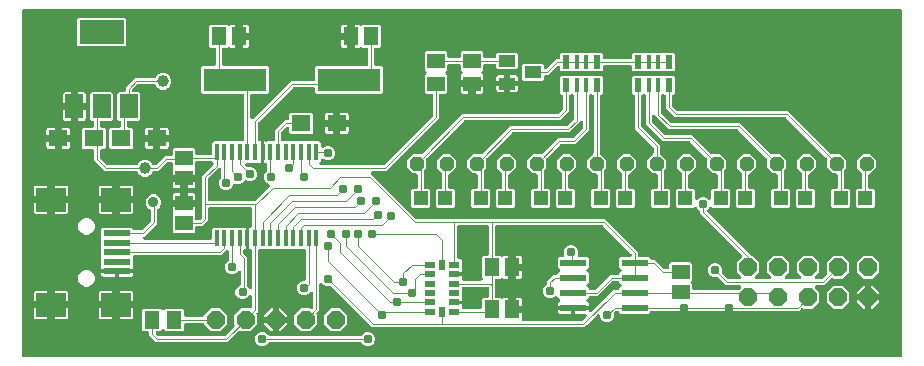
<source format=gbr>
G04 EAGLE Gerber RS-274X export*
G75*
%MOMM*%
%FSLAX34Y34*%
%LPD*%
%INTop Copper*%
%IPPOS*%
%AMOC8*
5,1,8,0,0,1.08239X$1,22.5*%
G01*
%ADD10R,1.300000X1.500000*%
%ADD11R,2.500000X2.000000*%
%ADD12R,2.300000X0.500000*%
%ADD13P,1.319650X8X202.500000*%
%ADD14R,1.500000X2.000000*%
%ADD15R,3.800000X2.000000*%
%ADD16R,1.600000X1.400000*%
%ADD17R,0.900000X0.600000*%
%ADD18R,0.600000X0.900000*%
%ADD19P,1.649562X8X112.500000*%
%ADD20R,0.348000X1.397000*%
%ADD21R,5.334000X1.930400*%
%ADD22R,1.500000X1.300000*%
%ADD23R,0.440000X1.150000*%
%ADD24R,0.630000X1.150000*%
%ADD25R,1.200000X1.200000*%
%ADD26P,1.649562X8X22.500000*%
%ADD27R,2.200000X0.600000*%
%ADD28R,1.400000X1.000000*%
%ADD29C,0.787400*%
%ADD30C,0.101600*%
%ADD31C,0.914400*%
%ADD32C,1.006400*%

G36*
X745962Y2544D02*
X745962Y2544D01*
X745988Y2542D01*
X746135Y2564D01*
X746282Y2581D01*
X746307Y2589D01*
X746333Y2593D01*
X746471Y2648D01*
X746610Y2698D01*
X746632Y2712D01*
X746657Y2722D01*
X746778Y2807D01*
X746903Y2887D01*
X746921Y2906D01*
X746943Y2921D01*
X747042Y3031D01*
X747145Y3138D01*
X747159Y3160D01*
X747176Y3180D01*
X747248Y3310D01*
X747324Y3437D01*
X747332Y3462D01*
X747345Y3485D01*
X747385Y3628D01*
X747430Y3769D01*
X747432Y3795D01*
X747440Y3820D01*
X747459Y4064D01*
X747459Y295936D01*
X747456Y295962D01*
X747458Y295988D01*
X747436Y296135D01*
X747419Y296282D01*
X747411Y296307D01*
X747407Y296333D01*
X747352Y296471D01*
X747302Y296610D01*
X747288Y296632D01*
X747278Y296657D01*
X747193Y296778D01*
X747113Y296903D01*
X747094Y296921D01*
X747079Y296943D01*
X746969Y297042D01*
X746862Y297145D01*
X746840Y297159D01*
X746820Y297176D01*
X746690Y297248D01*
X746563Y297324D01*
X746538Y297332D01*
X746515Y297345D01*
X746372Y297385D01*
X746231Y297430D01*
X746205Y297432D01*
X746180Y297440D01*
X745936Y297459D01*
X4064Y297459D01*
X4038Y297456D01*
X4012Y297458D01*
X3865Y297436D01*
X3718Y297419D01*
X3693Y297411D01*
X3667Y297407D01*
X3529Y297352D01*
X3390Y297302D01*
X3368Y297288D01*
X3343Y297278D01*
X3222Y297193D01*
X3097Y297113D01*
X3079Y297094D01*
X3057Y297079D01*
X2958Y296969D01*
X2855Y296862D01*
X2841Y296840D01*
X2824Y296820D01*
X2752Y296690D01*
X2676Y296563D01*
X2668Y296538D01*
X2655Y296515D01*
X2615Y296372D01*
X2570Y296231D01*
X2568Y296205D01*
X2560Y296180D01*
X2541Y295936D01*
X2541Y4064D01*
X2544Y4038D01*
X2542Y4012D01*
X2564Y3865D01*
X2581Y3718D01*
X2589Y3693D01*
X2593Y3667D01*
X2648Y3529D01*
X2698Y3390D01*
X2712Y3368D01*
X2722Y3343D01*
X2807Y3222D01*
X2887Y3097D01*
X2906Y3079D01*
X2921Y3057D01*
X3031Y2958D01*
X3138Y2855D01*
X3160Y2841D01*
X3180Y2824D01*
X3310Y2752D01*
X3437Y2676D01*
X3462Y2668D01*
X3485Y2655D01*
X3628Y2615D01*
X3769Y2570D01*
X3795Y2568D01*
X3820Y2560D01*
X4064Y2541D01*
X745936Y2541D01*
X745962Y2544D01*
G37*
%LPC*%
G36*
X115788Y15239D02*
X115788Y15239D01*
X109879Y21148D01*
X109879Y23234D01*
X109876Y23260D01*
X109878Y23286D01*
X109856Y23433D01*
X109839Y23580D01*
X109831Y23605D01*
X109827Y23631D01*
X109772Y23769D01*
X109722Y23908D01*
X109708Y23930D01*
X109698Y23955D01*
X109613Y24076D01*
X109533Y24201D01*
X109514Y24219D01*
X109499Y24241D01*
X109389Y24340D01*
X109282Y24443D01*
X109260Y24457D01*
X109240Y24474D01*
X109110Y24546D01*
X108983Y24622D01*
X108958Y24630D01*
X108935Y24643D01*
X108792Y24683D01*
X108651Y24728D01*
X108625Y24730D01*
X108600Y24738D01*
X108356Y24757D01*
X105078Y24757D01*
X103887Y25948D01*
X103887Y42632D01*
X105078Y43823D01*
X119762Y43823D01*
X120843Y42742D01*
X120863Y42726D01*
X120880Y42706D01*
X121000Y42617D01*
X121116Y42525D01*
X121140Y42514D01*
X121161Y42498D01*
X121297Y42440D01*
X121431Y42376D01*
X121457Y42371D01*
X121481Y42360D01*
X121627Y42334D01*
X121772Y42303D01*
X121798Y42303D01*
X121824Y42299D01*
X121972Y42306D01*
X122120Y42309D01*
X122146Y42315D01*
X122172Y42317D01*
X122314Y42358D01*
X122458Y42394D01*
X122481Y42406D01*
X122507Y42413D01*
X122636Y42486D01*
X122768Y42554D01*
X122788Y42571D01*
X122811Y42583D01*
X122997Y42742D01*
X124078Y43823D01*
X138762Y43823D01*
X139953Y42632D01*
X139953Y38354D01*
X139956Y38328D01*
X139954Y38302D01*
X139976Y38155D01*
X139993Y38008D01*
X140001Y37983D01*
X140005Y37957D01*
X140060Y37819D01*
X140110Y37680D01*
X140124Y37658D01*
X140134Y37633D01*
X140219Y37512D01*
X140299Y37387D01*
X140318Y37369D01*
X140333Y37347D01*
X140443Y37248D01*
X140550Y37145D01*
X140572Y37131D01*
X140592Y37114D01*
X140722Y37042D01*
X140849Y36966D01*
X140874Y36958D01*
X140897Y36945D01*
X141040Y36905D01*
X141181Y36860D01*
X141207Y36858D01*
X141232Y36850D01*
X141476Y36831D01*
X155194Y36831D01*
X155220Y36834D01*
X155246Y36832D01*
X155393Y36854D01*
X155540Y36871D01*
X155565Y36879D01*
X155591Y36883D01*
X155729Y36938D01*
X155868Y36988D01*
X155890Y37002D01*
X155915Y37012D01*
X156036Y37096D01*
X156161Y37177D01*
X156179Y37196D01*
X156201Y37211D01*
X156300Y37321D01*
X156403Y37428D01*
X156417Y37450D01*
X156434Y37470D01*
X156506Y37600D01*
X156582Y37727D01*
X156590Y37752D01*
X156603Y37775D01*
X156643Y37918D01*
X156688Y38059D01*
X156690Y38085D01*
X156698Y38110D01*
X156712Y38283D01*
X162372Y43943D01*
X170368Y43943D01*
X176023Y38288D01*
X176023Y30292D01*
X170368Y24637D01*
X162372Y24637D01*
X156714Y30295D01*
X156694Y30425D01*
X156677Y30572D01*
X156669Y30597D01*
X156665Y30623D01*
X156610Y30761D01*
X156560Y30900D01*
X156546Y30922D01*
X156536Y30947D01*
X156451Y31068D01*
X156371Y31193D01*
X156352Y31211D01*
X156337Y31233D01*
X156227Y31332D01*
X156120Y31435D01*
X156098Y31449D01*
X156078Y31466D01*
X155948Y31538D01*
X155821Y31614D01*
X155796Y31622D01*
X155773Y31635D01*
X155630Y31675D01*
X155489Y31720D01*
X155463Y31722D01*
X155438Y31730D01*
X155194Y31749D01*
X141476Y31749D01*
X141450Y31746D01*
X141424Y31748D01*
X141277Y31726D01*
X141130Y31709D01*
X141105Y31701D01*
X141079Y31697D01*
X140941Y31642D01*
X140802Y31592D01*
X140780Y31578D01*
X140755Y31568D01*
X140634Y31483D01*
X140509Y31403D01*
X140491Y31384D01*
X140469Y31369D01*
X140370Y31259D01*
X140267Y31152D01*
X140253Y31130D01*
X140236Y31110D01*
X140164Y30980D01*
X140088Y30853D01*
X140080Y30828D01*
X140067Y30805D01*
X140027Y30662D01*
X139982Y30521D01*
X139980Y30495D01*
X139972Y30470D01*
X139953Y30226D01*
X139953Y25948D01*
X138762Y24757D01*
X124078Y24757D01*
X122997Y25838D01*
X122977Y25855D01*
X122960Y25874D01*
X122840Y25963D01*
X122724Y26055D01*
X122700Y26066D01*
X122679Y26082D01*
X122543Y26140D01*
X122409Y26204D01*
X122383Y26209D01*
X122359Y26220D01*
X122213Y26246D01*
X122068Y26277D01*
X122042Y26277D01*
X122016Y26281D01*
X121868Y26274D01*
X121720Y26271D01*
X121694Y26265D01*
X121668Y26263D01*
X121526Y26222D01*
X121382Y26186D01*
X121359Y26174D01*
X121333Y26167D01*
X121204Y26094D01*
X121072Y26026D01*
X121052Y26010D01*
X121029Y25997D01*
X120843Y25838D01*
X119762Y24757D01*
X117133Y24757D01*
X117034Y24746D01*
X116933Y24744D01*
X116861Y24726D01*
X116787Y24717D01*
X116693Y24684D01*
X116595Y24659D01*
X116529Y24625D01*
X116459Y24600D01*
X116375Y24545D01*
X116285Y24499D01*
X116229Y24451D01*
X116166Y24411D01*
X116096Y24339D01*
X116020Y24274D01*
X115976Y24214D01*
X115924Y24160D01*
X115872Y24074D01*
X115813Y23993D01*
X115783Y23925D01*
X115745Y23861D01*
X115715Y23765D01*
X115675Y23673D01*
X115662Y23600D01*
X115639Y23529D01*
X115631Y23429D01*
X115613Y23330D01*
X115617Y23256D01*
X115611Y23182D01*
X115626Y23082D01*
X115631Y22982D01*
X115652Y22911D01*
X115663Y22837D01*
X115700Y22744D01*
X115728Y22647D01*
X115764Y22582D01*
X115791Y22513D01*
X115849Y22431D01*
X115898Y22343D01*
X115963Y22267D01*
X115990Y22227D01*
X116017Y22203D01*
X116056Y22157D01*
X117446Y20767D01*
X117545Y20688D01*
X117639Y20604D01*
X117681Y20580D01*
X117719Y20550D01*
X117834Y20496D01*
X117944Y20435D01*
X117991Y20422D01*
X118034Y20401D01*
X118158Y20375D01*
X118280Y20340D01*
X118340Y20335D01*
X118375Y20328D01*
X118423Y20329D01*
X118523Y20321D01*
X173577Y20321D01*
X173702Y20335D01*
X173828Y20342D01*
X173875Y20355D01*
X173923Y20361D01*
X174042Y20403D01*
X174163Y20438D01*
X174205Y20462D01*
X174251Y20478D01*
X174357Y20547D01*
X174467Y20608D01*
X174514Y20648D01*
X174544Y20667D01*
X174577Y20702D01*
X174654Y20767D01*
X182071Y28184D01*
X182087Y28205D01*
X182107Y28222D01*
X182195Y28341D01*
X182287Y28457D01*
X182299Y28481D01*
X182314Y28502D01*
X182373Y28638D01*
X182436Y28772D01*
X182442Y28798D01*
X182452Y28822D01*
X182479Y28968D01*
X182510Y29113D01*
X182509Y29139D01*
X182514Y29165D01*
X182506Y29313D01*
X182504Y29461D01*
X182497Y29487D01*
X182496Y29513D01*
X182455Y29655D01*
X182419Y29799D01*
X182407Y29823D01*
X182399Y29848D01*
X182327Y29977D01*
X182259Y30109D01*
X182242Y30129D01*
X182229Y30152D01*
X182117Y30284D01*
X182117Y38288D01*
X187772Y43943D01*
X195736Y43943D01*
X195762Y43946D01*
X195788Y43944D01*
X195935Y43966D01*
X196082Y43983D01*
X196107Y43991D01*
X196133Y43995D01*
X196271Y44050D01*
X196410Y44100D01*
X196432Y44114D01*
X196457Y44124D01*
X196578Y44209D01*
X196703Y44289D01*
X196721Y44308D01*
X196743Y44323D01*
X196842Y44433D01*
X196945Y44540D01*
X196959Y44562D01*
X196976Y44582D01*
X197048Y44712D01*
X197124Y44839D01*
X197132Y44864D01*
X197145Y44887D01*
X197185Y45030D01*
X197230Y45171D01*
X197232Y45197D01*
X197240Y45222D01*
X197259Y45466D01*
X197259Y53785D01*
X197254Y53835D01*
X197256Y53885D01*
X197234Y54008D01*
X197219Y54131D01*
X197202Y54178D01*
X197193Y54228D01*
X197144Y54342D01*
X197102Y54459D01*
X197075Y54501D01*
X197054Y54548D01*
X196980Y54648D01*
X196913Y54752D01*
X196877Y54787D01*
X196847Y54827D01*
X196752Y54908D01*
X196662Y54994D01*
X196619Y55020D01*
X196581Y55053D01*
X196470Y55109D01*
X196363Y55173D01*
X196315Y55188D01*
X196270Y55211D01*
X196150Y55241D01*
X196031Y55279D01*
X195981Y55283D01*
X195932Y55295D01*
X195808Y55297D01*
X195684Y55307D01*
X195634Y55300D01*
X195584Y55300D01*
X195462Y55274D01*
X195339Y55256D01*
X195292Y55237D01*
X195243Y55226D01*
X195131Y55173D01*
X195015Y55127D01*
X194974Y55098D01*
X194928Y55076D01*
X194831Y54999D01*
X194729Y54928D01*
X194695Y54891D01*
X194656Y54859D01*
X194579Y54761D01*
X194496Y54669D01*
X194471Y54625D01*
X194440Y54585D01*
X194329Y54368D01*
X194291Y54276D01*
X192612Y52597D01*
X190417Y51688D01*
X188043Y51688D01*
X185848Y52597D01*
X184169Y54276D01*
X183260Y56471D01*
X183260Y58845D01*
X184169Y61040D01*
X185848Y62719D01*
X187019Y63204D01*
X187086Y63241D01*
X187157Y63269D01*
X187238Y63325D01*
X187324Y63373D01*
X187380Y63424D01*
X187443Y63468D01*
X187509Y63541D01*
X187582Y63607D01*
X187625Y63670D01*
X187676Y63727D01*
X187724Y63813D01*
X187780Y63894D01*
X187808Y63965D01*
X187845Y64032D01*
X187872Y64127D01*
X187908Y64218D01*
X187919Y64294D01*
X187940Y64367D01*
X187952Y64516D01*
X187959Y64563D01*
X187957Y64582D01*
X187959Y64611D01*
X187959Y74239D01*
X187948Y74339D01*
X187946Y74440D01*
X187928Y74512D01*
X187919Y74586D01*
X187886Y74680D01*
X187861Y74778D01*
X187827Y74844D01*
X187802Y74914D01*
X187747Y74998D01*
X187701Y75087D01*
X187653Y75144D01*
X187613Y75206D01*
X187541Y75276D01*
X187476Y75353D01*
X187416Y75397D01*
X187362Y75449D01*
X187276Y75500D01*
X187195Y75560D01*
X187127Y75589D01*
X187063Y75628D01*
X186967Y75658D01*
X186875Y75698D01*
X186802Y75711D01*
X186731Y75734D01*
X186631Y75742D01*
X186532Y75760D01*
X186458Y75756D01*
X186384Y75762D01*
X186284Y75747D01*
X186184Y75742D01*
X186113Y75721D01*
X186039Y75710D01*
X185946Y75673D01*
X185849Y75645D01*
X185784Y75609D01*
X185715Y75581D01*
X185633Y75524D01*
X185545Y75475D01*
X185469Y75410D01*
X185429Y75382D01*
X185405Y75356D01*
X185359Y75316D01*
X183722Y73679D01*
X181527Y72770D01*
X179153Y72770D01*
X176958Y73679D01*
X175279Y75358D01*
X174370Y77553D01*
X174370Y79927D01*
X175279Y82122D01*
X176987Y83829D01*
X177037Y83865D01*
X177123Y83912D01*
X177180Y83964D01*
X177243Y84007D01*
X177309Y84080D01*
X177382Y84146D01*
X177425Y84209D01*
X177476Y84266D01*
X177524Y84352D01*
X177580Y84433D01*
X177608Y84504D01*
X177645Y84571D01*
X177672Y84666D01*
X177708Y84757D01*
X177719Y84833D01*
X177740Y84907D01*
X177752Y85055D01*
X177758Y85102D01*
X177757Y85121D01*
X177759Y85150D01*
X177759Y91749D01*
X177748Y91849D01*
X177746Y91949D01*
X177728Y92021D01*
X177719Y92095D01*
X177686Y92189D01*
X177661Y92287D01*
X177627Y92353D01*
X177602Y92423D01*
X177547Y92507D01*
X177501Y92597D01*
X177453Y92653D01*
X177413Y92716D01*
X177341Y92786D01*
X177276Y92862D01*
X177216Y92906D01*
X177162Y92958D01*
X177076Y93010D01*
X176995Y93069D01*
X176927Y93099D01*
X176863Y93137D01*
X176767Y93167D01*
X176675Y93207D01*
X176602Y93220D01*
X176531Y93243D01*
X176431Y93251D01*
X176332Y93269D01*
X176258Y93265D01*
X176184Y93271D01*
X176084Y93256D01*
X175984Y93251D01*
X175913Y93230D01*
X175839Y93219D01*
X175746Y93182D01*
X175649Y93154D01*
X175584Y93118D01*
X175515Y93091D01*
X175433Y93033D01*
X175345Y92984D01*
X175269Y92919D01*
X175229Y92892D01*
X175205Y92865D01*
X175159Y92826D01*
X171232Y88899D01*
X98206Y88899D01*
X98180Y88896D01*
X98154Y88898D01*
X98007Y88876D01*
X97860Y88859D01*
X97835Y88851D01*
X97809Y88847D01*
X97671Y88792D01*
X97532Y88742D01*
X97510Y88728D01*
X97485Y88718D01*
X97364Y88633D01*
X97239Y88553D01*
X97221Y88534D01*
X97199Y88519D01*
X97100Y88409D01*
X96997Y88302D01*
X96983Y88280D01*
X96966Y88260D01*
X96894Y88130D01*
X96818Y88003D01*
X96810Y87978D01*
X96797Y87955D01*
X96757Y87812D01*
X96712Y87671D01*
X96710Y87645D01*
X96702Y87620D01*
X96683Y87376D01*
X96683Y80035D01*
X96624Y79911D01*
X96555Y79776D01*
X96550Y79754D01*
X96540Y79732D01*
X96508Y79585D01*
X96471Y79438D01*
X96471Y79415D01*
X96466Y79392D01*
X96469Y79241D01*
X96467Y79090D01*
X96472Y79062D01*
X96472Y79043D01*
X96484Y78998D01*
X96511Y78849D01*
X96683Y78208D01*
X96683Y76963D01*
X83150Y76963D01*
X69617Y76963D01*
X69617Y78208D01*
X69789Y78849D01*
X69811Y78998D01*
X69838Y79147D01*
X69837Y79171D01*
X69840Y79194D01*
X69828Y79344D01*
X69820Y79495D01*
X69814Y79518D01*
X69812Y79541D01*
X69765Y79685D01*
X69723Y79830D01*
X69712Y79851D01*
X69705Y79873D01*
X69627Y80003D01*
X69617Y80020D01*
X69617Y87200D01*
X69637Y87292D01*
X69637Y87318D01*
X69641Y87345D01*
X69634Y87493D01*
X69631Y87640D01*
X69625Y87666D01*
X69623Y87693D01*
X69617Y87713D01*
X69617Y95199D01*
X69637Y95291D01*
X69637Y95317D01*
X69641Y95344D01*
X69634Y95491D01*
X69631Y95639D01*
X69625Y95665D01*
X69623Y95692D01*
X69617Y95713D01*
X69617Y103199D01*
X69637Y103291D01*
X69637Y103317D01*
X69641Y103344D01*
X69634Y103491D01*
X69631Y103639D01*
X69625Y103665D01*
X69623Y103692D01*
X69617Y103713D01*
X69617Y110782D01*
X70808Y111973D01*
X95492Y111973D01*
X97038Y110427D01*
X97137Y110348D01*
X97231Y110264D01*
X97273Y110240D01*
X97311Y110210D01*
X97425Y110156D01*
X97536Y110095D01*
X97582Y110082D01*
X97626Y110061D01*
X97749Y110035D01*
X97871Y110000D01*
X97932Y109995D01*
X97967Y109988D01*
X98015Y109989D01*
X98115Y109981D01*
X103217Y109981D01*
X103342Y109995D01*
X103468Y110002D01*
X103515Y110015D01*
X103563Y110021D01*
X103682Y110063D01*
X103803Y110098D01*
X103845Y110122D01*
X103891Y110138D01*
X103997Y110207D01*
X104107Y110268D01*
X104154Y110308D01*
X104184Y110327D01*
X104217Y110362D01*
X104294Y110427D01*
X111313Y117446D01*
X111392Y117545D01*
X111476Y117639D01*
X111500Y117681D01*
X111530Y117719D01*
X111584Y117833D01*
X111645Y117944D01*
X111658Y117991D01*
X111679Y118034D01*
X111705Y118158D01*
X111740Y118280D01*
X111745Y118340D01*
X111752Y118375D01*
X111751Y118423D01*
X111759Y118523D01*
X111759Y126533D01*
X111751Y126609D01*
X111752Y126686D01*
X111731Y126782D01*
X111719Y126879D01*
X111694Y126951D01*
X111677Y127026D01*
X111635Y127115D01*
X111602Y127208D01*
X111560Y127272D01*
X111528Y127341D01*
X111466Y127417D01*
X111413Y127500D01*
X111358Y127554D01*
X111310Y127613D01*
X111233Y127674D01*
X111162Y127743D01*
X111097Y127782D01*
X111037Y127829D01*
X110904Y127897D01*
X110863Y127921D01*
X110845Y127927D01*
X110819Y127941D01*
X110051Y128259D01*
X108193Y130117D01*
X107187Y132544D01*
X107187Y135172D01*
X108193Y137599D01*
X110051Y139457D01*
X112478Y140463D01*
X115106Y140463D01*
X117533Y139457D01*
X119391Y137599D01*
X120397Y135172D01*
X120397Y132544D01*
X119391Y130117D01*
X117405Y128130D01*
X117357Y128097D01*
X117291Y128024D01*
X117218Y127958D01*
X117175Y127895D01*
X117124Y127838D01*
X117076Y127752D01*
X117020Y127672D01*
X116992Y127600D01*
X116955Y127533D01*
X116928Y127439D01*
X116892Y127347D01*
X116881Y127272D01*
X116860Y127198D01*
X116848Y127049D01*
X116842Y127003D01*
X116843Y126983D01*
X116841Y126954D01*
X116841Y115788D01*
X114906Y113853D01*
X105634Y104581D01*
X105572Y104503D01*
X105502Y104430D01*
X105464Y104366D01*
X105418Y104308D01*
X105375Y104217D01*
X105323Y104131D01*
X105300Y104060D01*
X105269Y103993D01*
X105248Y103895D01*
X105217Y103799D01*
X105211Y103725D01*
X105195Y103652D01*
X105197Y103552D01*
X105189Y103452D01*
X105200Y103378D01*
X105201Y103304D01*
X105226Y103207D01*
X105241Y103107D01*
X105268Y103038D01*
X105286Y102966D01*
X105332Y102876D01*
X105369Y102783D01*
X105412Y102722D01*
X105446Y102656D01*
X105511Y102579D01*
X105568Y102497D01*
X105623Y102447D01*
X105672Y102391D01*
X105753Y102331D01*
X105827Y102264D01*
X105892Y102228D01*
X105952Y102183D01*
X106044Y102144D01*
X106132Y102095D01*
X106204Y102075D01*
X106272Y102045D01*
X106371Y102028D01*
X106468Y102000D01*
X106568Y101992D01*
X106615Y101984D01*
X106651Y101986D01*
X106711Y101981D01*
X162004Y101981D01*
X162030Y101984D01*
X162056Y101982D01*
X162203Y102004D01*
X162350Y102021D01*
X162375Y102029D01*
X162401Y102033D01*
X162539Y102088D01*
X162678Y102138D01*
X162700Y102152D01*
X162725Y102162D01*
X162846Y102247D01*
X162971Y102327D01*
X162989Y102346D01*
X163011Y102361D01*
X163110Y102471D01*
X163213Y102578D01*
X163227Y102600D01*
X163244Y102620D01*
X163316Y102750D01*
X163392Y102877D01*
X163400Y102902D01*
X163413Y102925D01*
X163453Y103068D01*
X163498Y103209D01*
X163500Y103235D01*
X163508Y103260D01*
X163527Y103504D01*
X163527Y110967D01*
X164718Y112158D01*
X170263Y112158D01*
X170402Y112128D01*
X170428Y112128D01*
X170454Y112124D01*
X170603Y112131D01*
X170750Y112134D01*
X170776Y112140D01*
X170802Y112142D01*
X170858Y112158D01*
X176763Y112158D01*
X176902Y112128D01*
X176928Y112128D01*
X176954Y112124D01*
X177103Y112131D01*
X177250Y112134D01*
X177276Y112140D01*
X177302Y112142D01*
X177358Y112158D01*
X183263Y112158D01*
X183402Y112128D01*
X183428Y112128D01*
X183454Y112124D01*
X183603Y112131D01*
X183750Y112134D01*
X183776Y112140D01*
X183802Y112142D01*
X183858Y112158D01*
X189440Y112158D01*
X189573Y112095D01*
X189708Y112026D01*
X189731Y112020D01*
X189752Y112010D01*
X189900Y111979D01*
X190046Y111942D01*
X190070Y111942D01*
X190093Y111937D01*
X190244Y111940D01*
X190395Y111937D01*
X190422Y111943D01*
X190441Y111943D01*
X190486Y111954D01*
X190635Y111982D01*
X191292Y112158D01*
X191777Y112158D01*
X191777Y103140D01*
X191777Y94122D01*
X191224Y94122D01*
X191180Y94126D01*
X191058Y94144D01*
X191007Y94140D01*
X190956Y94144D01*
X190834Y94126D01*
X190711Y94115D01*
X190662Y94100D01*
X190611Y94092D01*
X190496Y94047D01*
X190379Y94009D01*
X190335Y93982D01*
X190287Y93963D01*
X190186Y93893D01*
X190080Y93830D01*
X190043Y93794D01*
X190001Y93765D01*
X189918Y93673D01*
X189830Y93587D01*
X189802Y93544D01*
X189768Y93506D01*
X189708Y93398D01*
X189641Y93294D01*
X189624Y93246D01*
X189599Y93201D01*
X189566Y93082D01*
X189524Y92966D01*
X189518Y92915D01*
X189504Y92865D01*
X189485Y92622D01*
X189485Y91599D01*
X189499Y91474D01*
X189506Y91348D01*
X189519Y91301D01*
X189525Y91253D01*
X189567Y91134D01*
X189602Y91013D01*
X189626Y90971D01*
X189642Y90925D01*
X189711Y90819D01*
X189772Y90709D01*
X189812Y90662D01*
X189831Y90632D01*
X189866Y90599D01*
X189931Y90522D01*
X193041Y87412D01*
X193041Y62921D01*
X193055Y62795D01*
X193062Y62669D01*
X193075Y62622D01*
X193081Y62574D01*
X193123Y62455D01*
X193158Y62334D01*
X193182Y62292D01*
X193198Y62246D01*
X193267Y62140D01*
X193328Y62030D01*
X193368Y61984D01*
X193387Y61954D01*
X193422Y61920D01*
X193487Y61844D01*
X194291Y61040D01*
X194329Y60948D01*
X194353Y60904D01*
X194370Y60857D01*
X194438Y60752D01*
X194498Y60644D01*
X194532Y60606D01*
X194559Y60564D01*
X194649Y60478D01*
X194732Y60386D01*
X194774Y60357D01*
X194810Y60322D01*
X194917Y60258D01*
X195019Y60187D01*
X195066Y60169D01*
X195109Y60143D01*
X195227Y60105D01*
X195343Y60059D01*
X195393Y60052D01*
X195441Y60037D01*
X195565Y60027D01*
X195688Y60009D01*
X195738Y60013D01*
X195788Y60009D01*
X195911Y60027D01*
X196035Y60038D01*
X196083Y60053D01*
X196133Y60060D01*
X196248Y60106D01*
X196367Y60145D01*
X196410Y60171D01*
X196457Y60189D01*
X196559Y60260D01*
X196665Y60324D01*
X196702Y60359D01*
X196743Y60388D01*
X196826Y60480D01*
X196915Y60567D01*
X196943Y60610D01*
X196976Y60647D01*
X197036Y60756D01*
X197104Y60860D01*
X197121Y60908D01*
X197145Y60952D01*
X197179Y61072D01*
X197220Y61189D01*
X197226Y61239D01*
X197240Y61287D01*
X197259Y61531D01*
X197259Y92660D01*
X197253Y92711D01*
X197256Y92762D01*
X197234Y92883D01*
X197219Y93006D01*
X197202Y93054D01*
X197193Y93105D01*
X197144Y93218D01*
X197102Y93334D01*
X197074Y93377D01*
X197054Y93424D01*
X196980Y93523D01*
X196913Y93627D01*
X196876Y93663D01*
X196846Y93704D01*
X196751Y93783D01*
X196662Y93869D01*
X196618Y93896D01*
X196579Y93929D01*
X196469Y93985D01*
X196363Y94048D01*
X196314Y94064D01*
X196269Y94087D01*
X196149Y94117D01*
X196031Y94154D01*
X195980Y94159D01*
X195931Y94171D01*
X195807Y94173D01*
X195684Y94182D01*
X195633Y94175D01*
X195582Y94176D01*
X195342Y94131D01*
X195339Y94131D01*
X195308Y94122D01*
X194823Y94122D01*
X194823Y103140D01*
X194823Y112158D01*
X195308Y112158D01*
X195342Y112149D01*
X195392Y112141D01*
X195441Y112126D01*
X195564Y112116D01*
X195686Y112097D01*
X195737Y112102D01*
X195788Y112098D01*
X195910Y112116D01*
X196034Y112126D01*
X196082Y112142D01*
X196133Y112149D01*
X196248Y112195D01*
X196366Y112233D01*
X196409Y112259D01*
X196457Y112278D01*
X196558Y112349D01*
X196664Y112412D01*
X196701Y112448D01*
X196743Y112477D01*
X196826Y112569D01*
X196915Y112655D01*
X196942Y112698D01*
X196976Y112736D01*
X197036Y112844D01*
X197103Y112948D01*
X197120Y112996D01*
X197145Y113041D01*
X197179Y113160D01*
X197220Y113276D01*
X197226Y113327D01*
X197240Y113376D01*
X197259Y113620D01*
X197259Y128016D01*
X197256Y128042D01*
X197258Y128068D01*
X197236Y128215D01*
X197219Y128362D01*
X197211Y128387D01*
X197207Y128413D01*
X197152Y128551D01*
X197102Y128690D01*
X197088Y128712D01*
X197078Y128737D01*
X196993Y128858D01*
X196913Y128983D01*
X196894Y129001D01*
X196879Y129023D01*
X196769Y129122D01*
X196662Y129225D01*
X196640Y129239D01*
X196620Y129256D01*
X196490Y129328D01*
X196363Y129404D01*
X196338Y129412D01*
X196315Y129425D01*
X196172Y129465D01*
X196031Y129510D01*
X196005Y129512D01*
X195980Y129520D01*
X195736Y129539D01*
X161544Y129539D01*
X161518Y129536D01*
X161492Y129538D01*
X161345Y129516D01*
X161198Y129499D01*
X161173Y129491D01*
X161147Y129487D01*
X161009Y129432D01*
X160870Y129382D01*
X160848Y129368D01*
X160823Y129358D01*
X160702Y129273D01*
X160577Y129193D01*
X160559Y129174D01*
X160537Y129159D01*
X160438Y129049D01*
X160335Y128942D01*
X160321Y128920D01*
X160304Y128900D01*
X160232Y128770D01*
X160156Y128643D01*
X160148Y128618D01*
X160135Y128595D01*
X160095Y128452D01*
X160050Y128311D01*
X160048Y128285D01*
X160040Y128260D01*
X160021Y128016D01*
X160021Y118328D01*
X155112Y113419D01*
X150756Y113419D01*
X150730Y113416D01*
X150704Y113418D01*
X150557Y113396D01*
X150410Y113379D01*
X150385Y113371D01*
X150359Y113367D01*
X150221Y113312D01*
X150082Y113262D01*
X150060Y113248D01*
X150035Y113238D01*
X149914Y113153D01*
X149789Y113073D01*
X149771Y113054D01*
X149749Y113039D01*
X149650Y112929D01*
X149547Y112822D01*
X149533Y112800D01*
X149516Y112780D01*
X149444Y112650D01*
X149368Y112523D01*
X149360Y112498D01*
X149347Y112475D01*
X149307Y112332D01*
X149262Y112191D01*
X149260Y112165D01*
X149252Y112140D01*
X149233Y111896D01*
X149233Y108618D01*
X148042Y107427D01*
X131358Y107427D01*
X130167Y108618D01*
X130167Y123302D01*
X130297Y123432D01*
X130298Y123433D01*
X130299Y123434D01*
X130405Y123568D01*
X130514Y123705D01*
X130515Y123706D01*
X130515Y123707D01*
X130589Y123864D01*
X130663Y124020D01*
X130663Y124022D01*
X130664Y124023D01*
X130700Y124195D01*
X130736Y124361D01*
X130736Y124362D01*
X130737Y124364D01*
X130733Y124546D01*
X130730Y124709D01*
X130730Y124711D01*
X130730Y124712D01*
X130686Y124885D01*
X130645Y125047D01*
X130645Y125049D01*
X130644Y125050D01*
X130539Y125271D01*
X130306Y125675D01*
X130167Y126192D01*
X130167Y129913D01*
X138176Y129913D01*
X138202Y129916D01*
X138228Y129914D01*
X138375Y129936D01*
X138522Y129953D01*
X138547Y129961D01*
X138573Y129965D01*
X138711Y130020D01*
X138850Y130070D01*
X138872Y130084D01*
X138897Y130094D01*
X139018Y130179D01*
X139143Y130259D01*
X139161Y130278D01*
X139183Y130293D01*
X139282Y130403D01*
X139385Y130510D01*
X139399Y130532D01*
X139416Y130552D01*
X139488Y130682D01*
X139564Y130809D01*
X139572Y130834D01*
X139585Y130857D01*
X139625Y131000D01*
X139670Y131141D01*
X139672Y131167D01*
X139680Y131192D01*
X139699Y131436D01*
X139699Y132961D01*
X139701Y132961D01*
X139701Y131436D01*
X139704Y131410D01*
X139702Y131384D01*
X139724Y131237D01*
X139741Y131090D01*
X139750Y131065D01*
X139753Y131039D01*
X139808Y130901D01*
X139858Y130762D01*
X139872Y130740D01*
X139882Y130715D01*
X139967Y130594D01*
X140047Y130469D01*
X140066Y130451D01*
X140081Y130429D01*
X140191Y130330D01*
X140298Y130227D01*
X140320Y130213D01*
X140340Y130196D01*
X140470Y130124D01*
X140597Y130048D01*
X140622Y130040D01*
X140645Y130027D01*
X140788Y129987D01*
X140929Y129942D01*
X140955Y129940D01*
X140980Y129932D01*
X141224Y129913D01*
X149233Y129913D01*
X149233Y126192D01*
X149094Y125675D01*
X148861Y125271D01*
X148860Y125270D01*
X148859Y125268D01*
X148793Y125114D01*
X148722Y124951D01*
X148722Y124950D01*
X148721Y124948D01*
X148691Y124781D01*
X148660Y124608D01*
X148660Y124607D01*
X148660Y124605D01*
X148668Y124432D01*
X148677Y124260D01*
X148677Y124259D01*
X148677Y124257D01*
X148724Y124097D01*
X148773Y123925D01*
X148774Y123924D01*
X148774Y123923D01*
X148860Y123770D01*
X148943Y123621D01*
X148944Y123620D01*
X148944Y123618D01*
X149103Y123432D01*
X149233Y123302D01*
X149233Y120024D01*
X149236Y119998D01*
X149234Y119972D01*
X149256Y119825D01*
X149273Y119678D01*
X149281Y119653D01*
X149285Y119627D01*
X149340Y119489D01*
X149390Y119350D01*
X149404Y119328D01*
X149414Y119303D01*
X149499Y119182D01*
X149579Y119057D01*
X149598Y119039D01*
X149613Y119017D01*
X149723Y118918D01*
X149830Y118815D01*
X149852Y118801D01*
X149872Y118784D01*
X150002Y118712D01*
X150129Y118636D01*
X150154Y118628D01*
X150177Y118615D01*
X150320Y118575D01*
X150461Y118530D01*
X150487Y118528D01*
X150512Y118520D01*
X150756Y118501D01*
X152377Y118501D01*
X152502Y118515D01*
X152628Y118522D01*
X152675Y118535D01*
X152723Y118541D01*
X152842Y118583D01*
X152963Y118618D01*
X153005Y118642D01*
X153051Y118658D01*
X153157Y118727D01*
X153267Y118788D01*
X153314Y118828D01*
X153344Y118847D01*
X153377Y118882D01*
X153454Y118947D01*
X154493Y119986D01*
X154572Y120085D01*
X154656Y120179D01*
X154680Y120221D01*
X154710Y120259D01*
X154764Y120373D01*
X154825Y120484D01*
X154838Y120531D01*
X154859Y120574D01*
X154885Y120698D01*
X154920Y120820D01*
X154925Y120880D01*
X154932Y120915D01*
X154931Y120963D01*
X154939Y121063D01*
X154939Y155992D01*
X164313Y165366D01*
X164392Y165465D01*
X164476Y165559D01*
X164500Y165601D01*
X164530Y165639D01*
X164584Y165753D01*
X164645Y165864D01*
X164658Y165911D01*
X164679Y165954D01*
X164705Y166078D01*
X164740Y166200D01*
X164745Y166260D01*
X164752Y166295D01*
X164751Y166343D01*
X164759Y166443D01*
X164759Y166570D01*
X164745Y166696D01*
X164738Y166822D01*
X164725Y166868D01*
X164719Y166916D01*
X164677Y167035D01*
X164642Y167157D01*
X164618Y167199D01*
X164602Y167244D01*
X164533Y167351D01*
X164472Y167461D01*
X164432Y167507D01*
X164413Y167537D01*
X164378Y167571D01*
X164313Y167647D01*
X163887Y168073D01*
X163788Y168152D01*
X163694Y168236D01*
X163652Y168260D01*
X163614Y168290D01*
X163500Y168344D01*
X163389Y168405D01*
X163343Y168418D01*
X163299Y168439D01*
X163176Y168465D01*
X163054Y168500D01*
X162993Y168505D01*
X162958Y168512D01*
X162910Y168511D01*
X162810Y168519D01*
X150756Y168519D01*
X150730Y168516D01*
X150704Y168518D01*
X150557Y168496D01*
X150410Y168479D01*
X150385Y168471D01*
X150359Y168467D01*
X150221Y168412D01*
X150082Y168362D01*
X150060Y168348D01*
X150035Y168338D01*
X149914Y168253D01*
X149789Y168173D01*
X149771Y168154D01*
X149749Y168139D01*
X149650Y168029D01*
X149547Y167922D01*
X149533Y167900D01*
X149516Y167880D01*
X149444Y167750D01*
X149368Y167623D01*
X149360Y167598D01*
X149347Y167575D01*
X149307Y167432D01*
X149262Y167291D01*
X149260Y167265D01*
X149252Y167240D01*
X149233Y166996D01*
X149233Y163718D01*
X149103Y163588D01*
X149102Y163587D01*
X149101Y163586D01*
X148991Y163448D01*
X148886Y163315D01*
X148885Y163314D01*
X148885Y163313D01*
X148811Y163156D01*
X148737Y163000D01*
X148737Y162998D01*
X148736Y162997D01*
X148697Y162811D01*
X148664Y162659D01*
X148664Y162658D01*
X148663Y162656D01*
X148667Y162468D01*
X148670Y162311D01*
X148670Y162309D01*
X148670Y162308D01*
X148714Y162135D01*
X148725Y162092D01*
X148726Y162085D01*
X148728Y162080D01*
X148755Y161973D01*
X148755Y161971D01*
X148756Y161970D01*
X148852Y161766D01*
X148854Y161761D01*
X148856Y161759D01*
X148861Y161749D01*
X149094Y161345D01*
X149233Y160828D01*
X149233Y157107D01*
X141224Y157107D01*
X141198Y157104D01*
X141172Y157106D01*
X141025Y157084D01*
X140878Y157067D01*
X140853Y157058D01*
X140827Y157055D01*
X140689Y157000D01*
X140550Y156950D01*
X140528Y156936D01*
X140503Y156926D01*
X140382Y156841D01*
X140257Y156761D01*
X140239Y156742D01*
X140217Y156727D01*
X140118Y156617D01*
X140015Y156510D01*
X140001Y156488D01*
X139984Y156468D01*
X139912Y156338D01*
X139836Y156211D01*
X139828Y156186D01*
X139815Y156163D01*
X139775Y156020D01*
X139730Y155879D01*
X139728Y155853D01*
X139720Y155828D01*
X139701Y155584D01*
X139701Y154059D01*
X139699Y154059D01*
X139699Y155584D01*
X139696Y155610D01*
X139698Y155636D01*
X139676Y155783D01*
X139659Y155930D01*
X139650Y155955D01*
X139647Y155981D01*
X139592Y156119D01*
X139542Y156258D01*
X139528Y156280D01*
X139518Y156305D01*
X139433Y156426D01*
X139353Y156551D01*
X139334Y156569D01*
X139319Y156591D01*
X139209Y156690D01*
X139102Y156793D01*
X139080Y156807D01*
X139060Y156824D01*
X138930Y156896D01*
X138803Y156972D01*
X138778Y156980D01*
X138755Y156993D01*
X138612Y157033D01*
X138471Y157078D01*
X138445Y157080D01*
X138420Y157088D01*
X138176Y157107D01*
X130167Y157107D01*
X130167Y160828D01*
X130306Y161345D01*
X130539Y161749D01*
X130540Y161750D01*
X130541Y161752D01*
X130569Y161816D01*
X130592Y161855D01*
X130610Y161913D01*
X130678Y162069D01*
X130678Y162070D01*
X130679Y162072D01*
X130708Y162233D01*
X130740Y162412D01*
X130740Y162413D01*
X130740Y162415D01*
X130732Y162586D01*
X130723Y162760D01*
X130723Y162761D01*
X130723Y162763D01*
X130677Y162919D01*
X130627Y163095D01*
X130626Y163096D01*
X130626Y163097D01*
X130544Y163244D01*
X130457Y163399D01*
X130456Y163400D01*
X130456Y163402D01*
X130297Y163588D01*
X130167Y163718D01*
X130167Y166116D01*
X130164Y166142D01*
X130166Y166168D01*
X130144Y166315D01*
X130127Y166462D01*
X130119Y166487D01*
X130115Y166513D01*
X130060Y166651D01*
X130010Y166790D01*
X129996Y166812D01*
X129986Y166837D01*
X129901Y166958D01*
X129821Y167083D01*
X129802Y167101D01*
X129787Y167123D01*
X129677Y167222D01*
X129570Y167325D01*
X129548Y167339D01*
X129528Y167356D01*
X129398Y167428D01*
X129271Y167504D01*
X129246Y167512D01*
X129223Y167525D01*
X129080Y167565D01*
X128939Y167610D01*
X128913Y167612D01*
X128888Y167620D01*
X128644Y167639D01*
X126143Y167639D01*
X126018Y167625D01*
X125892Y167618D01*
X125845Y167605D01*
X125797Y167599D01*
X125678Y167557D01*
X125557Y167522D01*
X125515Y167498D01*
X125469Y167482D01*
X125363Y167413D01*
X125253Y167352D01*
X125206Y167312D01*
X125176Y167293D01*
X125143Y167258D01*
X125066Y167193D01*
X117892Y160019D01*
X114292Y160019D01*
X114216Y160011D01*
X114140Y160012D01*
X114044Y159991D01*
X113946Y159979D01*
X113874Y159954D01*
X113799Y159937D01*
X113711Y159895D01*
X113618Y159862D01*
X113554Y159820D01*
X113485Y159788D01*
X113408Y159726D01*
X113325Y159673D01*
X113272Y159618D01*
X113212Y159570D01*
X113151Y159493D01*
X113083Y159422D01*
X113044Y159357D01*
X112996Y159297D01*
X112928Y159164D01*
X112904Y159123D01*
X112898Y159105D01*
X112885Y159079D01*
X112669Y158558D01*
X110682Y156571D01*
X108085Y155495D01*
X105275Y155495D01*
X102678Y156571D01*
X100691Y158558D01*
X100475Y159079D01*
X100438Y159146D01*
X100410Y159217D01*
X100354Y159298D01*
X100306Y159384D01*
X100254Y159440D01*
X100211Y159503D01*
X100138Y159569D01*
X100072Y159642D01*
X100009Y159685D01*
X99952Y159736D01*
X99866Y159784D01*
X99785Y159840D01*
X99714Y159868D01*
X99647Y159905D01*
X99552Y159932D01*
X99461Y159968D01*
X99385Y159979D01*
X99312Y160000D01*
X99163Y160012D01*
X99116Y160019D01*
X99097Y160017D01*
X99068Y160019D01*
X72608Y160019D01*
X63499Y169128D01*
X63499Y177404D01*
X63496Y177430D01*
X63498Y177456D01*
X63476Y177603D01*
X63459Y177750D01*
X63451Y177775D01*
X63447Y177801D01*
X63392Y177939D01*
X63342Y178078D01*
X63328Y178100D01*
X63318Y178125D01*
X63233Y178246D01*
X63153Y178371D01*
X63134Y178389D01*
X63119Y178411D01*
X63009Y178510D01*
X62902Y178613D01*
X62880Y178627D01*
X62860Y178644D01*
X62730Y178716D01*
X62603Y178792D01*
X62578Y178800D01*
X62555Y178813D01*
X62412Y178853D01*
X62271Y178898D01*
X62245Y178900D01*
X62220Y178908D01*
X61976Y178927D01*
X54418Y178927D01*
X53227Y180118D01*
X53227Y195802D01*
X54418Y196993D01*
X61976Y196993D01*
X62002Y196996D01*
X62028Y196994D01*
X62175Y197016D01*
X62322Y197033D01*
X62347Y197041D01*
X62373Y197045D01*
X62511Y197100D01*
X62650Y197150D01*
X62672Y197164D01*
X62697Y197174D01*
X62818Y197259D01*
X62943Y197339D01*
X62961Y197358D01*
X62983Y197373D01*
X63082Y197483D01*
X63185Y197590D01*
X63199Y197612D01*
X63216Y197632D01*
X63288Y197762D01*
X63364Y197889D01*
X63372Y197914D01*
X63385Y197937D01*
X63425Y198080D01*
X63470Y198221D01*
X63472Y198247D01*
X63480Y198272D01*
X63499Y198516D01*
X63499Y201324D01*
X63496Y201350D01*
X63498Y201376D01*
X63476Y201523D01*
X63459Y201670D01*
X63451Y201695D01*
X63447Y201721D01*
X63392Y201859D01*
X63342Y201998D01*
X63328Y202020D01*
X63318Y202045D01*
X63234Y202166D01*
X63153Y202291D01*
X63134Y202309D01*
X63119Y202331D01*
X63009Y202430D01*
X62902Y202533D01*
X62880Y202547D01*
X62860Y202564D01*
X62730Y202636D01*
X62603Y202712D01*
X62578Y202720D01*
X62555Y202733D01*
X62412Y202773D01*
X62271Y202818D01*
X62245Y202820D01*
X62220Y202828D01*
X61976Y202847D01*
X61508Y202847D01*
X60317Y204038D01*
X60317Y225722D01*
X61508Y226913D01*
X78192Y226913D01*
X79383Y225722D01*
X79383Y204038D01*
X78192Y202847D01*
X70104Y202847D01*
X70078Y202844D01*
X70052Y202846D01*
X69905Y202824D01*
X69758Y202807D01*
X69733Y202799D01*
X69707Y202795D01*
X69569Y202740D01*
X69430Y202690D01*
X69408Y202676D01*
X69383Y202666D01*
X69262Y202581D01*
X69137Y202501D01*
X69119Y202482D01*
X69097Y202467D01*
X68998Y202357D01*
X68895Y202250D01*
X68881Y202228D01*
X68864Y202208D01*
X68792Y202078D01*
X68716Y201951D01*
X68708Y201926D01*
X68695Y201903D01*
X68655Y201760D01*
X68610Y201619D01*
X68608Y201593D01*
X68600Y201568D01*
X68581Y201324D01*
X68581Y198516D01*
X68584Y198490D01*
X68582Y198464D01*
X68604Y198317D01*
X68621Y198170D01*
X68629Y198145D01*
X68633Y198119D01*
X68688Y197981D01*
X68738Y197842D01*
X68752Y197820D01*
X68762Y197795D01*
X68847Y197674D01*
X68927Y197549D01*
X68946Y197531D01*
X68961Y197509D01*
X69071Y197410D01*
X69178Y197307D01*
X69200Y197293D01*
X69220Y197276D01*
X69350Y197204D01*
X69477Y197128D01*
X69502Y197120D01*
X69525Y197107D01*
X69668Y197067D01*
X69809Y197022D01*
X69835Y197020D01*
X69860Y197012D01*
X70104Y196993D01*
X72102Y196993D01*
X73293Y195802D01*
X73293Y180118D01*
X72102Y178927D01*
X70104Y178927D01*
X70078Y178924D01*
X70052Y178926D01*
X69905Y178904D01*
X69758Y178887D01*
X69733Y178879D01*
X69707Y178875D01*
X69569Y178820D01*
X69430Y178770D01*
X69408Y178756D01*
X69383Y178746D01*
X69262Y178661D01*
X69137Y178581D01*
X69119Y178562D01*
X69097Y178547D01*
X68998Y178437D01*
X68895Y178330D01*
X68881Y178308D01*
X68864Y178288D01*
X68792Y178158D01*
X68716Y178031D01*
X68708Y178006D01*
X68695Y177983D01*
X68655Y177840D01*
X68610Y177699D01*
X68608Y177673D01*
X68600Y177648D01*
X68581Y177404D01*
X68581Y171863D01*
X68595Y171738D01*
X68602Y171612D01*
X68615Y171565D01*
X68621Y171517D01*
X68663Y171398D01*
X68698Y171277D01*
X68722Y171235D01*
X68738Y171189D01*
X68807Y171083D01*
X68868Y170973D01*
X68908Y170926D01*
X68927Y170896D01*
X68962Y170863D01*
X69027Y170786D01*
X74266Y165547D01*
X74365Y165468D01*
X74459Y165384D01*
X74501Y165360D01*
X74539Y165330D01*
X74653Y165276D01*
X74764Y165215D01*
X74811Y165202D01*
X74854Y165181D01*
X74978Y165155D01*
X75100Y165120D01*
X75160Y165115D01*
X75195Y165108D01*
X75243Y165109D01*
X75343Y165101D01*
X99068Y165101D01*
X99144Y165109D01*
X99220Y165108D01*
X99316Y165129D01*
X99414Y165141D01*
X99486Y165166D01*
X99561Y165183D01*
X99649Y165225D01*
X99742Y165258D01*
X99806Y165300D01*
X99875Y165332D01*
X99952Y165394D01*
X100035Y165447D01*
X100088Y165502D01*
X100148Y165550D01*
X100209Y165627D01*
X100277Y165698D01*
X100316Y165763D01*
X100364Y165823D01*
X100432Y165956D01*
X100456Y165997D01*
X100462Y166015D01*
X100475Y166041D01*
X100691Y166562D01*
X102678Y168549D01*
X105275Y169625D01*
X108085Y169625D01*
X110682Y168549D01*
X112669Y166562D01*
X112885Y166041D01*
X112922Y165974D01*
X112950Y165903D01*
X113006Y165822D01*
X113054Y165736D01*
X113106Y165680D01*
X113149Y165617D01*
X113222Y165551D01*
X113288Y165478D01*
X113351Y165435D01*
X113408Y165384D01*
X113494Y165336D01*
X113575Y165280D01*
X113646Y165252D01*
X113713Y165215D01*
X113808Y165188D01*
X113899Y165152D01*
X113975Y165141D01*
X114048Y165120D01*
X114197Y165108D01*
X114244Y165101D01*
X114263Y165103D01*
X114292Y165101D01*
X115157Y165101D01*
X115282Y165115D01*
X115408Y165122D01*
X115455Y165135D01*
X115503Y165141D01*
X115622Y165183D01*
X115743Y165218D01*
X115785Y165242D01*
X115831Y165258D01*
X115937Y165327D01*
X116047Y165388D01*
X116094Y165428D01*
X116124Y165447D01*
X116157Y165482D01*
X116234Y165547D01*
X123408Y172721D01*
X128644Y172721D01*
X128670Y172724D01*
X128696Y172722D01*
X128843Y172744D01*
X128990Y172761D01*
X129015Y172769D01*
X129041Y172773D01*
X129179Y172828D01*
X129318Y172878D01*
X129340Y172892D01*
X129365Y172902D01*
X129486Y172987D01*
X129611Y173067D01*
X129629Y173086D01*
X129651Y173101D01*
X129750Y173211D01*
X129853Y173318D01*
X129867Y173340D01*
X129884Y173360D01*
X129956Y173490D01*
X130032Y173617D01*
X130040Y173642D01*
X130053Y173665D01*
X130093Y173808D01*
X130138Y173949D01*
X130140Y173975D01*
X130148Y174000D01*
X130167Y174244D01*
X130167Y178402D01*
X131358Y179593D01*
X148042Y179593D01*
X149233Y178402D01*
X149233Y175124D01*
X149236Y175098D01*
X149234Y175072D01*
X149256Y174925D01*
X149273Y174778D01*
X149281Y174753D01*
X149285Y174727D01*
X149340Y174589D01*
X149390Y174450D01*
X149404Y174428D01*
X149414Y174403D01*
X149499Y174282D01*
X149579Y174157D01*
X149598Y174139D01*
X149613Y174117D01*
X149723Y174018D01*
X149830Y173915D01*
X149852Y173901D01*
X149872Y173884D01*
X150002Y173812D01*
X150129Y173736D01*
X150154Y173728D01*
X150177Y173715D01*
X150320Y173675D01*
X150461Y173630D01*
X150487Y173628D01*
X150512Y173620D01*
X150756Y173601D01*
X162004Y173601D01*
X162030Y173604D01*
X162056Y173602D01*
X162203Y173624D01*
X162350Y173641D01*
X162375Y173649D01*
X162401Y173653D01*
X162539Y173708D01*
X162678Y173758D01*
X162700Y173772D01*
X162725Y173782D01*
X162846Y173867D01*
X162971Y173947D01*
X162989Y173966D01*
X163011Y173981D01*
X163110Y174091D01*
X163213Y174198D01*
X163227Y174220D01*
X163244Y174240D01*
X163316Y174370D01*
X163392Y174497D01*
X163400Y174522D01*
X163413Y174545D01*
X163453Y174688D01*
X163498Y174829D01*
X163500Y174855D01*
X163508Y174880D01*
X163527Y175124D01*
X163527Y184087D01*
X164718Y185278D01*
X170263Y185278D01*
X170402Y185248D01*
X170428Y185248D01*
X170454Y185244D01*
X170603Y185251D01*
X170750Y185254D01*
X170776Y185260D01*
X170802Y185262D01*
X170858Y185278D01*
X176763Y185278D01*
X176902Y185248D01*
X176928Y185248D01*
X176954Y185244D01*
X177103Y185251D01*
X177250Y185254D01*
X177276Y185260D01*
X177302Y185262D01*
X177358Y185278D01*
X183263Y185278D01*
X183402Y185248D01*
X183428Y185248D01*
X183454Y185244D01*
X183603Y185251D01*
X183750Y185254D01*
X183776Y185260D01*
X183802Y185262D01*
X183858Y185278D01*
X189236Y185278D01*
X189262Y185281D01*
X189288Y185279D01*
X189435Y185301D01*
X189582Y185318D01*
X189607Y185326D01*
X189633Y185330D01*
X189771Y185385D01*
X189910Y185435D01*
X189932Y185449D01*
X189957Y185459D01*
X190078Y185544D01*
X190203Y185624D01*
X190221Y185643D01*
X190243Y185658D01*
X190342Y185768D01*
X190445Y185875D01*
X190459Y185897D01*
X190476Y185917D01*
X190548Y186047D01*
X190624Y186174D01*
X190632Y186199D01*
X190645Y186222D01*
X190685Y186365D01*
X190730Y186506D01*
X190732Y186532D01*
X190740Y186557D01*
X190759Y186801D01*
X190759Y224282D01*
X190756Y224308D01*
X190758Y224334D01*
X190736Y224481D01*
X190719Y224628D01*
X190711Y224653D01*
X190707Y224679D01*
X190652Y224817D01*
X190602Y224956D01*
X190588Y224978D01*
X190578Y225003D01*
X190493Y225124D01*
X190413Y225249D01*
X190394Y225267D01*
X190379Y225289D01*
X190269Y225388D01*
X190162Y225491D01*
X190140Y225505D01*
X190120Y225522D01*
X189990Y225594D01*
X189863Y225670D01*
X189838Y225678D01*
X189815Y225691D01*
X189672Y225731D01*
X189531Y225776D01*
X189505Y225778D01*
X189480Y225786D01*
X189236Y225805D01*
X155368Y225805D01*
X154177Y226996D01*
X154177Y247984D01*
X155368Y249175D01*
X165236Y249175D01*
X165262Y249178D01*
X165288Y249176D01*
X165435Y249198D01*
X165582Y249215D01*
X165607Y249223D01*
X165633Y249227D01*
X165771Y249282D01*
X165910Y249332D01*
X165932Y249346D01*
X165957Y249356D01*
X166078Y249441D01*
X166203Y249521D01*
X166221Y249540D01*
X166243Y249555D01*
X166342Y249665D01*
X166445Y249772D01*
X166459Y249794D01*
X166476Y249814D01*
X166548Y249944D01*
X166624Y250071D01*
X166632Y250096D01*
X166645Y250119D01*
X166685Y250262D01*
X166730Y250403D01*
X166732Y250429D01*
X166740Y250454D01*
X166759Y250698D01*
X166759Y263264D01*
X166756Y263290D01*
X166758Y263316D01*
X166736Y263463D01*
X166719Y263610D01*
X166711Y263635D01*
X166707Y263661D01*
X166652Y263799D01*
X166602Y263938D01*
X166588Y263960D01*
X166578Y263985D01*
X166493Y264106D01*
X166413Y264231D01*
X166394Y264249D01*
X166379Y264271D01*
X166269Y264370D01*
X166162Y264473D01*
X166140Y264487D01*
X166120Y264504D01*
X165990Y264576D01*
X165863Y264652D01*
X165838Y264660D01*
X165815Y264673D01*
X165672Y264713D01*
X165531Y264758D01*
X165505Y264760D01*
X165480Y264768D01*
X165236Y264787D01*
X161958Y264787D01*
X160767Y265978D01*
X160767Y282662D01*
X161958Y283853D01*
X176642Y283853D01*
X176772Y283723D01*
X176773Y283722D01*
X176774Y283721D01*
X176913Y283611D01*
X177045Y283506D01*
X177046Y283505D01*
X177047Y283505D01*
X177204Y283431D01*
X177360Y283357D01*
X177362Y283357D01*
X177363Y283356D01*
X177535Y283320D01*
X177701Y283284D01*
X177702Y283284D01*
X177704Y283283D01*
X177886Y283287D01*
X178049Y283290D01*
X178051Y283290D01*
X178052Y283290D01*
X178225Y283334D01*
X178387Y283375D01*
X178389Y283375D01*
X178390Y283376D01*
X178611Y283481D01*
X179015Y283714D01*
X179532Y283853D01*
X183253Y283853D01*
X183253Y275844D01*
X183256Y275818D01*
X183254Y275792D01*
X183276Y275645D01*
X183293Y275498D01*
X183301Y275473D01*
X183305Y275447D01*
X183360Y275309D01*
X183410Y275170D01*
X183424Y275148D01*
X183434Y275123D01*
X183519Y275002D01*
X183599Y274877D01*
X183618Y274859D01*
X183633Y274837D01*
X183743Y274738D01*
X183850Y274635D01*
X183872Y274621D01*
X183892Y274604D01*
X184022Y274532D01*
X184149Y274456D01*
X184174Y274448D01*
X184197Y274435D01*
X184340Y274395D01*
X184481Y274350D01*
X184507Y274348D01*
X184532Y274340D01*
X184776Y274321D01*
X186301Y274321D01*
X186301Y274319D01*
X184776Y274319D01*
X184750Y274316D01*
X184724Y274318D01*
X184577Y274296D01*
X184430Y274279D01*
X184405Y274270D01*
X184379Y274267D01*
X184241Y274212D01*
X184102Y274162D01*
X184080Y274148D01*
X184055Y274138D01*
X183934Y274053D01*
X183809Y273973D01*
X183791Y273954D01*
X183769Y273939D01*
X183670Y273829D01*
X183567Y273722D01*
X183553Y273700D01*
X183536Y273680D01*
X183464Y273550D01*
X183388Y273423D01*
X183380Y273398D01*
X183367Y273375D01*
X183327Y273232D01*
X183282Y273091D01*
X183280Y273065D01*
X183272Y273040D01*
X183253Y272796D01*
X183253Y264787D01*
X179532Y264787D01*
X179015Y264926D01*
X178611Y265159D01*
X178610Y265160D01*
X178608Y265161D01*
X178454Y265227D01*
X178291Y265298D01*
X178290Y265298D01*
X178288Y265299D01*
X178121Y265329D01*
X177948Y265360D01*
X177947Y265360D01*
X177945Y265360D01*
X177774Y265352D01*
X177600Y265343D01*
X177599Y265343D01*
X177597Y265343D01*
X177437Y265296D01*
X177265Y265247D01*
X177264Y265246D01*
X177263Y265246D01*
X177116Y265164D01*
X176961Y265077D01*
X176960Y265076D01*
X176958Y265076D01*
X176772Y264917D01*
X176642Y264787D01*
X173364Y264787D01*
X173338Y264784D01*
X173312Y264786D01*
X173165Y264764D01*
X173018Y264747D01*
X172993Y264739D01*
X172967Y264735D01*
X172829Y264680D01*
X172690Y264630D01*
X172668Y264616D01*
X172643Y264606D01*
X172522Y264521D01*
X172397Y264441D01*
X172379Y264422D01*
X172357Y264407D01*
X172258Y264297D01*
X172155Y264190D01*
X172141Y264168D01*
X172124Y264148D01*
X172052Y264018D01*
X171976Y263891D01*
X171968Y263866D01*
X171955Y263843D01*
X171915Y263700D01*
X171870Y263559D01*
X171868Y263533D01*
X171860Y263508D01*
X171841Y263264D01*
X171841Y250698D01*
X171844Y250672D01*
X171842Y250646D01*
X171864Y250499D01*
X171881Y250352D01*
X171889Y250327D01*
X171893Y250301D01*
X171948Y250163D01*
X171998Y250024D01*
X172012Y250002D01*
X172022Y249977D01*
X172107Y249856D01*
X172187Y249731D01*
X172206Y249713D01*
X172221Y249691D01*
X172331Y249592D01*
X172438Y249489D01*
X172460Y249475D01*
X172480Y249458D01*
X172610Y249386D01*
X172737Y249310D01*
X172762Y249302D01*
X172785Y249289D01*
X172928Y249249D01*
X173069Y249204D01*
X173095Y249202D01*
X173120Y249194D01*
X173364Y249175D01*
X210392Y249175D01*
X211583Y247984D01*
X211583Y226996D01*
X210392Y225805D01*
X197364Y225805D01*
X197338Y225802D01*
X197312Y225804D01*
X197165Y225782D01*
X197018Y225765D01*
X196993Y225757D01*
X196967Y225753D01*
X196829Y225698D01*
X196690Y225648D01*
X196668Y225634D01*
X196643Y225624D01*
X196522Y225539D01*
X196397Y225459D01*
X196379Y225440D01*
X196357Y225425D01*
X196258Y225315D01*
X196155Y225208D01*
X196141Y225186D01*
X196124Y225166D01*
X196052Y225036D01*
X195976Y224909D01*
X195968Y224884D01*
X195955Y224861D01*
X195915Y224718D01*
X195870Y224577D01*
X195868Y224551D01*
X195860Y224526D01*
X195841Y224282D01*
X195841Y205651D01*
X195852Y205551D01*
X195854Y205451D01*
X195872Y205379D01*
X195881Y205305D01*
X195914Y205211D01*
X195939Y205113D01*
X195973Y205047D01*
X195998Y204977D01*
X196053Y204893D01*
X196099Y204803D01*
X196147Y204747D01*
X196187Y204684D01*
X196259Y204614D01*
X196324Y204538D01*
X196384Y204494D01*
X196438Y204442D01*
X196524Y204390D01*
X196605Y204331D01*
X196673Y204301D01*
X196737Y204263D01*
X196833Y204233D01*
X196925Y204193D01*
X196998Y204180D01*
X197069Y204157D01*
X197169Y204149D01*
X197268Y204131D01*
X197342Y204135D01*
X197416Y204129D01*
X197516Y204144D01*
X197616Y204149D01*
X197687Y204170D01*
X197761Y204181D01*
X197854Y204218D01*
X197951Y204246D01*
X198016Y204282D01*
X198085Y204309D01*
X198167Y204367D01*
X198255Y204416D01*
X198331Y204481D01*
X198371Y204508D01*
X198395Y204535D01*
X198441Y204574D01*
X228153Y234286D01*
X230088Y236221D01*
X249174Y236221D01*
X249200Y236224D01*
X249226Y236222D01*
X249373Y236244D01*
X249520Y236261D01*
X249545Y236269D01*
X249571Y236273D01*
X249709Y236328D01*
X249848Y236378D01*
X249870Y236392D01*
X249895Y236402D01*
X250016Y236487D01*
X250141Y236567D01*
X250159Y236586D01*
X250181Y236601D01*
X250280Y236711D01*
X250383Y236818D01*
X250397Y236840D01*
X250414Y236860D01*
X250486Y236990D01*
X250562Y237117D01*
X250570Y237142D01*
X250583Y237165D01*
X250623Y237308D01*
X250668Y237449D01*
X250670Y237475D01*
X250678Y237500D01*
X250697Y237744D01*
X250697Y247984D01*
X251888Y249175D01*
X293996Y249175D01*
X294022Y249178D01*
X294048Y249176D01*
X294195Y249198D01*
X294342Y249215D01*
X294367Y249223D01*
X294393Y249227D01*
X294531Y249282D01*
X294670Y249332D01*
X294692Y249346D01*
X294717Y249356D01*
X294838Y249441D01*
X294963Y249521D01*
X294981Y249540D01*
X295003Y249555D01*
X295102Y249665D01*
X295205Y249772D01*
X295219Y249794D01*
X295236Y249814D01*
X295308Y249944D01*
X295384Y250071D01*
X295392Y250096D01*
X295405Y250119D01*
X295445Y250262D01*
X295490Y250403D01*
X295492Y250429D01*
X295500Y250454D01*
X295519Y250698D01*
X295519Y263264D01*
X295516Y263290D01*
X295518Y263316D01*
X295496Y263463D01*
X295479Y263610D01*
X295471Y263635D01*
X295467Y263661D01*
X295412Y263799D01*
X295362Y263938D01*
X295348Y263960D01*
X295338Y263985D01*
X295253Y264106D01*
X295173Y264231D01*
X295154Y264249D01*
X295139Y264271D01*
X295029Y264370D01*
X294922Y264473D01*
X294900Y264487D01*
X294880Y264504D01*
X294750Y264576D01*
X294623Y264652D01*
X294598Y264660D01*
X294575Y264673D01*
X294432Y264713D01*
X294291Y264758D01*
X294265Y264760D01*
X294240Y264768D01*
X293996Y264787D01*
X290718Y264787D01*
X290588Y264917D01*
X290587Y264918D01*
X290586Y264919D01*
X290444Y265032D01*
X290315Y265134D01*
X290314Y265135D01*
X290313Y265135D01*
X290157Y265209D01*
X290000Y265283D01*
X289998Y265283D01*
X289997Y265284D01*
X289828Y265320D01*
X289659Y265356D01*
X289658Y265356D01*
X289656Y265357D01*
X289481Y265353D01*
X289311Y265350D01*
X289309Y265350D01*
X289308Y265350D01*
X289137Y265307D01*
X288973Y265265D01*
X288972Y265265D01*
X288970Y265264D01*
X288749Y265159D01*
X288345Y264926D01*
X287828Y264787D01*
X284107Y264787D01*
X284107Y272796D01*
X284104Y272822D01*
X284106Y272848D01*
X284084Y272995D01*
X284067Y273142D01*
X284058Y273167D01*
X284055Y273193D01*
X284000Y273331D01*
X283950Y273470D01*
X283936Y273492D01*
X283926Y273517D01*
X283841Y273638D01*
X283761Y273763D01*
X283742Y273781D01*
X283727Y273803D01*
X283617Y273902D01*
X283510Y274005D01*
X283488Y274019D01*
X283468Y274036D01*
X283338Y274108D01*
X283211Y274184D01*
X283186Y274192D01*
X283163Y274205D01*
X283020Y274245D01*
X282879Y274290D01*
X282853Y274292D01*
X282828Y274300D01*
X282584Y274319D01*
X281059Y274319D01*
X281059Y274321D01*
X282584Y274321D01*
X282610Y274324D01*
X282636Y274322D01*
X282783Y274344D01*
X282930Y274361D01*
X282955Y274370D01*
X282981Y274373D01*
X283119Y274428D01*
X283258Y274478D01*
X283280Y274492D01*
X283305Y274502D01*
X283426Y274587D01*
X283551Y274667D01*
X283569Y274686D01*
X283591Y274701D01*
X283690Y274811D01*
X283793Y274918D01*
X283807Y274940D01*
X283824Y274960D01*
X283896Y275090D01*
X283972Y275217D01*
X283980Y275242D01*
X283993Y275265D01*
X284033Y275408D01*
X284078Y275549D01*
X284080Y275575D01*
X284088Y275600D01*
X284107Y275844D01*
X284107Y283853D01*
X287828Y283853D01*
X288345Y283714D01*
X288749Y283481D01*
X288750Y283480D01*
X288752Y283479D01*
X288909Y283411D01*
X289069Y283342D01*
X289070Y283342D01*
X289072Y283341D01*
X289247Y283310D01*
X289412Y283280D01*
X289413Y283280D01*
X289415Y283280D01*
X289589Y283288D01*
X289760Y283297D01*
X289761Y283297D01*
X289763Y283297D01*
X289931Y283346D01*
X290095Y283393D01*
X290096Y283394D01*
X290098Y283394D01*
X290252Y283481D01*
X290399Y283562D01*
X290400Y283563D01*
X290402Y283564D01*
X290588Y283723D01*
X290718Y283853D01*
X305402Y283853D01*
X306593Y282662D01*
X306593Y265978D01*
X305402Y264787D01*
X302124Y264787D01*
X302098Y264784D01*
X302072Y264786D01*
X301925Y264764D01*
X301778Y264747D01*
X301753Y264739D01*
X301727Y264735D01*
X301589Y264680D01*
X301450Y264630D01*
X301428Y264616D01*
X301403Y264606D01*
X301282Y264521D01*
X301157Y264441D01*
X301139Y264422D01*
X301117Y264407D01*
X301018Y264297D01*
X300915Y264190D01*
X300901Y264168D01*
X300884Y264148D01*
X300812Y264018D01*
X300736Y263891D01*
X300728Y263866D01*
X300715Y263843D01*
X300675Y263700D01*
X300630Y263559D01*
X300628Y263533D01*
X300620Y263508D01*
X300601Y263264D01*
X300601Y250698D01*
X300604Y250672D01*
X300602Y250646D01*
X300624Y250499D01*
X300641Y250352D01*
X300649Y250327D01*
X300653Y250301D01*
X300708Y250163D01*
X300758Y250024D01*
X300772Y250002D01*
X300782Y249977D01*
X300867Y249856D01*
X300947Y249731D01*
X300966Y249713D01*
X300981Y249691D01*
X301091Y249592D01*
X301198Y249489D01*
X301220Y249475D01*
X301240Y249458D01*
X301370Y249386D01*
X301497Y249310D01*
X301522Y249302D01*
X301545Y249289D01*
X301688Y249249D01*
X301829Y249204D01*
X301855Y249202D01*
X301880Y249194D01*
X302124Y249175D01*
X306912Y249175D01*
X308103Y247984D01*
X308103Y226996D01*
X306912Y225805D01*
X251888Y225805D01*
X250697Y226996D01*
X250697Y229616D01*
X250694Y229642D01*
X250696Y229668D01*
X250674Y229815D01*
X250657Y229962D01*
X250649Y229987D01*
X250645Y230013D01*
X250590Y230151D01*
X250540Y230290D01*
X250526Y230312D01*
X250516Y230337D01*
X250431Y230458D01*
X250351Y230583D01*
X250332Y230601D01*
X250317Y230623D01*
X250207Y230722D01*
X250100Y230825D01*
X250078Y230839D01*
X250058Y230856D01*
X249928Y230928D01*
X249801Y231004D01*
X249776Y231012D01*
X249753Y231025D01*
X249610Y231065D01*
X249469Y231110D01*
X249443Y231112D01*
X249418Y231120D01*
X249174Y231139D01*
X232823Y231139D01*
X232698Y231125D01*
X232572Y231118D01*
X232525Y231105D01*
X232477Y231099D01*
X232358Y231057D01*
X232237Y231022D01*
X232195Y230998D01*
X232149Y230982D01*
X232043Y230913D01*
X231933Y230852D01*
X231886Y230812D01*
X231856Y230793D01*
X231823Y230758D01*
X231746Y230693D01*
X202787Y201734D01*
X202708Y201635D01*
X202624Y201541D01*
X202600Y201499D01*
X202570Y201461D01*
X202516Y201347D01*
X202455Y201236D01*
X202442Y201189D01*
X202421Y201146D01*
X202395Y201022D01*
X202360Y200900D01*
X202355Y200840D01*
X202348Y200805D01*
X202349Y200757D01*
X202341Y200657D01*
X202341Y186740D01*
X202347Y186689D01*
X202344Y186638D01*
X202366Y186517D01*
X202381Y186394D01*
X202398Y186346D01*
X202407Y186295D01*
X202456Y186182D01*
X202498Y186066D01*
X202526Y186023D01*
X202546Y185976D01*
X202620Y185877D01*
X202687Y185773D01*
X202724Y185737D01*
X202754Y185696D01*
X202849Y185617D01*
X202938Y185531D01*
X202982Y185504D01*
X203021Y185471D01*
X203131Y185415D01*
X203237Y185352D01*
X203286Y185336D01*
X203331Y185313D01*
X203451Y185283D01*
X203569Y185246D01*
X203620Y185241D01*
X203669Y185229D01*
X203793Y185227D01*
X203916Y185218D01*
X203967Y185225D01*
X204018Y185224D01*
X204258Y185269D01*
X204261Y185269D01*
X204292Y185278D01*
X204777Y185278D01*
X204777Y176260D01*
X204777Y167242D01*
X204292Y167242D01*
X203635Y167418D01*
X203486Y167440D01*
X203337Y167467D01*
X203314Y167466D01*
X203290Y167469D01*
X203140Y167457D01*
X202989Y167449D01*
X202967Y167443D01*
X202943Y167441D01*
X202800Y167395D01*
X202654Y167353D01*
X202634Y167341D01*
X202611Y167334D01*
X202482Y167256D01*
X202457Y167242D01*
X196837Y167242D01*
X196699Y167272D01*
X196673Y167272D01*
X196646Y167276D01*
X196498Y167269D01*
X196350Y167266D01*
X196325Y167260D01*
X196298Y167258D01*
X196242Y167242D01*
X193088Y167242D01*
X192989Y167231D01*
X192888Y167229D01*
X192816Y167211D01*
X192742Y167202D01*
X192647Y167169D01*
X192550Y167144D01*
X192484Y167110D01*
X192414Y167085D01*
X192330Y167030D01*
X192240Y166984D01*
X192184Y166936D01*
X192121Y166896D01*
X192051Y166824D01*
X191975Y166759D01*
X191931Y166699D01*
X191879Y166645D01*
X191827Y166559D01*
X191768Y166478D01*
X191738Y166410D01*
X191700Y166346D01*
X191670Y166251D01*
X191630Y166158D01*
X191617Y166085D01*
X191594Y166014D01*
X191586Y165914D01*
X191568Y165815D01*
X191572Y165741D01*
X191566Y165667D01*
X191581Y165567D01*
X191586Y165467D01*
X191607Y165396D01*
X191618Y165322D01*
X191655Y165229D01*
X191683Y165132D01*
X191719Y165067D01*
X191746Y164998D01*
X191804Y164916D01*
X191853Y164828D01*
X191918Y164752D01*
X191945Y164712D01*
X191972Y164688D01*
X192011Y164642D01*
X192832Y163821D01*
X192892Y163774D01*
X192945Y163719D01*
X193028Y163666D01*
X193105Y163604D01*
X193174Y163572D01*
X193238Y163531D01*
X193331Y163498D01*
X193420Y163456D01*
X193495Y163440D01*
X193567Y163414D01*
X193665Y163403D01*
X193761Y163382D01*
X193837Y163384D01*
X193913Y163375D01*
X194011Y163387D01*
X194109Y163388D01*
X194183Y163407D01*
X194259Y163416D01*
X194364Y163450D01*
X196767Y163450D01*
X198962Y162541D01*
X200641Y160862D01*
X201550Y158667D01*
X201550Y156293D01*
X200641Y154098D01*
X198962Y152419D01*
X196767Y151510D01*
X194393Y151510D01*
X192444Y152317D01*
X192419Y152325D01*
X192395Y152337D01*
X192251Y152372D01*
X192109Y152413D01*
X192083Y152414D01*
X192057Y152421D01*
X191909Y152423D01*
X191761Y152430D01*
X191735Y152425D01*
X191709Y152426D01*
X191564Y152394D01*
X191418Y152367D01*
X191394Y152357D01*
X191368Y152351D01*
X191235Y152288D01*
X191098Y152229D01*
X191077Y152213D01*
X191053Y152202D01*
X190938Y152109D01*
X190819Y152021D01*
X190802Y152001D01*
X190781Y151984D01*
X190689Y151868D01*
X190593Y151755D01*
X190581Y151731D01*
X190565Y151711D01*
X190494Y151571D01*
X188802Y149879D01*
X186607Y148970D01*
X184233Y148970D01*
X183182Y149405D01*
X183157Y149413D01*
X183133Y149425D01*
X182989Y149460D01*
X182847Y149501D01*
X182821Y149502D01*
X182795Y149509D01*
X182647Y149511D01*
X182499Y149518D01*
X182473Y149513D01*
X182447Y149514D01*
X182302Y149482D01*
X182156Y149455D01*
X182132Y149445D01*
X182106Y149439D01*
X181973Y149376D01*
X181836Y149317D01*
X181815Y149301D01*
X181792Y149290D01*
X181676Y149197D01*
X181557Y149109D01*
X181540Y149089D01*
X181519Y149072D01*
X181427Y148956D01*
X181331Y148843D01*
X181319Y148819D01*
X181303Y148799D01*
X181192Y148581D01*
X180321Y146478D01*
X178642Y144799D01*
X176447Y143890D01*
X174073Y143890D01*
X171878Y144799D01*
X170199Y146478D01*
X169290Y148673D01*
X169290Y151047D01*
X170199Y153242D01*
X170813Y153856D01*
X170892Y153955D01*
X170976Y154048D01*
X171000Y154091D01*
X171030Y154129D01*
X171084Y154243D01*
X171145Y154353D01*
X171158Y154400D01*
X171179Y154444D01*
X171205Y154567D01*
X171240Y154689D01*
X171245Y154750D01*
X171252Y154784D01*
X171251Y154832D01*
X171259Y154933D01*
X171259Y161449D01*
X171248Y161549D01*
X171246Y161649D01*
X171228Y161721D01*
X171219Y161795D01*
X171186Y161889D01*
X171161Y161987D01*
X171127Y162053D01*
X171102Y162123D01*
X171047Y162207D01*
X171001Y162297D01*
X170953Y162353D01*
X170913Y162416D01*
X170841Y162486D01*
X170776Y162562D01*
X170716Y162606D01*
X170662Y162658D01*
X170576Y162710D01*
X170495Y162769D01*
X170427Y162799D01*
X170363Y162837D01*
X170267Y162867D01*
X170175Y162907D01*
X170102Y162920D01*
X170031Y162943D01*
X169931Y162951D01*
X169832Y162969D01*
X169758Y162965D01*
X169684Y162971D01*
X169584Y162956D01*
X169484Y162951D01*
X169413Y162930D01*
X169339Y162919D01*
X169246Y162882D01*
X169149Y162854D01*
X169084Y162818D01*
X169015Y162791D01*
X168933Y162733D01*
X168845Y162684D01*
X168769Y162619D01*
X168729Y162592D01*
X168705Y162565D01*
X168659Y162526D01*
X160467Y154334D01*
X160388Y154235D01*
X160304Y154141D01*
X160280Y154099D01*
X160250Y154061D01*
X160196Y153947D01*
X160135Y153836D01*
X160122Y153789D01*
X160101Y153746D01*
X160075Y153622D01*
X160040Y153500D01*
X160035Y153440D01*
X160028Y153405D01*
X160029Y153357D01*
X160021Y153257D01*
X160021Y136144D01*
X160024Y136118D01*
X160022Y136092D01*
X160044Y135945D01*
X160061Y135798D01*
X160069Y135773D01*
X160073Y135747D01*
X160128Y135609D01*
X160178Y135470D01*
X160192Y135448D01*
X160202Y135423D01*
X160287Y135302D01*
X160367Y135177D01*
X160386Y135159D01*
X160401Y135137D01*
X160511Y135038D01*
X160618Y134935D01*
X160640Y134921D01*
X160660Y134904D01*
X160790Y134832D01*
X160917Y134756D01*
X160942Y134748D01*
X160965Y134735D01*
X161108Y134695D01*
X161249Y134650D01*
X161275Y134648D01*
X161300Y134640D01*
X161544Y134621D01*
X198977Y134621D01*
X199102Y134635D01*
X199228Y134642D01*
X199275Y134655D01*
X199323Y134661D01*
X199442Y134703D01*
X199563Y134738D01*
X199605Y134762D01*
X199651Y134778D01*
X199757Y134847D01*
X199867Y134908D01*
X199914Y134948D01*
X199944Y134967D01*
X199977Y135002D01*
X200054Y135067D01*
X211822Y146836D01*
X211916Y146953D01*
X212013Y147068D01*
X212024Y147090D01*
X212039Y147109D01*
X212103Y147245D01*
X212172Y147378D01*
X212178Y147402D01*
X212188Y147424D01*
X212220Y147571D01*
X212256Y147717D01*
X212256Y147741D01*
X212261Y147764D01*
X212259Y147914D01*
X212261Y148065D01*
X212256Y148089D01*
X212255Y148113D01*
X212219Y148258D01*
X212187Y148406D01*
X212176Y148427D01*
X212170Y148451D01*
X212101Y148585D01*
X212037Y148720D01*
X212022Y148739D01*
X212011Y148761D01*
X211913Y148875D01*
X211820Y148993D01*
X211801Y149008D01*
X211785Y149026D01*
X211664Y149115D01*
X211546Y149209D01*
X211520Y149222D01*
X211505Y149233D01*
X211461Y149252D01*
X211328Y149320D01*
X209978Y149879D01*
X208299Y151558D01*
X207390Y153753D01*
X207390Y156127D01*
X208299Y158322D01*
X209813Y159836D01*
X209892Y159935D01*
X209976Y160028D01*
X210000Y160071D01*
X210030Y160109D01*
X210084Y160223D01*
X210145Y160334D01*
X210158Y160380D01*
X210179Y160424D01*
X210205Y160547D01*
X210240Y160669D01*
X210245Y160730D01*
X210252Y160764D01*
X210251Y160812D01*
X210259Y160913D01*
X210259Y165780D01*
X210253Y165831D01*
X210256Y165882D01*
X210234Y166003D01*
X210219Y166126D01*
X210202Y166174D01*
X210193Y166225D01*
X210144Y166338D01*
X210102Y166454D01*
X210074Y166497D01*
X210054Y166544D01*
X209980Y166643D01*
X209913Y166747D01*
X209876Y166783D01*
X209846Y166824D01*
X209751Y166903D01*
X209662Y166989D01*
X209618Y167016D01*
X209579Y167049D01*
X209469Y167105D01*
X209363Y167168D01*
X209314Y167184D01*
X209269Y167207D01*
X209149Y167237D01*
X209031Y167274D01*
X208980Y167279D01*
X208931Y167291D01*
X208807Y167293D01*
X208684Y167302D01*
X208633Y167295D01*
X208582Y167296D01*
X208342Y167251D01*
X208339Y167251D01*
X208308Y167242D01*
X207823Y167242D01*
X207823Y176260D01*
X207823Y185278D01*
X208308Y185278D01*
X208965Y185102D01*
X209114Y185080D01*
X209263Y185053D01*
X209286Y185054D01*
X209310Y185051D01*
X209460Y185063D01*
X209611Y185071D01*
X209633Y185077D01*
X209657Y185079D01*
X209800Y185125D01*
X209946Y185167D01*
X209966Y185179D01*
X209989Y185186D01*
X210118Y185264D01*
X210143Y185278D01*
X215236Y185278D01*
X215262Y185281D01*
X215288Y185279D01*
X215435Y185301D01*
X215582Y185318D01*
X215607Y185326D01*
X215633Y185330D01*
X215771Y185385D01*
X215910Y185435D01*
X215932Y185449D01*
X215957Y185459D01*
X216078Y185544D01*
X216203Y185624D01*
X216221Y185643D01*
X216243Y185658D01*
X216342Y185768D01*
X216445Y185875D01*
X216459Y185897D01*
X216476Y185917D01*
X216548Y186047D01*
X216624Y186174D01*
X216632Y186199D01*
X216645Y186222D01*
X216685Y186365D01*
X216730Y186506D01*
X216732Y186532D01*
X216740Y186557D01*
X216759Y186801D01*
X216759Y194952D01*
X225008Y203201D01*
X227444Y203201D01*
X227470Y203204D01*
X227496Y203202D01*
X227643Y203224D01*
X227790Y203241D01*
X227815Y203249D01*
X227841Y203253D01*
X227979Y203308D01*
X228118Y203358D01*
X228140Y203372D01*
X228165Y203382D01*
X228286Y203467D01*
X228411Y203547D01*
X228429Y203566D01*
X228451Y203581D01*
X228550Y203691D01*
X228653Y203798D01*
X228667Y203820D01*
X228684Y203840D01*
X228756Y203970D01*
X228832Y204097D01*
X228840Y204122D01*
X228853Y204145D01*
X228893Y204288D01*
X228938Y204429D01*
X228940Y204455D01*
X228948Y204480D01*
X228967Y204724D01*
X228967Y208502D01*
X230158Y209693D01*
X247842Y209693D01*
X249033Y208502D01*
X249033Y192818D01*
X247842Y191627D01*
X230158Y191627D01*
X228967Y192818D01*
X228967Y196297D01*
X228956Y196397D01*
X228954Y196497D01*
X228936Y196569D01*
X228927Y196643D01*
X228894Y196737D01*
X228869Y196835D01*
X228835Y196901D01*
X228810Y196971D01*
X228755Y197055D01*
X228709Y197145D01*
X228661Y197201D01*
X228621Y197264D01*
X228549Y197334D01*
X228484Y197410D01*
X228424Y197454D01*
X228370Y197506D01*
X228284Y197558D01*
X228203Y197617D01*
X228135Y197647D01*
X228071Y197685D01*
X227975Y197715D01*
X227883Y197755D01*
X227810Y197768D01*
X227739Y197791D01*
X227639Y197799D01*
X227540Y197817D01*
X227466Y197813D01*
X227392Y197819D01*
X227292Y197804D01*
X227192Y197799D01*
X227121Y197778D01*
X227047Y197767D01*
X226954Y197730D01*
X226857Y197702D01*
X226792Y197666D01*
X226723Y197639D01*
X226641Y197581D01*
X226553Y197532D01*
X226477Y197467D01*
X226437Y197440D01*
X226413Y197413D01*
X226367Y197374D01*
X222287Y193294D01*
X222208Y193195D01*
X222124Y193101D01*
X222100Y193059D01*
X222070Y193021D01*
X222016Y192907D01*
X221955Y192796D01*
X221942Y192749D01*
X221921Y192706D01*
X221895Y192582D01*
X221860Y192460D01*
X221855Y192400D01*
X221848Y192365D01*
X221849Y192317D01*
X221841Y192217D01*
X221841Y186801D01*
X221844Y186775D01*
X221842Y186749D01*
X221864Y186602D01*
X221881Y186455D01*
X221889Y186430D01*
X221893Y186404D01*
X221948Y186266D01*
X221998Y186127D01*
X222012Y186105D01*
X222022Y186080D01*
X222107Y185959D01*
X222187Y185834D01*
X222206Y185816D01*
X222221Y185794D01*
X222331Y185695D01*
X222438Y185592D01*
X222460Y185578D01*
X222480Y185561D01*
X222610Y185489D01*
X222737Y185413D01*
X222762Y185405D01*
X222785Y185392D01*
X222928Y185352D01*
X223069Y185307D01*
X223095Y185305D01*
X223120Y185297D01*
X223364Y185278D01*
X228763Y185278D01*
X228902Y185248D01*
X228928Y185248D01*
X228954Y185244D01*
X229103Y185251D01*
X229250Y185254D01*
X229276Y185260D01*
X229302Y185262D01*
X229358Y185278D01*
X235263Y185278D01*
X235402Y185248D01*
X235428Y185248D01*
X235454Y185244D01*
X235603Y185251D01*
X235750Y185254D01*
X235776Y185260D01*
X235802Y185262D01*
X235858Y185278D01*
X241763Y185278D01*
X241902Y185248D01*
X241928Y185248D01*
X241954Y185244D01*
X242103Y185251D01*
X242250Y185254D01*
X242276Y185260D01*
X242302Y185262D01*
X242358Y185278D01*
X248263Y185278D01*
X248402Y185248D01*
X248428Y185248D01*
X248454Y185244D01*
X248603Y185251D01*
X248750Y185254D01*
X248776Y185260D01*
X248802Y185262D01*
X248858Y185278D01*
X254382Y185278D01*
X255573Y184087D01*
X255573Y181333D01*
X255584Y181233D01*
X255586Y181132D01*
X255604Y181060D01*
X255613Y180986D01*
X255646Y180892D01*
X255671Y180794D01*
X255705Y180728D01*
X255730Y180658D01*
X255785Y180574D01*
X255831Y180485D01*
X255879Y180428D01*
X255919Y180366D01*
X255991Y180296D01*
X256056Y180219D01*
X256116Y180175D01*
X256170Y180123D01*
X256256Y180072D01*
X256337Y180012D01*
X256405Y179983D01*
X256469Y179944D01*
X256564Y179914D01*
X256657Y179874D01*
X256730Y179861D01*
X256801Y179838D01*
X256901Y179830D01*
X257000Y179812D01*
X257074Y179816D01*
X257148Y179810D01*
X257247Y179825D01*
X257348Y179830D01*
X257419Y179851D01*
X257493Y179862D01*
X257586Y179899D01*
X257683Y179927D01*
X257748Y179963D01*
X257817Y179991D01*
X257899Y180048D01*
X257987Y180097D01*
X258063Y180162D01*
X258103Y180190D01*
X258127Y180216D01*
X258173Y180256D01*
X258238Y180321D01*
X260433Y181230D01*
X262807Y181230D01*
X265002Y180321D01*
X266681Y178642D01*
X267590Y176447D01*
X267590Y174073D01*
X266681Y171878D01*
X265002Y170199D01*
X262807Y169290D01*
X260433Y169290D01*
X258238Y170199D01*
X258173Y170264D01*
X258095Y170327D01*
X258022Y170397D01*
X257958Y170435D01*
X257900Y170481D01*
X257809Y170524D01*
X257723Y170576D01*
X257652Y170598D01*
X257585Y170630D01*
X257487Y170651D01*
X257391Y170682D01*
X257317Y170688D01*
X257244Y170703D01*
X257144Y170702D01*
X257044Y170710D01*
X256970Y170699D01*
X256896Y170697D01*
X256798Y170673D01*
X256699Y170658D01*
X256630Y170631D01*
X256558Y170612D01*
X256469Y170566D01*
X256375Y170529D01*
X256314Y170487D01*
X256248Y170453D01*
X256171Y170388D01*
X256089Y170330D01*
X256039Y170275D01*
X255983Y170227D01*
X255923Y170146D01*
X255856Y170072D01*
X255820Y170006D01*
X255776Y169947D01*
X255736Y169855D01*
X255687Y169767D01*
X255667Y169695D01*
X255637Y169627D01*
X255620Y169528D01*
X255592Y169431D01*
X255584Y169331D01*
X255576Y169284D01*
X255578Y169248D01*
X255573Y169187D01*
X255573Y168433D01*
X254841Y167701D01*
X254778Y167622D01*
X254709Y167550D01*
X254670Y167486D01*
X254624Y167428D01*
X254581Y167337D01*
X254530Y167251D01*
X254507Y167180D01*
X254475Y167113D01*
X254454Y167015D01*
X254424Y166919D01*
X254418Y166845D01*
X254402Y166772D01*
X254404Y166672D01*
X254396Y166572D01*
X254407Y166498D01*
X254408Y166424D01*
X254432Y166327D01*
X254447Y166227D01*
X254475Y166158D01*
X254493Y166086D01*
X254539Y165997D01*
X254576Y165903D01*
X254618Y165842D01*
X254652Y165776D01*
X254718Y165700D01*
X254775Y165617D01*
X254830Y165567D01*
X254878Y165511D01*
X254959Y165451D01*
X255034Y165384D01*
X255099Y165348D01*
X255159Y165303D01*
X255251Y165264D01*
X255339Y165215D01*
X255410Y165195D01*
X255479Y165165D01*
X255577Y165148D01*
X255674Y165120D01*
X255774Y165112D01*
X255822Y165104D01*
X255857Y165106D01*
X255918Y165101D01*
X308197Y165101D01*
X308322Y165115D01*
X308448Y165122D01*
X308495Y165135D01*
X308543Y165141D01*
X308662Y165183D01*
X308783Y165218D01*
X308825Y165242D01*
X308871Y165258D01*
X308977Y165327D01*
X309087Y165388D01*
X309134Y165428D01*
X309164Y165447D01*
X309197Y165482D01*
X309274Y165547D01*
X350073Y206346D01*
X350152Y206445D01*
X350236Y206539D01*
X350260Y206581D01*
X350290Y206619D01*
X350344Y206733D01*
X350405Y206844D01*
X350418Y206891D01*
X350439Y206934D01*
X350465Y207058D01*
X350500Y207180D01*
X350505Y207240D01*
X350512Y207275D01*
X350511Y207323D01*
X350519Y207423D01*
X350519Y224284D01*
X350516Y224310D01*
X350518Y224336D01*
X350496Y224483D01*
X350479Y224630D01*
X350471Y224655D01*
X350467Y224681D01*
X350412Y224819D01*
X350362Y224958D01*
X350348Y224980D01*
X350338Y225005D01*
X350253Y225126D01*
X350173Y225251D01*
X350154Y225269D01*
X350139Y225291D01*
X350029Y225390D01*
X349922Y225493D01*
X349900Y225507D01*
X349880Y225524D01*
X349750Y225596D01*
X349623Y225672D01*
X349598Y225680D01*
X349575Y225693D01*
X349432Y225733D01*
X349291Y225778D01*
X349265Y225780D01*
X349240Y225788D01*
X348996Y225807D01*
X344718Y225807D01*
X343527Y226998D01*
X343527Y241682D01*
X344608Y242763D01*
X344624Y242783D01*
X344644Y242800D01*
X344733Y242920D01*
X344825Y243036D01*
X344836Y243060D01*
X344852Y243081D01*
X344910Y243217D01*
X344974Y243351D01*
X344979Y243377D01*
X344990Y243401D01*
X345016Y243547D01*
X345047Y243692D01*
X345047Y243718D01*
X345051Y243744D01*
X345044Y243892D01*
X345041Y244040D01*
X345035Y244066D01*
X345033Y244092D01*
X344992Y244234D01*
X344956Y244378D01*
X344944Y244401D01*
X344937Y244427D01*
X344864Y244556D01*
X344796Y244688D01*
X344779Y244708D01*
X344767Y244731D01*
X344608Y244917D01*
X343527Y245998D01*
X343527Y260682D01*
X344718Y261873D01*
X361402Y261873D01*
X362593Y260682D01*
X362593Y257404D01*
X362596Y257378D01*
X362594Y257352D01*
X362616Y257205D01*
X362633Y257058D01*
X362641Y257033D01*
X362645Y257007D01*
X362700Y256869D01*
X362750Y256730D01*
X362764Y256708D01*
X362774Y256683D01*
X362859Y256562D01*
X362939Y256437D01*
X362958Y256419D01*
X362973Y256397D01*
X363083Y256298D01*
X363190Y256195D01*
X363212Y256181D01*
X363232Y256164D01*
X363362Y256092D01*
X363489Y256016D01*
X363514Y256008D01*
X363537Y255995D01*
X363680Y255955D01*
X363821Y255910D01*
X363847Y255908D01*
X363872Y255900D01*
X364116Y255881D01*
X372484Y255881D01*
X372510Y255884D01*
X372536Y255882D01*
X372683Y255904D01*
X372830Y255921D01*
X372855Y255929D01*
X372881Y255933D01*
X373019Y255988D01*
X373158Y256038D01*
X373180Y256052D01*
X373205Y256062D01*
X373326Y256147D01*
X373451Y256227D01*
X373469Y256246D01*
X373491Y256261D01*
X373590Y256371D01*
X373693Y256478D01*
X373707Y256500D01*
X373724Y256520D01*
X373796Y256650D01*
X373872Y256777D01*
X373880Y256802D01*
X373893Y256825D01*
X373933Y256968D01*
X373978Y257109D01*
X373980Y257135D01*
X373988Y257160D01*
X374007Y257404D01*
X374007Y260682D01*
X375198Y261873D01*
X391882Y261873D01*
X393073Y260682D01*
X393073Y257404D01*
X393076Y257378D01*
X393074Y257352D01*
X393096Y257205D01*
X393113Y257058D01*
X393121Y257033D01*
X393125Y257007D01*
X393180Y256869D01*
X393230Y256730D01*
X393244Y256708D01*
X393254Y256683D01*
X393339Y256562D01*
X393419Y256437D01*
X393438Y256419D01*
X393453Y256397D01*
X393563Y256298D01*
X393670Y256195D01*
X393692Y256181D01*
X393712Y256164D01*
X393842Y256092D01*
X393969Y256016D01*
X393994Y256008D01*
X394017Y255995D01*
X394160Y255955D01*
X394301Y255910D01*
X394327Y255908D01*
X394352Y255900D01*
X394596Y255881D01*
X402624Y255881D01*
X402650Y255884D01*
X402676Y255882D01*
X402823Y255904D01*
X402970Y255921D01*
X402995Y255929D01*
X403021Y255933D01*
X403159Y255988D01*
X403298Y256038D01*
X403320Y256052D01*
X403345Y256062D01*
X403466Y256147D01*
X403591Y256227D01*
X403609Y256246D01*
X403631Y256261D01*
X403730Y256371D01*
X403833Y256478D01*
X403847Y256500D01*
X403864Y256520D01*
X403936Y256650D01*
X404012Y256777D01*
X404020Y256802D01*
X404033Y256825D01*
X404073Y256968D01*
X404118Y257109D01*
X404120Y257135D01*
X404128Y257160D01*
X404147Y257404D01*
X404147Y259182D01*
X405338Y260373D01*
X421022Y260373D01*
X422213Y259182D01*
X422213Y247498D01*
X421022Y246307D01*
X405338Y246307D01*
X404147Y247498D01*
X404147Y249276D01*
X404144Y249302D01*
X404146Y249328D01*
X404124Y249475D01*
X404107Y249622D01*
X404099Y249647D01*
X404095Y249673D01*
X404040Y249811D01*
X403990Y249950D01*
X403976Y249972D01*
X403966Y249997D01*
X403881Y250118D01*
X403801Y250243D01*
X403782Y250261D01*
X403767Y250283D01*
X403657Y250382D01*
X403550Y250485D01*
X403528Y250499D01*
X403508Y250516D01*
X403378Y250588D01*
X403251Y250664D01*
X403226Y250672D01*
X403203Y250685D01*
X403060Y250725D01*
X402919Y250770D01*
X402893Y250772D01*
X402868Y250780D01*
X402624Y250799D01*
X394596Y250799D01*
X394570Y250796D01*
X394544Y250798D01*
X394397Y250776D01*
X394250Y250759D01*
X394225Y250751D01*
X394199Y250747D01*
X394061Y250692D01*
X393922Y250642D01*
X393900Y250628D01*
X393875Y250618D01*
X393754Y250533D01*
X393629Y250453D01*
X393611Y250434D01*
X393589Y250419D01*
X393490Y250309D01*
X393387Y250202D01*
X393373Y250180D01*
X393356Y250160D01*
X393284Y250030D01*
X393208Y249903D01*
X393200Y249878D01*
X393187Y249855D01*
X393147Y249712D01*
X393102Y249571D01*
X393100Y249545D01*
X393092Y249520D01*
X393073Y249276D01*
X393073Y245998D01*
X391950Y244876D01*
X391919Y244836D01*
X391881Y244801D01*
X391811Y244700D01*
X391734Y244603D01*
X391712Y244557D01*
X391683Y244514D01*
X391638Y244399D01*
X391585Y244288D01*
X391574Y244238D01*
X391555Y244190D01*
X391537Y244068D01*
X391511Y243947D01*
X391512Y243896D01*
X391505Y243845D01*
X391515Y243722D01*
X391517Y243598D01*
X391530Y243549D01*
X391534Y243498D01*
X391572Y243380D01*
X391602Y243260D01*
X391626Y243215D01*
X391642Y243166D01*
X391706Y243060D01*
X391762Y242951D01*
X391795Y242912D01*
X391822Y242868D01*
X391908Y242779D01*
X391988Y242685D01*
X392029Y242655D01*
X392065Y242618D01*
X392266Y242479D01*
X392268Y242478D01*
X392288Y242467D01*
X392667Y242088D01*
X392934Y241625D01*
X393073Y241108D01*
X393073Y237387D01*
X385064Y237387D01*
X385038Y237384D01*
X385012Y237386D01*
X384865Y237364D01*
X384718Y237347D01*
X384693Y237338D01*
X384667Y237335D01*
X384529Y237280D01*
X384390Y237230D01*
X384368Y237216D01*
X384343Y237206D01*
X384222Y237121D01*
X384097Y237041D01*
X384079Y237022D01*
X384057Y237007D01*
X383958Y236897D01*
X383855Y236790D01*
X383841Y236768D01*
X383824Y236748D01*
X383752Y236618D01*
X383676Y236491D01*
X383668Y236466D01*
X383655Y236443D01*
X383615Y236300D01*
X383570Y236159D01*
X383568Y236133D01*
X383560Y236108D01*
X383541Y235864D01*
X383541Y234339D01*
X383539Y234339D01*
X383539Y235864D01*
X383536Y235890D01*
X383538Y235916D01*
X383516Y236063D01*
X383499Y236210D01*
X383490Y236235D01*
X383487Y236261D01*
X383432Y236399D01*
X383382Y236538D01*
X383368Y236560D01*
X383358Y236585D01*
X383273Y236706D01*
X383193Y236831D01*
X383174Y236849D01*
X383159Y236871D01*
X383049Y236970D01*
X382942Y237073D01*
X382920Y237087D01*
X382900Y237104D01*
X382770Y237176D01*
X382643Y237252D01*
X382618Y237260D01*
X382595Y237273D01*
X382452Y237313D01*
X382311Y237358D01*
X382285Y237360D01*
X382260Y237368D01*
X382016Y237387D01*
X374007Y237387D01*
X374007Y241108D01*
X374146Y241625D01*
X374413Y242088D01*
X374792Y242467D01*
X374814Y242479D01*
X374855Y242510D01*
X374900Y242533D01*
X374995Y242613D01*
X375094Y242687D01*
X375127Y242726D01*
X375166Y242759D01*
X375239Y242858D01*
X375319Y242953D01*
X375343Y242998D01*
X375373Y243039D01*
X375422Y243153D01*
X375478Y243263D01*
X375491Y243312D01*
X375511Y243359D01*
X375533Y243481D01*
X375563Y243601D01*
X375564Y243652D01*
X375573Y243702D01*
X375566Y243826D01*
X375568Y243949D01*
X375557Y243999D01*
X375555Y244050D01*
X375521Y244169D01*
X375494Y244290D01*
X375472Y244336D01*
X375458Y244385D01*
X375398Y244493D01*
X375345Y244605D01*
X375313Y244645D01*
X375288Y244689D01*
X375130Y244876D01*
X374007Y245998D01*
X374007Y249276D01*
X374004Y249302D01*
X374006Y249328D01*
X373984Y249475D01*
X373967Y249622D01*
X373959Y249647D01*
X373955Y249673D01*
X373900Y249811D01*
X373850Y249950D01*
X373836Y249972D01*
X373826Y249997D01*
X373741Y250118D01*
X373661Y250243D01*
X373642Y250261D01*
X373627Y250283D01*
X373517Y250382D01*
X373410Y250485D01*
X373388Y250499D01*
X373368Y250516D01*
X373238Y250588D01*
X373111Y250664D01*
X373086Y250672D01*
X373063Y250685D01*
X372920Y250725D01*
X372779Y250770D01*
X372753Y250772D01*
X372728Y250780D01*
X372484Y250799D01*
X364116Y250799D01*
X364090Y250796D01*
X364064Y250798D01*
X363917Y250776D01*
X363770Y250759D01*
X363745Y250751D01*
X363719Y250747D01*
X363581Y250692D01*
X363442Y250642D01*
X363420Y250628D01*
X363395Y250618D01*
X363274Y250533D01*
X363149Y250453D01*
X363131Y250434D01*
X363109Y250419D01*
X363010Y250309D01*
X362907Y250202D01*
X362893Y250180D01*
X362876Y250160D01*
X362804Y250030D01*
X362728Y249903D01*
X362720Y249878D01*
X362707Y249855D01*
X362667Y249712D01*
X362622Y249571D01*
X362620Y249545D01*
X362612Y249520D01*
X362593Y249276D01*
X362593Y245998D01*
X361512Y244917D01*
X361495Y244897D01*
X361476Y244880D01*
X361387Y244760D01*
X361295Y244644D01*
X361284Y244620D01*
X361268Y244599D01*
X361210Y244463D01*
X361146Y244329D01*
X361141Y244303D01*
X361130Y244279D01*
X361104Y244133D01*
X361073Y243988D01*
X361073Y243962D01*
X361069Y243936D01*
X361076Y243788D01*
X361079Y243640D01*
X361085Y243614D01*
X361087Y243588D01*
X361128Y243446D01*
X361164Y243302D01*
X361176Y243279D01*
X361183Y243253D01*
X361256Y243124D01*
X361324Y242992D01*
X361340Y242972D01*
X361353Y242949D01*
X361512Y242763D01*
X362593Y241682D01*
X362593Y226998D01*
X361402Y225807D01*
X357124Y225807D01*
X357098Y225804D01*
X357072Y225806D01*
X356925Y225784D01*
X356778Y225767D01*
X356753Y225759D01*
X356727Y225755D01*
X356589Y225700D01*
X356450Y225650D01*
X356428Y225636D01*
X356403Y225626D01*
X356282Y225541D01*
X356157Y225461D01*
X356139Y225442D01*
X356117Y225427D01*
X356018Y225317D01*
X355915Y225210D01*
X355901Y225188D01*
X355884Y225168D01*
X355812Y225038D01*
X355736Y224911D01*
X355728Y224886D01*
X355715Y224863D01*
X355675Y224720D01*
X355630Y224579D01*
X355628Y224553D01*
X355620Y224528D01*
X355601Y224284D01*
X355601Y204688D01*
X310932Y160019D01*
X299371Y160019D01*
X299271Y160008D01*
X299171Y160006D01*
X299099Y159988D01*
X299025Y159979D01*
X298931Y159946D01*
X298833Y159921D01*
X298767Y159887D01*
X298697Y159862D01*
X298613Y159807D01*
X298523Y159761D01*
X298467Y159713D01*
X298404Y159673D01*
X298334Y159601D01*
X298258Y159536D01*
X298214Y159476D01*
X298162Y159422D01*
X298110Y159336D01*
X298051Y159255D01*
X298021Y159187D01*
X297983Y159123D01*
X297953Y159027D01*
X297913Y158935D01*
X297900Y158862D01*
X297877Y158791D01*
X297869Y158691D01*
X297851Y158592D01*
X297855Y158518D01*
X297849Y158444D01*
X297864Y158344D01*
X297869Y158244D01*
X297890Y158173D01*
X297901Y158099D01*
X297938Y158006D01*
X297966Y157909D01*
X298002Y157844D01*
X298029Y157775D01*
X298087Y157693D01*
X298136Y157605D01*
X298201Y157529D01*
X298228Y157489D01*
X298255Y157465D01*
X298294Y157419D01*
X300167Y155546D01*
X335886Y119827D01*
X335985Y119748D01*
X336079Y119664D01*
X336121Y119640D01*
X336159Y119610D01*
X336273Y119556D01*
X336384Y119495D01*
X336431Y119482D01*
X336474Y119461D01*
X336598Y119435D01*
X336720Y119400D01*
X336780Y119395D01*
X336815Y119388D01*
X336863Y119389D01*
X336963Y119381D01*
X373318Y119381D01*
X373337Y119383D01*
X373365Y119381D01*
X374673Y119421D01*
X374747Y119400D01*
X374842Y119393D01*
X374889Y119384D01*
X374926Y119386D01*
X374991Y119381D01*
X399190Y119381D01*
X399210Y119383D01*
X399231Y119381D01*
X399383Y119403D01*
X399536Y119421D01*
X399556Y119428D01*
X399576Y119431D01*
X399807Y119511D01*
X399983Y119589D01*
X400259Y119483D01*
X400411Y119443D01*
X400563Y119400D01*
X400583Y119399D01*
X400596Y119395D01*
X400637Y119394D01*
X400807Y119381D01*
X496352Y119381D01*
X523841Y91892D01*
X523841Y89106D01*
X523844Y89080D01*
X523842Y89054D01*
X523864Y88907D01*
X523881Y88760D01*
X523889Y88735D01*
X523893Y88709D01*
X523948Y88571D01*
X523998Y88432D01*
X524012Y88410D01*
X524022Y88385D01*
X524107Y88264D01*
X524187Y88139D01*
X524206Y88121D01*
X524221Y88099D01*
X524331Y88000D01*
X524438Y87897D01*
X524460Y87883D01*
X524480Y87866D01*
X524610Y87794D01*
X524737Y87718D01*
X524762Y87710D01*
X524785Y87697D01*
X524928Y87657D01*
X525069Y87612D01*
X525095Y87610D01*
X525120Y87602D01*
X525364Y87583D01*
X533142Y87583D01*
X534362Y86363D01*
X534373Y86268D01*
X534381Y86243D01*
X534385Y86217D01*
X534440Y86079D01*
X534490Y85940D01*
X534504Y85917D01*
X534514Y85893D01*
X534599Y85772D01*
X534679Y85647D01*
X534698Y85629D01*
X534713Y85607D01*
X534823Y85508D01*
X534930Y85405D01*
X534952Y85391D01*
X534972Y85374D01*
X535102Y85302D01*
X535229Y85226D01*
X535254Y85218D01*
X535277Y85205D01*
X535420Y85165D01*
X535561Y85120D01*
X535587Y85118D01*
X535612Y85110D01*
X535856Y85091D01*
X538262Y85091D01*
X545826Y77527D01*
X545925Y77448D01*
X546019Y77364D01*
X546061Y77340D01*
X546099Y77310D01*
X546213Y77256D01*
X546324Y77195D01*
X546371Y77182D01*
X546414Y77161D01*
X546538Y77135D01*
X546660Y77100D01*
X546720Y77095D01*
X546755Y77088D01*
X546803Y77089D01*
X546903Y77081D01*
X549014Y77081D01*
X549040Y77084D01*
X549066Y77082D01*
X549213Y77104D01*
X549360Y77121D01*
X549385Y77129D01*
X549411Y77133D01*
X549549Y77188D01*
X549688Y77238D01*
X549710Y77252D01*
X549735Y77262D01*
X549856Y77347D01*
X549981Y77427D01*
X549999Y77446D01*
X550021Y77461D01*
X550120Y77571D01*
X550223Y77678D01*
X550237Y77700D01*
X550254Y77720D01*
X550326Y77850D01*
X550402Y77977D01*
X550410Y78002D01*
X550423Y78025D01*
X550463Y78168D01*
X550508Y78309D01*
X550510Y78335D01*
X550518Y78360D01*
X550537Y78604D01*
X550537Y81882D01*
X551728Y83073D01*
X568412Y83073D01*
X569603Y81882D01*
X569603Y67198D01*
X569473Y67068D01*
X569472Y67067D01*
X569471Y67066D01*
X569361Y66928D01*
X569256Y66795D01*
X569255Y66794D01*
X569255Y66793D01*
X569179Y66632D01*
X569107Y66480D01*
X569107Y66478D01*
X569106Y66477D01*
X569070Y66305D01*
X569034Y66139D01*
X569034Y66138D01*
X569033Y66136D01*
X569037Y65953D01*
X569040Y65791D01*
X569040Y65789D01*
X569040Y65788D01*
X569084Y65615D01*
X569125Y65453D01*
X569125Y65451D01*
X569126Y65450D01*
X569231Y65229D01*
X569464Y64825D01*
X569603Y64308D01*
X569603Y61214D01*
X569606Y61188D01*
X569604Y61162D01*
X569626Y61015D01*
X569643Y60868D01*
X569651Y60843D01*
X569655Y60817D01*
X569710Y60679D01*
X569760Y60540D01*
X569774Y60517D01*
X569784Y60493D01*
X569869Y60372D01*
X569949Y60247D01*
X569968Y60229D01*
X569983Y60207D01*
X570093Y60108D01*
X570200Y60005D01*
X570222Y59991D01*
X570242Y59974D01*
X570372Y59902D01*
X570499Y59826D01*
X570524Y59818D01*
X570547Y59805D01*
X570690Y59765D01*
X570831Y59720D01*
X570857Y59718D01*
X570882Y59710D01*
X571126Y59691D01*
X609289Y59691D01*
X609414Y59705D01*
X609541Y59712D01*
X609587Y59725D01*
X609635Y59731D01*
X609754Y59773D01*
X609875Y59808D01*
X609918Y59832D01*
X609963Y59848D01*
X610069Y59917D01*
X610180Y59978D01*
X610226Y60018D01*
X610256Y60037D01*
X610289Y60072D01*
X610366Y60137D01*
X611128Y60899D01*
X611190Y60977D01*
X611260Y61050D01*
X611298Y61114D01*
X611345Y61172D01*
X611387Y61263D01*
X611439Y61349D01*
X611462Y61420D01*
X611493Y61487D01*
X611515Y61585D01*
X611545Y61681D01*
X611551Y61755D01*
X611567Y61828D01*
X611565Y61928D01*
X611573Y62028D01*
X611562Y62102D01*
X611561Y62176D01*
X611536Y62273D01*
X611521Y62373D01*
X611494Y62442D01*
X611476Y62514D01*
X611430Y62604D01*
X611393Y62697D01*
X611350Y62758D01*
X611316Y62824D01*
X611251Y62901D01*
X611194Y62983D01*
X611139Y63033D01*
X611090Y63089D01*
X611010Y63149D01*
X610935Y63216D01*
X610870Y63252D01*
X610810Y63297D01*
X610718Y63336D01*
X610630Y63385D01*
X610558Y63405D01*
X610490Y63435D01*
X610391Y63452D01*
X610295Y63480D01*
X610195Y63488D01*
X610147Y63496D01*
X610111Y63494D01*
X610051Y63499D01*
X598388Y63499D01*
X592028Y69859D01*
X591968Y69906D01*
X591915Y69961D01*
X591832Y70014D01*
X591755Y70075D01*
X591686Y70108D01*
X591622Y70149D01*
X591529Y70182D01*
X591440Y70224D01*
X591365Y70240D01*
X591293Y70266D01*
X591195Y70277D01*
X591099Y70298D01*
X591023Y70296D01*
X590947Y70305D01*
X590849Y70293D01*
X590751Y70292D01*
X590677Y70273D01*
X590601Y70264D01*
X590496Y70230D01*
X588093Y70230D01*
X585898Y71139D01*
X584219Y72818D01*
X583310Y75013D01*
X583310Y77387D01*
X584219Y79582D01*
X585898Y81261D01*
X588093Y82170D01*
X590467Y82170D01*
X592662Y81261D01*
X594341Y79582D01*
X595250Y77387D01*
X595250Y74992D01*
X595240Y74968D01*
X595222Y74872D01*
X595195Y74777D01*
X595192Y74701D01*
X595178Y74625D01*
X595183Y74527D01*
X595178Y74429D01*
X595192Y74354D01*
X595196Y74277D01*
X595223Y74183D01*
X595241Y74086D01*
X595271Y74016D01*
X595292Y73942D01*
X595341Y73857D01*
X595380Y73766D01*
X595425Y73705D01*
X595463Y73638D01*
X595559Y73525D01*
X595588Y73487D01*
X595602Y73474D01*
X595621Y73452D01*
X600046Y69027D01*
X600145Y68948D01*
X600239Y68864D01*
X600281Y68840D01*
X600319Y68810D01*
X600433Y68756D01*
X600544Y68695D01*
X600591Y68682D01*
X600634Y68661D01*
X600758Y68635D01*
X600880Y68600D01*
X600940Y68595D01*
X600975Y68588D01*
X601023Y68589D01*
X601123Y68581D01*
X610051Y68581D01*
X610151Y68592D01*
X610251Y68594D01*
X610323Y68612D01*
X610397Y68621D01*
X610492Y68654D01*
X610589Y68679D01*
X610655Y68713D01*
X610725Y68738D01*
X610810Y68793D01*
X610899Y68839D01*
X610955Y68887D01*
X611018Y68927D01*
X611088Y68999D01*
X611164Y69064D01*
X611208Y69124D01*
X611260Y69178D01*
X611312Y69264D01*
X611371Y69345D01*
X611401Y69413D01*
X611439Y69477D01*
X611470Y69573D01*
X611509Y69665D01*
X611523Y69738D01*
X611545Y69809D01*
X611553Y69909D01*
X611571Y70008D01*
X611567Y70082D01*
X611573Y70156D01*
X611558Y70256D01*
X611553Y70356D01*
X611533Y70427D01*
X611521Y70501D01*
X611484Y70594D01*
X611457Y70691D01*
X611420Y70756D01*
X611393Y70825D01*
X611336Y70907D01*
X611286Y70995D01*
X611221Y71071D01*
X611194Y71111D01*
X611167Y71135D01*
X611128Y71181D01*
X607567Y74742D01*
X607567Y82738D01*
X611966Y87137D01*
X611982Y87157D01*
X612002Y87174D01*
X612090Y87294D01*
X612182Y87410D01*
X612194Y87433D01*
X612209Y87455D01*
X612268Y87591D01*
X612331Y87725D01*
X612337Y87751D01*
X612347Y87775D01*
X612374Y87921D01*
X612405Y88066D01*
X612404Y88092D01*
X612409Y88118D01*
X612401Y88266D01*
X612399Y88414D01*
X612392Y88440D01*
X612391Y88466D01*
X612350Y88608D01*
X612314Y88752D01*
X612302Y88775D01*
X612294Y88801D01*
X612222Y88930D01*
X612154Y89062D01*
X612137Y89082D01*
X612124Y89105D01*
X611966Y89291D01*
X576579Y124678D01*
X576579Y125653D01*
X576571Y125729D01*
X576572Y125805D01*
X576551Y125902D01*
X576539Y125999D01*
X576514Y126071D01*
X576497Y126146D01*
X576455Y126235D01*
X576422Y126327D01*
X576380Y126392D01*
X576348Y126461D01*
X576286Y126537D01*
X576233Y126620D01*
X576178Y126673D01*
X576130Y126733D01*
X576053Y126794D01*
X575982Y126862D01*
X575917Y126902D01*
X575857Y126949D01*
X575758Y126999D01*
X574059Y128698D01*
X573928Y129015D01*
X573855Y129146D01*
X573786Y129280D01*
X573770Y129298D01*
X573759Y129319D01*
X573658Y129431D01*
X573560Y129545D01*
X573541Y129560D01*
X573525Y129578D01*
X573401Y129663D01*
X573280Y129752D01*
X573258Y129762D01*
X573238Y129776D01*
X573098Y129831D01*
X572960Y129890D01*
X572936Y129895D01*
X572914Y129904D01*
X572765Y129925D01*
X572617Y129952D01*
X572593Y129951D01*
X572569Y129954D01*
X572419Y129942D01*
X572269Y129934D01*
X572246Y129927D01*
X572222Y129925D01*
X572078Y129879D01*
X571934Y129838D01*
X571913Y129826D01*
X571890Y129818D01*
X571761Y129741D01*
X571630Y129667D01*
X571608Y129648D01*
X571591Y129639D01*
X571558Y129606D01*
X571444Y129509D01*
X571062Y129127D01*
X557378Y129127D01*
X556187Y130318D01*
X556187Y144002D01*
X557378Y145193D01*
X560156Y145193D01*
X560182Y145196D01*
X560208Y145194D01*
X560355Y145216D01*
X560502Y145233D01*
X560527Y145241D01*
X560553Y145245D01*
X560691Y145300D01*
X560830Y145350D01*
X560852Y145364D01*
X560877Y145374D01*
X560998Y145459D01*
X561123Y145539D01*
X561141Y145558D01*
X561163Y145573D01*
X561262Y145683D01*
X561365Y145790D01*
X561379Y145812D01*
X561396Y145832D01*
X561468Y145962D01*
X561544Y146089D01*
X561552Y146114D01*
X561565Y146137D01*
X561605Y146280D01*
X561650Y146421D01*
X561652Y146447D01*
X561660Y146472D01*
X561679Y146716D01*
X561679Y157714D01*
X561665Y157840D01*
X561658Y157966D01*
X561645Y158012D01*
X561639Y158060D01*
X561597Y158179D01*
X561562Y158301D01*
X561538Y158343D01*
X561522Y158388D01*
X561453Y158495D01*
X561392Y158605D01*
X561352Y158651D01*
X561333Y158681D01*
X561298Y158715D01*
X561233Y158791D01*
X557021Y163003D01*
X557021Y169737D01*
X561783Y174499D01*
X568517Y174499D01*
X573279Y169737D01*
X573279Y163003D01*
X568517Y158241D01*
X568284Y158241D01*
X568258Y158238D01*
X568232Y158240D01*
X568085Y158218D01*
X567938Y158201D01*
X567913Y158193D01*
X567887Y158189D01*
X567749Y158134D01*
X567610Y158084D01*
X567588Y158070D01*
X567563Y158060D01*
X567442Y157975D01*
X567317Y157895D01*
X567299Y157876D01*
X567277Y157861D01*
X567178Y157751D01*
X567075Y157644D01*
X567061Y157622D01*
X567044Y157602D01*
X566972Y157472D01*
X566896Y157345D01*
X566888Y157320D01*
X566875Y157297D01*
X566835Y157154D01*
X566790Y157013D01*
X566788Y156987D01*
X566780Y156962D01*
X566761Y156718D01*
X566761Y146716D01*
X566764Y146690D01*
X566762Y146664D01*
X566784Y146517D01*
X566801Y146370D01*
X566809Y146345D01*
X566813Y146319D01*
X566868Y146181D01*
X566918Y146042D01*
X566932Y146020D01*
X566942Y145995D01*
X567027Y145874D01*
X567107Y145749D01*
X567126Y145731D01*
X567141Y145709D01*
X567251Y145610D01*
X567358Y145507D01*
X567380Y145493D01*
X567400Y145476D01*
X567530Y145404D01*
X567657Y145328D01*
X567682Y145320D01*
X567705Y145307D01*
X567848Y145267D01*
X567989Y145222D01*
X568015Y145220D01*
X568040Y145212D01*
X568284Y145193D01*
X571062Y145193D01*
X572253Y144002D01*
X572253Y137333D01*
X572264Y137233D01*
X572266Y137132D01*
X572284Y137060D01*
X572293Y136986D01*
X572327Y136892D01*
X572351Y136794D01*
X572385Y136728D01*
X572410Y136658D01*
X572465Y136574D01*
X572511Y136485D01*
X572559Y136428D01*
X572599Y136366D01*
X572671Y136296D01*
X572736Y136219D01*
X572796Y136175D01*
X572850Y136123D01*
X572936Y136072D01*
X573017Y136012D01*
X573085Y135983D01*
X573149Y135944D01*
X573245Y135914D01*
X573337Y135874D01*
X573410Y135861D01*
X573481Y135838D01*
X573581Y135830D01*
X573680Y135812D01*
X573754Y135816D01*
X573828Y135810D01*
X573928Y135825D01*
X574028Y135830D01*
X574099Y135851D01*
X574173Y135862D01*
X574266Y135899D01*
X574363Y135927D01*
X574428Y135963D01*
X574497Y135991D01*
X574579Y136048D01*
X574667Y136097D01*
X574743Y136162D01*
X574783Y136190D01*
X574807Y136216D01*
X574853Y136256D01*
X575738Y137141D01*
X577933Y138050D01*
X580307Y138050D01*
X582502Y137141D01*
X583387Y136256D01*
X583466Y136193D01*
X583538Y136123D01*
X583602Y136085D01*
X583660Y136039D01*
X583751Y135996D01*
X583837Y135944D01*
X583908Y135922D01*
X583975Y135890D01*
X584073Y135869D01*
X584169Y135838D01*
X584243Y135832D01*
X584316Y135817D01*
X584416Y135818D01*
X584516Y135810D01*
X584590Y135821D01*
X584664Y135823D01*
X584761Y135847D01*
X584861Y135862D01*
X584930Y135889D01*
X585002Y135908D01*
X585091Y135954D01*
X585185Y135991D01*
X585246Y136033D01*
X585312Y136067D01*
X585388Y136132D01*
X585471Y136190D01*
X585521Y136245D01*
X585577Y136293D01*
X585637Y136374D01*
X585704Y136448D01*
X585740Y136514D01*
X585785Y136573D01*
X585824Y136665D01*
X585873Y136753D01*
X585893Y136825D01*
X585923Y136893D01*
X585940Y136992D01*
X585968Y137089D01*
X585976Y137189D01*
X585984Y137236D01*
X585982Y137272D01*
X585987Y137333D01*
X585987Y144002D01*
X587178Y145193D01*
X589956Y145193D01*
X589982Y145196D01*
X590008Y145194D01*
X590155Y145216D01*
X590302Y145233D01*
X590327Y145241D01*
X590353Y145245D01*
X590491Y145300D01*
X590630Y145350D01*
X590652Y145364D01*
X590677Y145374D01*
X590798Y145459D01*
X590923Y145539D01*
X590941Y145558D01*
X590963Y145573D01*
X591062Y145683D01*
X591165Y145790D01*
X591179Y145812D01*
X591196Y145832D01*
X591268Y145962D01*
X591344Y146089D01*
X591352Y146114D01*
X591365Y146137D01*
X591405Y146280D01*
X591450Y146421D01*
X591452Y146447D01*
X591460Y146472D01*
X591479Y146716D01*
X591479Y156718D01*
X591476Y156744D01*
X591478Y156770D01*
X591456Y156917D01*
X591439Y157064D01*
X591431Y157089D01*
X591427Y157115D01*
X591372Y157252D01*
X591322Y157392D01*
X591308Y157414D01*
X591298Y157439D01*
X591213Y157560D01*
X591133Y157685D01*
X591114Y157703D01*
X591099Y157725D01*
X590989Y157824D01*
X590882Y157927D01*
X590860Y157941D01*
X590840Y157958D01*
X590710Y158030D01*
X590583Y158106D01*
X590558Y158114D01*
X590535Y158127D01*
X590392Y158167D01*
X590251Y158212D01*
X590225Y158214D01*
X590200Y158222D01*
X589956Y158241D01*
X587183Y158241D01*
X582421Y163003D01*
X582421Y170275D01*
X582407Y170400D01*
X582400Y170526D01*
X582387Y170573D01*
X582381Y170621D01*
X582339Y170740D01*
X582304Y170861D01*
X582280Y170903D01*
X582264Y170949D01*
X582195Y171055D01*
X582134Y171165D01*
X582094Y171212D01*
X582075Y171242D01*
X582040Y171275D01*
X581975Y171352D01*
X568354Y184973D01*
X568255Y185052D01*
X568161Y185136D01*
X568119Y185160D01*
X568081Y185190D01*
X567967Y185244D01*
X567856Y185305D01*
X567809Y185318D01*
X567766Y185339D01*
X567642Y185365D01*
X567520Y185400D01*
X567460Y185405D01*
X567425Y185412D01*
X567377Y185411D01*
X567277Y185419D01*
X545048Y185419D01*
X530669Y199798D01*
X530669Y223777D01*
X530658Y223877D01*
X530656Y223977D01*
X530638Y224050D01*
X530629Y224123D01*
X530596Y224218D01*
X530571Y224315D01*
X530537Y224381D01*
X530512Y224451D01*
X530457Y224536D01*
X530411Y224625D01*
X530363Y224682D01*
X530323Y224744D01*
X530251Y224814D01*
X530186Y224891D01*
X530126Y224935D01*
X530072Y224986D01*
X529986Y225038D01*
X529905Y225098D01*
X529837Y225127D01*
X529773Y225165D01*
X529677Y225196D01*
X529585Y225236D01*
X529512Y225249D01*
X529441Y225271D01*
X529341Y225280D01*
X529242Y225297D01*
X529168Y225293D01*
X529094Y225299D01*
X528995Y225285D01*
X528894Y225279D01*
X528823Y225259D01*
X528749Y225248D01*
X528656Y225211D01*
X528559Y225183D01*
X528494Y225146D01*
X528425Y225119D01*
X528343Y225062D01*
X528294Y225035D01*
X528272Y225036D01*
X528125Y225014D01*
X527978Y224997D01*
X527953Y224989D01*
X527927Y224985D01*
X527789Y224930D01*
X527650Y224880D01*
X527628Y224866D01*
X527603Y224856D01*
X527482Y224771D01*
X527357Y224691D01*
X527339Y224672D01*
X527317Y224657D01*
X527218Y224547D01*
X527115Y224440D01*
X527101Y224418D01*
X527084Y224398D01*
X527012Y224268D01*
X526936Y224141D01*
X526928Y224116D01*
X526915Y224093D01*
X526875Y223950D01*
X526830Y223809D01*
X526828Y223783D01*
X526820Y223758D01*
X526801Y223514D01*
X526801Y198783D01*
X526815Y198658D01*
X526822Y198532D01*
X526835Y198485D01*
X526841Y198437D01*
X526883Y198318D01*
X526918Y198197D01*
X526942Y198155D01*
X526958Y198109D01*
X527027Y198003D01*
X527088Y197893D01*
X527128Y197846D01*
X527147Y197816D01*
X527182Y197783D01*
X527247Y197706D01*
X542291Y182662D01*
X542291Y175956D01*
X542305Y175830D01*
X542312Y175704D01*
X542325Y175658D01*
X542331Y175610D01*
X542373Y175491D01*
X542408Y175369D01*
X542432Y175327D01*
X542448Y175282D01*
X542517Y175175D01*
X542578Y175065D01*
X542618Y175019D01*
X542637Y174989D01*
X542672Y174955D01*
X542737Y174879D01*
X547879Y169737D01*
X547879Y163003D01*
X546207Y161331D01*
X546128Y161232D01*
X546044Y161138D01*
X546020Y161096D01*
X545990Y161058D01*
X545936Y160944D01*
X545875Y160833D01*
X545862Y160787D01*
X545841Y160743D01*
X545815Y160620D01*
X545780Y160498D01*
X545775Y160437D01*
X545768Y160402D01*
X545769Y160354D01*
X545761Y160254D01*
X545761Y146716D01*
X545764Y146690D01*
X545762Y146664D01*
X545784Y146517D01*
X545801Y146370D01*
X545809Y146345D01*
X545813Y146319D01*
X545868Y146181D01*
X545918Y146042D01*
X545932Y146020D01*
X545942Y145995D01*
X546027Y145874D01*
X546107Y145749D01*
X546126Y145731D01*
X546141Y145709D01*
X546251Y145610D01*
X546358Y145507D01*
X546380Y145493D01*
X546400Y145476D01*
X546530Y145404D01*
X546657Y145328D01*
X546682Y145320D01*
X546705Y145307D01*
X546848Y145267D01*
X546989Y145222D01*
X547015Y145220D01*
X547040Y145212D01*
X547284Y145193D01*
X550062Y145193D01*
X551253Y144002D01*
X551253Y130318D01*
X550062Y129127D01*
X536378Y129127D01*
X535187Y130318D01*
X535187Y144002D01*
X536378Y145193D01*
X539156Y145193D01*
X539182Y145196D01*
X539208Y145194D01*
X539355Y145216D01*
X539502Y145233D01*
X539527Y145241D01*
X539553Y145245D01*
X539691Y145300D01*
X539830Y145350D01*
X539852Y145364D01*
X539877Y145374D01*
X539998Y145459D01*
X540123Y145539D01*
X540141Y145558D01*
X540163Y145573D01*
X540262Y145683D01*
X540365Y145790D01*
X540379Y145812D01*
X540396Y145832D01*
X540468Y145962D01*
X540544Y146089D01*
X540552Y146114D01*
X540565Y146137D01*
X540605Y146280D01*
X540650Y146421D01*
X540652Y146447D01*
X540660Y146472D01*
X540679Y146716D01*
X540679Y156718D01*
X540676Y156744D01*
X540678Y156770D01*
X540656Y156917D01*
X540639Y157064D01*
X540631Y157089D01*
X540627Y157115D01*
X540572Y157252D01*
X540522Y157392D01*
X540508Y157414D01*
X540498Y157439D01*
X540413Y157560D01*
X540333Y157685D01*
X540314Y157703D01*
X540299Y157725D01*
X540189Y157824D01*
X540082Y157927D01*
X540060Y157941D01*
X540040Y157958D01*
X539910Y158030D01*
X539783Y158106D01*
X539758Y158114D01*
X539735Y158127D01*
X539592Y158167D01*
X539451Y158212D01*
X539425Y158214D01*
X539400Y158222D01*
X539156Y158241D01*
X536383Y158241D01*
X531621Y163003D01*
X531621Y169737D01*
X536763Y174879D01*
X536842Y174978D01*
X536926Y175072D01*
X536950Y175114D01*
X536980Y175152D01*
X537034Y175266D01*
X537095Y175377D01*
X537108Y175423D01*
X537129Y175467D01*
X537155Y175590D01*
X537190Y175712D01*
X537195Y175773D01*
X537202Y175808D01*
X537201Y175856D01*
X537209Y175956D01*
X537209Y179927D01*
X537195Y180052D01*
X537188Y180178D01*
X537175Y180225D01*
X537169Y180273D01*
X537127Y180392D01*
X537092Y180513D01*
X537068Y180555D01*
X537052Y180601D01*
X536983Y180707D01*
X536922Y180817D01*
X536882Y180864D01*
X536863Y180894D01*
X536828Y180927D01*
X536763Y181004D01*
X521719Y196048D01*
X521719Y223514D01*
X521716Y223540D01*
X521718Y223566D01*
X521696Y223713D01*
X521679Y223860D01*
X521671Y223885D01*
X521667Y223911D01*
X521612Y224049D01*
X521562Y224188D01*
X521548Y224210D01*
X521538Y224235D01*
X521453Y224356D01*
X521373Y224481D01*
X521354Y224499D01*
X521339Y224521D01*
X521229Y224620D01*
X521122Y224723D01*
X521100Y224737D01*
X521080Y224754D01*
X520950Y224826D01*
X520823Y224902D01*
X520798Y224910D01*
X520775Y224923D01*
X520632Y224963D01*
X520491Y225008D01*
X520465Y225010D01*
X520440Y225018D01*
X520274Y225031D01*
X519077Y226228D01*
X519077Y239412D01*
X520268Y240603D01*
X528282Y240603D01*
X528290Y240597D01*
X528406Y240505D01*
X528430Y240494D01*
X528451Y240478D01*
X528587Y240420D01*
X528721Y240356D01*
X528747Y240351D01*
X528771Y240340D01*
X528917Y240314D01*
X529062Y240283D01*
X529088Y240283D01*
X529114Y240279D01*
X529262Y240286D01*
X529410Y240289D01*
X529436Y240295D01*
X529462Y240297D01*
X529604Y240338D01*
X529748Y240374D01*
X529772Y240386D01*
X529797Y240393D01*
X529926Y240466D01*
X530058Y240534D01*
X530078Y240551D01*
X530101Y240563D01*
X530147Y240603D01*
X536282Y240603D01*
X536290Y240597D01*
X536406Y240505D01*
X536430Y240494D01*
X536451Y240478D01*
X536587Y240420D01*
X536721Y240356D01*
X536747Y240351D01*
X536771Y240340D01*
X536917Y240314D01*
X537062Y240283D01*
X537088Y240283D01*
X537114Y240279D01*
X537262Y240286D01*
X537410Y240289D01*
X537436Y240295D01*
X537462Y240297D01*
X537604Y240338D01*
X537748Y240374D01*
X537772Y240386D01*
X537797Y240393D01*
X537926Y240466D01*
X538058Y240534D01*
X538078Y240551D01*
X538101Y240563D01*
X538147Y240603D01*
X544282Y240603D01*
X544290Y240597D01*
X544406Y240505D01*
X544430Y240494D01*
X544451Y240478D01*
X544587Y240420D01*
X544721Y240356D01*
X544747Y240351D01*
X544771Y240340D01*
X544917Y240314D01*
X545062Y240283D01*
X545088Y240283D01*
X545114Y240279D01*
X545262Y240286D01*
X545410Y240289D01*
X545436Y240295D01*
X545462Y240297D01*
X545604Y240338D01*
X545748Y240374D01*
X545771Y240386D01*
X545797Y240393D01*
X545926Y240465D01*
X546058Y240533D01*
X546078Y240550D01*
X546101Y240563D01*
X546147Y240603D01*
X554152Y240603D01*
X555343Y239412D01*
X555343Y226228D01*
X554147Y225033D01*
X554025Y225014D01*
X553878Y224997D01*
X553853Y224989D01*
X553827Y224985D01*
X553689Y224930D01*
X553550Y224880D01*
X553528Y224866D01*
X553503Y224856D01*
X553382Y224771D01*
X553257Y224691D01*
X553239Y224672D01*
X553217Y224657D01*
X553118Y224547D01*
X553015Y224440D01*
X553001Y224418D01*
X552984Y224398D01*
X552912Y224268D01*
X552836Y224141D01*
X552828Y224116D01*
X552815Y224093D01*
X552775Y223950D01*
X552730Y223809D01*
X552728Y223783D01*
X552720Y223758D01*
X552701Y223514D01*
X552701Y216063D01*
X552715Y215938D01*
X552722Y215812D01*
X552735Y215765D01*
X552741Y215717D01*
X552783Y215598D01*
X552818Y215477D01*
X552842Y215435D01*
X552858Y215389D01*
X552927Y215283D01*
X552988Y215173D01*
X553028Y215126D01*
X553047Y215096D01*
X553082Y215063D01*
X553147Y214986D01*
X556866Y211267D01*
X556965Y211188D01*
X557059Y211104D01*
X557101Y211080D01*
X557139Y211050D01*
X557253Y210996D01*
X557364Y210935D01*
X557411Y210922D01*
X557454Y210901D01*
X557578Y210875D01*
X557700Y210840D01*
X557760Y210835D01*
X557795Y210828D01*
X557843Y210829D01*
X557943Y210821D01*
X651292Y210821D01*
X687168Y174945D01*
X687267Y174866D01*
X687361Y174782D01*
X687403Y174758D01*
X687441Y174728D01*
X687555Y174674D01*
X687666Y174613D01*
X687713Y174600D01*
X687756Y174579D01*
X687880Y174553D01*
X688002Y174518D01*
X688062Y174513D01*
X688097Y174506D01*
X688145Y174507D01*
X688245Y174499D01*
X695517Y174499D01*
X700279Y169737D01*
X700279Y163003D01*
X698607Y161331D01*
X698528Y161232D01*
X698444Y161138D01*
X698420Y161096D01*
X698390Y161058D01*
X698336Y160944D01*
X698275Y160833D01*
X698262Y160787D01*
X698241Y160743D01*
X698215Y160620D01*
X698180Y160498D01*
X698175Y160437D01*
X698168Y160402D01*
X698169Y160354D01*
X698161Y160254D01*
X698161Y146716D01*
X698164Y146690D01*
X698162Y146664D01*
X698184Y146517D01*
X698201Y146370D01*
X698209Y146345D01*
X698213Y146319D01*
X698268Y146181D01*
X698318Y146042D01*
X698332Y146020D01*
X698342Y145995D01*
X698427Y145874D01*
X698507Y145749D01*
X698526Y145731D01*
X698541Y145709D01*
X698651Y145610D01*
X698758Y145507D01*
X698780Y145493D01*
X698800Y145476D01*
X698930Y145404D01*
X699057Y145328D01*
X699082Y145320D01*
X699105Y145307D01*
X699248Y145267D01*
X699389Y145222D01*
X699415Y145220D01*
X699440Y145212D01*
X699684Y145193D01*
X702462Y145193D01*
X703653Y144002D01*
X703653Y130318D01*
X702462Y129127D01*
X688778Y129127D01*
X687587Y130318D01*
X687587Y144002D01*
X688778Y145193D01*
X691556Y145193D01*
X691582Y145196D01*
X691608Y145194D01*
X691755Y145216D01*
X691902Y145233D01*
X691927Y145241D01*
X691953Y145245D01*
X692091Y145300D01*
X692230Y145350D01*
X692252Y145364D01*
X692277Y145374D01*
X692398Y145459D01*
X692523Y145539D01*
X692541Y145558D01*
X692563Y145573D01*
X692662Y145683D01*
X692765Y145790D01*
X692779Y145812D01*
X692796Y145832D01*
X692868Y145962D01*
X692944Y146089D01*
X692952Y146114D01*
X692965Y146137D01*
X693005Y146280D01*
X693050Y146421D01*
X693052Y146447D01*
X693060Y146472D01*
X693079Y146716D01*
X693079Y156718D01*
X693076Y156744D01*
X693078Y156770D01*
X693056Y156917D01*
X693039Y157064D01*
X693031Y157089D01*
X693027Y157115D01*
X692972Y157252D01*
X692922Y157392D01*
X692908Y157414D01*
X692898Y157439D01*
X692813Y157560D01*
X692733Y157685D01*
X692714Y157703D01*
X692699Y157725D01*
X692589Y157824D01*
X692482Y157927D01*
X692460Y157941D01*
X692440Y157958D01*
X692310Y158030D01*
X692183Y158106D01*
X692158Y158114D01*
X692135Y158127D01*
X691992Y158167D01*
X691851Y158212D01*
X691825Y158214D01*
X691800Y158222D01*
X691556Y158241D01*
X688783Y158241D01*
X684021Y163003D01*
X684021Y170275D01*
X684007Y170400D01*
X684000Y170526D01*
X683987Y170573D01*
X683981Y170621D01*
X683939Y170740D01*
X683904Y170861D01*
X683880Y170903D01*
X683864Y170949D01*
X683795Y171055D01*
X683734Y171165D01*
X683694Y171212D01*
X683675Y171242D01*
X683640Y171275D01*
X683575Y171352D01*
X649634Y205293D01*
X649535Y205372D01*
X649441Y205456D01*
X649399Y205480D01*
X649361Y205510D01*
X649247Y205564D01*
X649136Y205625D01*
X649089Y205638D01*
X649046Y205659D01*
X648922Y205685D01*
X648800Y205720D01*
X648740Y205725D01*
X648705Y205732D01*
X648657Y205731D01*
X648557Y205739D01*
X555208Y205739D01*
X547619Y213328D01*
X547619Y223514D01*
X547616Y223540D01*
X547618Y223566D01*
X547596Y223713D01*
X547579Y223860D01*
X547571Y223885D01*
X547567Y223911D01*
X547512Y224049D01*
X547462Y224188D01*
X547448Y224210D01*
X547438Y224235D01*
X547353Y224356D01*
X547273Y224481D01*
X547254Y224499D01*
X547239Y224521D01*
X547129Y224620D01*
X547022Y224723D01*
X547000Y224737D01*
X546980Y224754D01*
X546850Y224826D01*
X546723Y224902D01*
X546698Y224910D01*
X546675Y224923D01*
X546532Y224963D01*
X546391Y225008D01*
X546365Y225010D01*
X546340Y225018D01*
X546123Y225035D01*
X546078Y225071D01*
X545987Y225114D01*
X545901Y225165D01*
X545830Y225188D01*
X545763Y225220D01*
X545665Y225241D01*
X545569Y225271D01*
X545495Y225277D01*
X545422Y225293D01*
X545322Y225291D01*
X545222Y225299D01*
X545148Y225288D01*
X545074Y225287D01*
X544976Y225263D01*
X544877Y225248D01*
X544808Y225220D01*
X544736Y225202D01*
X544647Y225156D01*
X544553Y225119D01*
X544492Y225077D01*
X544426Y225043D01*
X544349Y224977D01*
X544267Y224920D01*
X544217Y224865D01*
X544161Y224817D01*
X544101Y224736D01*
X544034Y224661D01*
X543998Y224596D01*
X543954Y224536D01*
X543914Y224444D01*
X543865Y224356D01*
X543845Y224285D01*
X543815Y224216D01*
X543798Y224118D01*
X543770Y224021D01*
X543762Y223921D01*
X543754Y223873D01*
X543756Y223838D01*
X543751Y223777D01*
X543751Y209773D01*
X543765Y209648D01*
X543772Y209522D01*
X543785Y209475D01*
X543791Y209427D01*
X543833Y209308D01*
X543868Y209187D01*
X543892Y209145D01*
X543908Y209099D01*
X543977Y208993D01*
X544038Y208883D01*
X544078Y208836D01*
X544097Y208806D01*
X544132Y208773D01*
X544197Y208696D01*
X551786Y201107D01*
X551885Y201028D01*
X551979Y200944D01*
X552021Y200920D01*
X552059Y200890D01*
X552173Y200836D01*
X552284Y200775D01*
X552331Y200762D01*
X552374Y200741D01*
X552498Y200715D01*
X552620Y200680D01*
X552680Y200675D01*
X552715Y200668D01*
X552763Y200669D01*
X552863Y200661D01*
X610652Y200661D01*
X636368Y174945D01*
X636467Y174866D01*
X636561Y174782D01*
X636603Y174758D01*
X636641Y174728D01*
X636755Y174674D01*
X636866Y174613D01*
X636913Y174600D01*
X636956Y174579D01*
X637080Y174553D01*
X637202Y174518D01*
X637262Y174513D01*
X637297Y174506D01*
X637345Y174507D01*
X637445Y174499D01*
X644717Y174499D01*
X649479Y169737D01*
X649479Y163003D01*
X647807Y161331D01*
X647728Y161232D01*
X647644Y161138D01*
X647620Y161096D01*
X647590Y161058D01*
X647536Y160944D01*
X647475Y160833D01*
X647462Y160787D01*
X647441Y160743D01*
X647415Y160620D01*
X647380Y160498D01*
X647375Y160437D01*
X647368Y160402D01*
X647369Y160354D01*
X647361Y160254D01*
X647361Y146716D01*
X647364Y146690D01*
X647362Y146664D01*
X647384Y146517D01*
X647401Y146370D01*
X647409Y146345D01*
X647413Y146319D01*
X647468Y146181D01*
X647518Y146042D01*
X647532Y146020D01*
X647542Y145995D01*
X647627Y145874D01*
X647707Y145749D01*
X647726Y145731D01*
X647741Y145709D01*
X647851Y145610D01*
X647958Y145507D01*
X647980Y145493D01*
X648000Y145476D01*
X648130Y145404D01*
X648257Y145328D01*
X648282Y145320D01*
X648305Y145307D01*
X648448Y145267D01*
X648589Y145222D01*
X648615Y145220D01*
X648640Y145212D01*
X648884Y145193D01*
X651662Y145193D01*
X652853Y144002D01*
X652853Y130318D01*
X651662Y129127D01*
X637978Y129127D01*
X636787Y130318D01*
X636787Y144002D01*
X637978Y145193D01*
X640756Y145193D01*
X640782Y145196D01*
X640808Y145194D01*
X640955Y145216D01*
X641102Y145233D01*
X641127Y145241D01*
X641153Y145245D01*
X641291Y145300D01*
X641430Y145350D01*
X641452Y145364D01*
X641477Y145374D01*
X641598Y145459D01*
X641723Y145539D01*
X641741Y145558D01*
X641763Y145573D01*
X641862Y145683D01*
X641965Y145790D01*
X641979Y145812D01*
X641996Y145832D01*
X642068Y145962D01*
X642144Y146089D01*
X642152Y146114D01*
X642165Y146137D01*
X642205Y146280D01*
X642250Y146421D01*
X642252Y146447D01*
X642260Y146472D01*
X642279Y146716D01*
X642279Y156718D01*
X642276Y156744D01*
X642278Y156770D01*
X642256Y156917D01*
X642239Y157064D01*
X642231Y157089D01*
X642227Y157115D01*
X642172Y157252D01*
X642122Y157392D01*
X642108Y157414D01*
X642098Y157439D01*
X642013Y157560D01*
X641933Y157685D01*
X641914Y157703D01*
X641899Y157725D01*
X641789Y157824D01*
X641682Y157927D01*
X641660Y157941D01*
X641640Y157958D01*
X641510Y158030D01*
X641383Y158106D01*
X641358Y158114D01*
X641335Y158127D01*
X641192Y158167D01*
X641051Y158212D01*
X641025Y158214D01*
X641000Y158222D01*
X640756Y158241D01*
X637983Y158241D01*
X633221Y163003D01*
X633221Y170275D01*
X633207Y170400D01*
X633200Y170526D01*
X633187Y170573D01*
X633181Y170621D01*
X633139Y170740D01*
X633104Y170861D01*
X633080Y170903D01*
X633064Y170949D01*
X632995Y171055D01*
X632934Y171165D01*
X632894Y171212D01*
X632875Y171242D01*
X632840Y171275D01*
X632775Y171352D01*
X608994Y195133D01*
X608895Y195212D01*
X608801Y195296D01*
X608759Y195320D01*
X608721Y195350D01*
X608607Y195404D01*
X608496Y195465D01*
X608449Y195478D01*
X608406Y195499D01*
X608282Y195525D01*
X608160Y195560D01*
X608100Y195565D01*
X608065Y195572D01*
X608017Y195571D01*
X607917Y195579D01*
X550128Y195579D01*
X548193Y197514D01*
X538351Y207356D01*
X538273Y207418D01*
X538200Y207488D01*
X538136Y207526D01*
X538078Y207572D01*
X537987Y207615D01*
X537901Y207667D01*
X537830Y207690D01*
X537763Y207721D01*
X537665Y207742D01*
X537569Y207773D01*
X537495Y207779D01*
X537422Y207795D01*
X537322Y207793D01*
X537222Y207801D01*
X537148Y207790D01*
X537074Y207789D01*
X536977Y207764D01*
X536877Y207749D01*
X536808Y207722D01*
X536736Y207704D01*
X536646Y207658D01*
X536553Y207621D01*
X536492Y207578D01*
X536426Y207544D01*
X536349Y207479D01*
X536267Y207422D01*
X536217Y207367D01*
X536161Y207318D01*
X536101Y207237D01*
X536034Y207163D01*
X535998Y207098D01*
X535953Y207038D01*
X535914Y206946D01*
X535865Y206858D01*
X535845Y206786D01*
X535815Y206718D01*
X535798Y206619D01*
X535770Y206522D01*
X535762Y206422D01*
X535754Y206375D01*
X535756Y206339D01*
X535751Y206279D01*
X535751Y202533D01*
X535765Y202408D01*
X535772Y202282D01*
X535785Y202235D01*
X535791Y202187D01*
X535833Y202068D01*
X535868Y201947D01*
X535892Y201905D01*
X535908Y201859D01*
X535977Y201753D01*
X536038Y201643D01*
X536078Y201596D01*
X536097Y201566D01*
X536132Y201533D01*
X536197Y201456D01*
X546706Y190947D01*
X546805Y190868D01*
X546899Y190784D01*
X546941Y190760D01*
X546979Y190730D01*
X547093Y190676D01*
X547204Y190615D01*
X547251Y190602D01*
X547294Y190581D01*
X547418Y190555D01*
X547540Y190520D01*
X547600Y190515D01*
X547635Y190508D01*
X547683Y190509D01*
X547783Y190501D01*
X570012Y190501D01*
X585568Y174945D01*
X585667Y174866D01*
X585761Y174782D01*
X585803Y174758D01*
X585841Y174728D01*
X585955Y174674D01*
X586066Y174613D01*
X586113Y174600D01*
X586156Y174579D01*
X586280Y174553D01*
X586402Y174518D01*
X586462Y174513D01*
X586497Y174506D01*
X586545Y174507D01*
X586645Y174499D01*
X593917Y174499D01*
X598679Y169737D01*
X598679Y163003D01*
X597007Y161331D01*
X596928Y161232D01*
X596844Y161138D01*
X596820Y161096D01*
X596790Y161058D01*
X596736Y160944D01*
X596675Y160833D01*
X596662Y160787D01*
X596641Y160743D01*
X596615Y160620D01*
X596580Y160498D01*
X596575Y160437D01*
X596568Y160402D01*
X596569Y160354D01*
X596561Y160254D01*
X596561Y146716D01*
X596564Y146690D01*
X596562Y146664D01*
X596584Y146517D01*
X596601Y146370D01*
X596609Y146345D01*
X596613Y146319D01*
X596668Y146181D01*
X596718Y146042D01*
X596732Y146020D01*
X596742Y145995D01*
X596827Y145874D01*
X596907Y145749D01*
X596926Y145731D01*
X596941Y145709D01*
X597051Y145610D01*
X597158Y145507D01*
X597180Y145493D01*
X597200Y145476D01*
X597330Y145404D01*
X597457Y145328D01*
X597482Y145320D01*
X597505Y145307D01*
X597648Y145267D01*
X597789Y145222D01*
X597815Y145220D01*
X597840Y145212D01*
X598084Y145193D01*
X600862Y145193D01*
X602053Y144002D01*
X602053Y130318D01*
X600862Y129127D01*
X587178Y129127D01*
X586796Y129509D01*
X586678Y129603D01*
X586564Y129700D01*
X586542Y129711D01*
X586523Y129726D01*
X586387Y129790D01*
X586254Y129858D01*
X586230Y129864D01*
X586208Y129874D01*
X586061Y129906D01*
X585915Y129942D01*
X585891Y129943D01*
X585868Y129948D01*
X585718Y129945D01*
X585567Y129947D01*
X585543Y129942D01*
X585519Y129942D01*
X585374Y129905D01*
X585226Y129873D01*
X585205Y129863D01*
X585181Y129857D01*
X585047Y129788D01*
X584912Y129723D01*
X584893Y129708D01*
X584871Y129697D01*
X584757Y129600D01*
X584639Y129506D01*
X584624Y129487D01*
X584606Y129471D01*
X584517Y129351D01*
X584423Y129233D01*
X584410Y129206D01*
X584399Y129191D01*
X584380Y129148D01*
X584312Y129015D01*
X584181Y128698D01*
X583040Y127557D01*
X583024Y127537D01*
X583004Y127520D01*
X582915Y127401D01*
X582823Y127284D01*
X582812Y127261D01*
X582796Y127240D01*
X582738Y127103D01*
X582674Y126969D01*
X582669Y126944D01*
X582658Y126920D01*
X582632Y126773D01*
X582601Y126629D01*
X582601Y126603D01*
X582597Y126577D01*
X582604Y126428D01*
X582607Y126280D01*
X582613Y126255D01*
X582615Y126229D01*
X582656Y126086D01*
X582692Y125942D01*
X582704Y125919D01*
X582711Y125894D01*
X582784Y125764D01*
X582852Y125632D01*
X582869Y125612D01*
X582881Y125589D01*
X583040Y125403D01*
X619604Y88839D01*
X619703Y88760D01*
X619797Y88676D01*
X619839Y88652D01*
X619877Y88622D01*
X619991Y88568D01*
X620102Y88507D01*
X620149Y88494D01*
X620192Y88473D01*
X620316Y88447D01*
X620438Y88412D01*
X620498Y88407D01*
X620533Y88400D01*
X620581Y88401D01*
X620681Y88393D01*
X621218Y88393D01*
X626873Y82738D01*
X626873Y74742D01*
X623312Y71181D01*
X623250Y71103D01*
X623180Y71030D01*
X623142Y70966D01*
X623095Y70908D01*
X623053Y70817D01*
X623001Y70731D01*
X622978Y70660D01*
X622947Y70593D01*
X622925Y70495D01*
X622895Y70399D01*
X622889Y70325D01*
X622873Y70252D01*
X622875Y70152D01*
X622867Y70052D01*
X622878Y69978D01*
X622879Y69904D01*
X622904Y69807D01*
X622919Y69707D01*
X622946Y69638D01*
X622964Y69566D01*
X623010Y69476D01*
X623047Y69383D01*
X623090Y69322D01*
X623124Y69256D01*
X623189Y69179D01*
X623246Y69097D01*
X623301Y69047D01*
X623350Y68991D01*
X623430Y68931D01*
X623505Y68864D01*
X623570Y68828D01*
X623630Y68783D01*
X623722Y68744D01*
X623810Y68695D01*
X623882Y68675D01*
X623950Y68645D01*
X624049Y68628D01*
X624145Y68600D01*
X624245Y68592D01*
X624293Y68584D01*
X624329Y68586D01*
X624389Y68581D01*
X635451Y68581D01*
X635551Y68592D01*
X635651Y68594D01*
X635723Y68612D01*
X635797Y68621D01*
X635892Y68654D01*
X635989Y68679D01*
X636055Y68713D01*
X636125Y68738D01*
X636210Y68793D01*
X636299Y68839D01*
X636355Y68887D01*
X636418Y68927D01*
X636488Y68999D01*
X636564Y69064D01*
X636608Y69124D01*
X636660Y69178D01*
X636712Y69264D01*
X636771Y69345D01*
X636801Y69413D01*
X636839Y69477D01*
X636870Y69573D01*
X636909Y69665D01*
X636923Y69738D01*
X636945Y69809D01*
X636953Y69909D01*
X636971Y70008D01*
X636967Y70082D01*
X636973Y70156D01*
X636958Y70256D01*
X636953Y70356D01*
X636933Y70427D01*
X636921Y70501D01*
X636884Y70594D01*
X636857Y70691D01*
X636820Y70756D01*
X636793Y70825D01*
X636736Y70907D01*
X636686Y70995D01*
X636621Y71071D01*
X636594Y71111D01*
X636567Y71135D01*
X636528Y71181D01*
X632967Y74742D01*
X632967Y82738D01*
X638622Y88393D01*
X646618Y88393D01*
X652273Y82738D01*
X652273Y74742D01*
X648712Y71181D01*
X648650Y71103D01*
X648580Y71030D01*
X648542Y70966D01*
X648495Y70908D01*
X648453Y70817D01*
X648401Y70731D01*
X648378Y70660D01*
X648347Y70593D01*
X648325Y70495D01*
X648295Y70399D01*
X648289Y70325D01*
X648273Y70252D01*
X648275Y70152D01*
X648267Y70052D01*
X648278Y69978D01*
X648279Y69904D01*
X648304Y69807D01*
X648319Y69707D01*
X648346Y69638D01*
X648364Y69566D01*
X648410Y69476D01*
X648447Y69383D01*
X648490Y69322D01*
X648524Y69256D01*
X648589Y69179D01*
X648646Y69097D01*
X648701Y69047D01*
X648750Y68991D01*
X648830Y68931D01*
X648905Y68864D01*
X648970Y68828D01*
X649030Y68783D01*
X649122Y68744D01*
X649210Y68695D01*
X649282Y68675D01*
X649350Y68645D01*
X649449Y68628D01*
X649545Y68600D01*
X649645Y68592D01*
X649693Y68584D01*
X649729Y68586D01*
X649789Y68581D01*
X660851Y68581D01*
X660951Y68592D01*
X661051Y68594D01*
X661123Y68612D01*
X661197Y68621D01*
X661292Y68654D01*
X661389Y68679D01*
X661455Y68713D01*
X661525Y68738D01*
X661610Y68793D01*
X661699Y68839D01*
X661755Y68887D01*
X661818Y68927D01*
X661888Y68999D01*
X661964Y69064D01*
X662008Y69124D01*
X662060Y69178D01*
X662112Y69264D01*
X662171Y69345D01*
X662201Y69413D01*
X662239Y69477D01*
X662270Y69573D01*
X662309Y69665D01*
X662323Y69738D01*
X662345Y69809D01*
X662353Y69909D01*
X662371Y70008D01*
X662367Y70082D01*
X662373Y70156D01*
X662358Y70256D01*
X662353Y70356D01*
X662333Y70427D01*
X662321Y70501D01*
X662284Y70594D01*
X662257Y70691D01*
X662220Y70756D01*
X662193Y70825D01*
X662136Y70907D01*
X662086Y70995D01*
X662021Y71071D01*
X661994Y71111D01*
X661967Y71135D01*
X661928Y71181D01*
X658367Y74742D01*
X658367Y82738D01*
X664022Y88393D01*
X672018Y88393D01*
X677673Y82738D01*
X677673Y74742D01*
X674112Y71181D01*
X674050Y71103D01*
X673980Y71030D01*
X673942Y70966D01*
X673895Y70908D01*
X673853Y70817D01*
X673801Y70731D01*
X673778Y70660D01*
X673747Y70593D01*
X673725Y70495D01*
X673695Y70399D01*
X673689Y70325D01*
X673673Y70252D01*
X673675Y70152D01*
X673667Y70052D01*
X673678Y69978D01*
X673679Y69904D01*
X673704Y69807D01*
X673719Y69707D01*
X673746Y69638D01*
X673764Y69566D01*
X673810Y69476D01*
X673847Y69383D01*
X673890Y69322D01*
X673924Y69256D01*
X673989Y69179D01*
X674046Y69097D01*
X674101Y69047D01*
X674150Y68991D01*
X674230Y68931D01*
X674305Y68864D01*
X674370Y68828D01*
X674430Y68783D01*
X674522Y68744D01*
X674610Y68695D01*
X674682Y68675D01*
X674750Y68645D01*
X674849Y68628D01*
X674945Y68600D01*
X675045Y68592D01*
X675093Y68584D01*
X675129Y68586D01*
X675189Y68581D01*
X679037Y68581D01*
X679162Y68595D01*
X679288Y68602D01*
X679335Y68615D01*
X679383Y68621D01*
X679502Y68663D01*
X679623Y68698D01*
X679665Y68722D01*
X679711Y68738D01*
X679817Y68807D01*
X679927Y68868D01*
X679974Y68908D01*
X680004Y68927D01*
X680037Y68962D01*
X680114Y69027D01*
X683721Y72634D01*
X683737Y72655D01*
X683757Y72672D01*
X683845Y72791D01*
X683937Y72907D01*
X683949Y72931D01*
X683964Y72952D01*
X684023Y73088D01*
X684086Y73222D01*
X684092Y73248D01*
X684102Y73272D01*
X684129Y73418D01*
X684160Y73563D01*
X684159Y73589D01*
X684164Y73615D01*
X684156Y73763D01*
X684154Y73911D01*
X684147Y73937D01*
X684146Y73963D01*
X684105Y74105D01*
X684069Y74249D01*
X684057Y74273D01*
X684049Y74298D01*
X683977Y74427D01*
X683909Y74559D01*
X683892Y74579D01*
X683879Y74602D01*
X683767Y74734D01*
X683767Y82738D01*
X689422Y88393D01*
X697418Y88393D01*
X703073Y82738D01*
X703073Y74742D01*
X697418Y69087D01*
X689417Y69087D01*
X689311Y69165D01*
X689195Y69257D01*
X689171Y69269D01*
X689150Y69284D01*
X689015Y69343D01*
X688880Y69406D01*
X688854Y69412D01*
X688830Y69422D01*
X688684Y69448D01*
X688539Y69480D01*
X688513Y69479D01*
X688487Y69484D01*
X688339Y69476D01*
X688191Y69474D01*
X688165Y69467D01*
X688139Y69466D01*
X687997Y69425D01*
X687853Y69389D01*
X687830Y69377D01*
X687804Y69369D01*
X687675Y69297D01*
X687543Y69229D01*
X687523Y69212D01*
X687500Y69199D01*
X687314Y69041D01*
X681772Y63499D01*
X675189Y63499D01*
X675089Y63488D01*
X674989Y63486D01*
X674917Y63468D01*
X674843Y63459D01*
X674748Y63426D01*
X674651Y63401D01*
X674585Y63367D01*
X674515Y63342D01*
X674430Y63287D01*
X674341Y63241D01*
X674285Y63193D01*
X674222Y63153D01*
X674152Y63081D01*
X674076Y63016D01*
X674032Y62956D01*
X673980Y62902D01*
X673928Y62816D01*
X673869Y62735D01*
X673839Y62667D01*
X673801Y62603D01*
X673770Y62507D01*
X673731Y62415D01*
X673717Y62342D01*
X673695Y62271D01*
X673687Y62171D01*
X673669Y62072D01*
X673673Y61998D01*
X673667Y61924D01*
X673682Y61824D01*
X673687Y61724D01*
X673707Y61653D01*
X673719Y61579D01*
X673756Y61486D01*
X673783Y61389D01*
X673820Y61324D01*
X673847Y61255D01*
X673904Y61173D01*
X673954Y61085D01*
X674019Y61009D01*
X674046Y60969D01*
X674070Y60948D01*
X674075Y60941D01*
X674083Y60933D01*
X674112Y60899D01*
X677673Y57338D01*
X677673Y49342D01*
X672018Y43687D01*
X664017Y43687D01*
X663911Y43765D01*
X663795Y43857D01*
X663771Y43869D01*
X663750Y43884D01*
X663615Y43943D01*
X663480Y44006D01*
X663454Y44012D01*
X663430Y44022D01*
X663284Y44048D01*
X663139Y44080D01*
X663113Y44079D01*
X663087Y44084D01*
X662939Y44076D01*
X662791Y44074D01*
X662765Y44067D01*
X662739Y44066D01*
X662597Y44025D01*
X662453Y43989D01*
X662430Y43977D01*
X662404Y43969D01*
X662275Y43897D01*
X662143Y43829D01*
X662123Y43812D01*
X662100Y43799D01*
X661914Y43641D01*
X660182Y41909D01*
X535856Y41909D01*
X535830Y41906D01*
X535804Y41908D01*
X535657Y41886D01*
X535510Y41869D01*
X535485Y41861D01*
X535459Y41857D01*
X535321Y41802D01*
X535182Y41752D01*
X535160Y41738D01*
X535135Y41728D01*
X535014Y41643D01*
X534889Y41563D01*
X534871Y41544D01*
X534849Y41529D01*
X534750Y41419D01*
X534647Y41312D01*
X534633Y41290D01*
X534616Y41270D01*
X534544Y41140D01*
X534468Y41013D01*
X534460Y40988D01*
X534447Y40965D01*
X534407Y40822D01*
X534362Y40681D01*
X534360Y40655D01*
X534352Y40630D01*
X534352Y40627D01*
X533142Y39417D01*
X509458Y39417D01*
X508238Y40637D01*
X508227Y40732D01*
X508219Y40757D01*
X508215Y40783D01*
X508160Y40921D01*
X508110Y41060D01*
X508096Y41082D01*
X508086Y41107D01*
X508001Y41228D01*
X507921Y41353D01*
X507902Y41371D01*
X507887Y41393D01*
X507777Y41492D01*
X507670Y41595D01*
X507648Y41609D01*
X507628Y41626D01*
X507498Y41698D01*
X507371Y41774D01*
X507346Y41782D01*
X507323Y41795D01*
X507180Y41835D01*
X507039Y41880D01*
X507013Y41882D01*
X506988Y41890D01*
X506744Y41909D01*
X505873Y41909D01*
X505748Y41895D01*
X505622Y41888D01*
X505575Y41875D01*
X505527Y41869D01*
X505408Y41827D01*
X505287Y41792D01*
X505245Y41768D01*
X505199Y41752D01*
X505093Y41683D01*
X504983Y41622D01*
X504936Y41582D01*
X504906Y41563D01*
X504873Y41528D01*
X504796Y41463D01*
X504181Y40848D01*
X504134Y40788D01*
X504079Y40735D01*
X504026Y40652D01*
X503965Y40575D01*
X503932Y40506D01*
X503891Y40442D01*
X503858Y40349D01*
X503816Y40260D01*
X503800Y40185D01*
X503774Y40113D01*
X503763Y40015D01*
X503742Y39919D01*
X503744Y39843D01*
X503735Y39767D01*
X503747Y39669D01*
X503748Y39571D01*
X503767Y39497D01*
X503776Y39421D01*
X503810Y39316D01*
X503810Y36913D01*
X502901Y34718D01*
X501222Y33039D01*
X499027Y32130D01*
X496653Y32130D01*
X494458Y33039D01*
X492779Y34718D01*
X491870Y36913D01*
X491870Y37560D01*
X491859Y37660D01*
X491857Y37760D01*
X491839Y37832D01*
X491830Y37906D01*
X491797Y38000D01*
X491772Y38098D01*
X491738Y38164D01*
X491713Y38234D01*
X491658Y38318D01*
X491612Y38408D01*
X491564Y38464D01*
X491524Y38527D01*
X491452Y38597D01*
X491387Y38673D01*
X491327Y38717D01*
X491273Y38769D01*
X491187Y38821D01*
X491106Y38880D01*
X491038Y38910D01*
X490974Y38948D01*
X490878Y38978D01*
X490786Y39018D01*
X490713Y39031D01*
X490642Y39054D01*
X490542Y39062D01*
X490443Y39080D01*
X490369Y39076D01*
X490295Y39082D01*
X490195Y39067D01*
X490095Y39062D01*
X490024Y39041D01*
X489950Y39030D01*
X489857Y38993D01*
X489760Y38965D01*
X489695Y38929D01*
X489626Y38902D01*
X489544Y38844D01*
X489456Y38795D01*
X489380Y38730D01*
X489340Y38703D01*
X489316Y38676D01*
X489270Y38637D01*
X480507Y29874D01*
X478572Y27939D01*
X298668Y27939D01*
X264368Y62239D01*
X264308Y62286D01*
X264255Y62341D01*
X264172Y62394D01*
X264095Y62455D01*
X264026Y62488D01*
X263962Y62529D01*
X263869Y62562D01*
X263780Y62604D01*
X263705Y62620D01*
X263633Y62646D01*
X263535Y62657D01*
X263439Y62678D01*
X263363Y62676D01*
X263287Y62685D01*
X263189Y62673D01*
X263091Y62672D01*
X263017Y62653D01*
X262941Y62644D01*
X262836Y62610D01*
X260433Y62610D01*
X258238Y63519D01*
X256941Y64816D01*
X256862Y64879D01*
X256790Y64949D01*
X256726Y64987D01*
X256668Y65033D01*
X256577Y65076D01*
X256491Y65128D01*
X256420Y65150D01*
X256353Y65182D01*
X256255Y65203D01*
X256159Y65234D01*
X256085Y65240D01*
X256012Y65255D01*
X255912Y65254D01*
X255812Y65262D01*
X255738Y65251D01*
X255664Y65249D01*
X255567Y65225D01*
X255467Y65210D01*
X255398Y65183D01*
X255326Y65164D01*
X255237Y65118D01*
X255143Y65081D01*
X255082Y65039D01*
X255016Y65005D01*
X254940Y64940D01*
X254857Y64882D01*
X254807Y64827D01*
X254751Y64779D01*
X254691Y64698D01*
X254624Y64624D01*
X254588Y64558D01*
X254543Y64499D01*
X254504Y64406D01*
X254455Y64319D01*
X254435Y64247D01*
X254405Y64179D01*
X254388Y64080D01*
X254360Y63983D01*
X254352Y63883D01*
X254344Y63836D01*
X254346Y63800D01*
X254341Y63739D01*
X254341Y42468D01*
X252269Y40396D01*
X252253Y40375D01*
X252233Y40358D01*
X252145Y40239D01*
X252053Y40123D01*
X252041Y40099D01*
X252026Y40078D01*
X251967Y39942D01*
X251904Y39808D01*
X251898Y39782D01*
X251888Y39758D01*
X251861Y39612D01*
X251830Y39467D01*
X251831Y39441D01*
X251826Y39415D01*
X251834Y39267D01*
X251836Y39119D01*
X251843Y39093D01*
X251844Y39067D01*
X251885Y38925D01*
X251921Y38781D01*
X251933Y38757D01*
X251941Y38732D01*
X252013Y38603D01*
X252081Y38471D01*
X252098Y38451D01*
X252111Y38428D01*
X252223Y38296D01*
X252223Y30292D01*
X246568Y24637D01*
X238572Y24637D01*
X232917Y30292D01*
X232917Y38288D01*
X238572Y43943D01*
X246573Y43943D01*
X246679Y43865D01*
X246795Y43773D01*
X246819Y43761D01*
X246840Y43746D01*
X246975Y43687D01*
X247110Y43624D01*
X247136Y43618D01*
X247160Y43608D01*
X247306Y43582D01*
X247451Y43550D01*
X247477Y43551D01*
X247503Y43546D01*
X247651Y43554D01*
X247799Y43556D01*
X247825Y43563D01*
X247851Y43564D01*
X247993Y43605D01*
X248137Y43641D01*
X248160Y43653D01*
X248186Y43661D01*
X248315Y43733D01*
X248447Y43801D01*
X248467Y43818D01*
X248490Y43831D01*
X248676Y43989D01*
X248813Y44126D01*
X248877Y44207D01*
X248934Y44266D01*
X248945Y44284D01*
X248976Y44319D01*
X249000Y44361D01*
X249030Y44399D01*
X249084Y44513D01*
X249105Y44552D01*
X249113Y44565D01*
X249113Y44567D01*
X249145Y44624D01*
X249158Y44671D01*
X249179Y44714D01*
X249205Y44838D01*
X249240Y44960D01*
X249245Y45020D01*
X249252Y45055D01*
X249251Y45103D01*
X249259Y45203D01*
X249259Y56918D01*
X249253Y56968D01*
X249256Y57018D01*
X249234Y57141D01*
X249219Y57264D01*
X249202Y57311D01*
X249193Y57361D01*
X249144Y57475D01*
X249102Y57592D01*
X249075Y57635D01*
X249054Y57681D01*
X248980Y57781D01*
X248913Y57885D01*
X248877Y57920D01*
X248847Y57960D01*
X248752Y58041D01*
X248662Y58127D01*
X248619Y58153D01*
X248580Y58186D01*
X248470Y58242D01*
X248363Y58306D01*
X248315Y58321D01*
X248270Y58344D01*
X248149Y58374D01*
X248031Y58412D01*
X247981Y58416D01*
X247932Y58428D01*
X247808Y58430D01*
X247684Y58440D01*
X247634Y58433D01*
X247584Y58433D01*
X247462Y58407D01*
X247339Y58389D01*
X247292Y58370D01*
X247243Y58359D01*
X247131Y58306D01*
X247015Y58260D01*
X246974Y58231D01*
X246928Y58209D01*
X246831Y58132D01*
X246729Y58061D01*
X246695Y58023D01*
X246656Y57992D01*
X246579Y57894D01*
X246496Y57802D01*
X246471Y57758D01*
X246440Y57718D01*
X246376Y57594D01*
X244682Y55899D01*
X242487Y54990D01*
X240113Y54990D01*
X237918Y55899D01*
X236239Y57578D01*
X235330Y59773D01*
X235330Y62147D01*
X236239Y64342D01*
X237918Y66021D01*
X240113Y66930D01*
X241236Y66930D01*
X241262Y66933D01*
X241288Y66931D01*
X241435Y66953D01*
X241582Y66970D01*
X241607Y66978D01*
X241633Y66982D01*
X241771Y67037D01*
X241910Y67087D01*
X241932Y67101D01*
X241957Y67111D01*
X242078Y67196D01*
X242203Y67276D01*
X242221Y67295D01*
X242243Y67310D01*
X242342Y67420D01*
X242445Y67527D01*
X242459Y67549D01*
X242476Y67569D01*
X242548Y67699D01*
X242624Y67826D01*
X242632Y67851D01*
X242645Y67874D01*
X242685Y68017D01*
X242730Y68158D01*
X242732Y68184D01*
X242740Y68209D01*
X242759Y68453D01*
X242759Y92599D01*
X242756Y92625D01*
X242758Y92651D01*
X242736Y92798D01*
X242719Y92945D01*
X242711Y92970D01*
X242707Y92996D01*
X242652Y93134D01*
X242602Y93273D01*
X242588Y93295D01*
X242578Y93320D01*
X242493Y93441D01*
X242413Y93566D01*
X242394Y93584D01*
X242379Y93606D01*
X242269Y93705D01*
X242162Y93808D01*
X242140Y93822D01*
X242120Y93839D01*
X241990Y93911D01*
X241863Y93987D01*
X241838Y93995D01*
X241815Y94008D01*
X241672Y94048D01*
X241531Y94093D01*
X241505Y94095D01*
X241480Y94103D01*
X241236Y94122D01*
X235837Y94122D01*
X235699Y94152D01*
X235673Y94152D01*
X235646Y94156D01*
X235498Y94149D01*
X235350Y94146D01*
X235325Y94140D01*
X235298Y94138D01*
X235242Y94122D01*
X229337Y94122D01*
X229199Y94152D01*
X229173Y94152D01*
X229146Y94156D01*
X228998Y94149D01*
X228850Y94146D01*
X228825Y94140D01*
X228798Y94138D01*
X228742Y94122D01*
X222837Y94122D01*
X222698Y94152D01*
X222672Y94152D01*
X222646Y94156D01*
X222497Y94149D01*
X222350Y94146D01*
X222324Y94140D01*
X222298Y94138D01*
X222242Y94122D01*
X216337Y94122D01*
X216199Y94152D01*
X216173Y94152D01*
X216146Y94156D01*
X215998Y94149D01*
X215850Y94146D01*
X215825Y94140D01*
X215798Y94138D01*
X215742Y94122D01*
X209837Y94122D01*
X209699Y94152D01*
X209673Y94152D01*
X209646Y94156D01*
X209498Y94149D01*
X209350Y94146D01*
X209325Y94140D01*
X209298Y94138D01*
X209242Y94122D01*
X203864Y94122D01*
X203838Y94119D01*
X203812Y94121D01*
X203665Y94099D01*
X203518Y94082D01*
X203493Y94074D01*
X203467Y94070D01*
X203329Y94015D01*
X203190Y93965D01*
X203168Y93951D01*
X203143Y93941D01*
X203022Y93856D01*
X202897Y93776D01*
X202879Y93757D01*
X202857Y93742D01*
X202758Y93632D01*
X202655Y93525D01*
X202641Y93503D01*
X202624Y93483D01*
X202552Y93353D01*
X202476Y93226D01*
X202468Y93201D01*
X202455Y93178D01*
X202415Y93035D01*
X202370Y92894D01*
X202368Y92868D01*
X202360Y92843D01*
X202341Y92599D01*
X202341Y41268D01*
X201469Y40396D01*
X201453Y40375D01*
X201433Y40359D01*
X201345Y40239D01*
X201253Y40123D01*
X201241Y40099D01*
X201226Y40078D01*
X201167Y39942D01*
X201104Y39808D01*
X201098Y39782D01*
X201088Y39758D01*
X201061Y39612D01*
X201030Y39467D01*
X201031Y39441D01*
X201026Y39415D01*
X201034Y39267D01*
X201036Y39119D01*
X201043Y39093D01*
X201044Y39067D01*
X201085Y38925D01*
X201121Y38781D01*
X201133Y38758D01*
X201141Y38732D01*
X201213Y38603D01*
X201281Y38471D01*
X201298Y38451D01*
X201311Y38428D01*
X201423Y38296D01*
X201423Y30292D01*
X195768Y24637D01*
X187767Y24637D01*
X187661Y24715D01*
X187545Y24807D01*
X187521Y24819D01*
X187500Y24834D01*
X187365Y24893D01*
X187230Y24956D01*
X187204Y24962D01*
X187180Y24972D01*
X187034Y24998D01*
X186889Y25030D01*
X186863Y25029D01*
X186837Y25034D01*
X186689Y25026D01*
X186541Y25024D01*
X186515Y25017D01*
X186489Y25016D01*
X186347Y24975D01*
X186203Y24939D01*
X186180Y24927D01*
X186154Y24919D01*
X186025Y24847D01*
X185893Y24779D01*
X185873Y24762D01*
X185850Y24749D01*
X185664Y24591D01*
X176312Y15239D01*
X115788Y15239D01*
G37*
%LPD*%
G36*
X475962Y33035D02*
X475962Y33035D01*
X476088Y33042D01*
X476135Y33055D01*
X476183Y33061D01*
X476302Y33103D01*
X476423Y33138D01*
X476465Y33162D01*
X476511Y33178D01*
X476617Y33247D01*
X476727Y33308D01*
X476774Y33348D01*
X476804Y33367D01*
X476837Y33402D01*
X476914Y33467D01*
X480264Y36817D01*
X480326Y36895D01*
X480396Y36968D01*
X480434Y37032D01*
X480480Y37090D01*
X480523Y37181D01*
X480575Y37267D01*
X480598Y37338D01*
X480629Y37405D01*
X480650Y37503D01*
X480681Y37599D01*
X480687Y37673D01*
X480703Y37746D01*
X480701Y37846D01*
X480709Y37946D01*
X480698Y38020D01*
X480697Y38094D01*
X480672Y38191D01*
X480657Y38291D01*
X480630Y38360D01*
X480612Y38432D01*
X480566Y38521D01*
X480529Y38615D01*
X480486Y38676D01*
X480452Y38742D01*
X480387Y38818D01*
X480330Y38901D01*
X480275Y38951D01*
X480226Y39007D01*
X480145Y39067D01*
X480071Y39134D01*
X480006Y39170D01*
X479946Y39215D01*
X479854Y39254D01*
X479766Y39303D01*
X479694Y39323D01*
X479626Y39353D01*
X479527Y39370D01*
X479430Y39398D01*
X479330Y39406D01*
X479283Y39414D01*
X479247Y39412D01*
X479187Y39417D01*
X470823Y39417D01*
X470823Y42927D01*
X482333Y42927D01*
X482333Y42563D01*
X482344Y42463D01*
X482346Y42363D01*
X482364Y42291D01*
X482373Y42217D01*
X482406Y42123D01*
X482431Y42025D01*
X482465Y41959D01*
X482490Y41889D01*
X482545Y41805D01*
X482591Y41715D01*
X482639Y41659D01*
X482679Y41596D01*
X482751Y41526D01*
X482816Y41450D01*
X482876Y41406D01*
X482930Y41354D01*
X483016Y41302D01*
X483097Y41243D01*
X483165Y41213D01*
X483229Y41175D01*
X483325Y41145D01*
X483417Y41105D01*
X483490Y41092D01*
X483561Y41069D01*
X483661Y41061D01*
X483760Y41043D01*
X483834Y41047D01*
X483908Y41041D01*
X484008Y41056D01*
X484108Y41061D01*
X484179Y41082D01*
X484253Y41093D01*
X484346Y41130D01*
X484443Y41158D01*
X484508Y41194D01*
X484577Y41221D01*
X484659Y41279D01*
X484747Y41328D01*
X484823Y41393D01*
X484863Y41420D01*
X484887Y41447D01*
X484933Y41486D01*
X503138Y59691D01*
X506744Y59691D01*
X506770Y59694D01*
X506796Y59692D01*
X506943Y59714D01*
X507090Y59731D01*
X507115Y59739D01*
X507141Y59743D01*
X507279Y59798D01*
X507418Y59848D01*
X507440Y59862D01*
X507465Y59872D01*
X507586Y59957D01*
X507711Y60037D01*
X507729Y60056D01*
X507751Y60071D01*
X507850Y60181D01*
X507953Y60288D01*
X507967Y60310D01*
X507984Y60330D01*
X508056Y60460D01*
X508132Y60587D01*
X508140Y60612D01*
X508153Y60635D01*
X508193Y60778D01*
X508238Y60919D01*
X508240Y60945D01*
X508248Y60970D01*
X508248Y60973D01*
X509698Y62423D01*
X509715Y62444D01*
X509734Y62460D01*
X509782Y62525D01*
X509801Y62545D01*
X509820Y62577D01*
X509823Y62580D01*
X509915Y62696D01*
X509926Y62720D01*
X509942Y62741D01*
X510000Y62877D01*
X510064Y63011D01*
X510069Y63037D01*
X510080Y63061D01*
X510106Y63207D01*
X510137Y63352D01*
X510137Y63378D01*
X510141Y63404D01*
X510134Y63552D01*
X510131Y63700D01*
X510125Y63726D01*
X510123Y63752D01*
X510082Y63894D01*
X510046Y64038D01*
X510034Y64061D01*
X510027Y64087D01*
X509954Y64216D01*
X509886Y64348D01*
X509869Y64368D01*
X509857Y64391D01*
X509698Y64577D01*
X508238Y66037D01*
X508227Y66132D01*
X508219Y66157D01*
X508215Y66183D01*
X508160Y66321D01*
X508110Y66460D01*
X508096Y66482D01*
X508086Y66507D01*
X508001Y66628D01*
X507921Y66753D01*
X507902Y66771D01*
X507887Y66793D01*
X507777Y66892D01*
X507670Y66995D01*
X507648Y67009D01*
X507628Y67026D01*
X507498Y67098D01*
X507371Y67174D01*
X507346Y67182D01*
X507323Y67195D01*
X507180Y67235D01*
X507039Y67280D01*
X507013Y67282D01*
X506988Y67290D01*
X506744Y67309D01*
X503333Y67309D01*
X503208Y67295D01*
X503082Y67288D01*
X503035Y67275D01*
X502987Y67269D01*
X502868Y67227D01*
X502747Y67192D01*
X502705Y67168D01*
X502659Y67152D01*
X502553Y67083D01*
X502443Y67022D01*
X502396Y66982D01*
X502366Y66963D01*
X502333Y66928D01*
X502256Y66863D01*
X490002Y54609D01*
X483856Y54609D01*
X483830Y54606D01*
X483804Y54608D01*
X483657Y54586D01*
X483510Y54569D01*
X483485Y54561D01*
X483459Y54557D01*
X483321Y54502D01*
X483182Y54452D01*
X483160Y54438D01*
X483135Y54428D01*
X483014Y54343D01*
X482889Y54263D01*
X482871Y54244D01*
X482849Y54229D01*
X482750Y54119D01*
X482647Y54012D01*
X482633Y53990D01*
X482616Y53970D01*
X482544Y53840D01*
X482468Y53713D01*
X482460Y53688D01*
X482447Y53665D01*
X482407Y53522D01*
X482362Y53381D01*
X482360Y53355D01*
X482352Y53330D01*
X482352Y53327D01*
X480767Y51742D01*
X480735Y51702D01*
X480697Y51668D01*
X480627Y51566D01*
X480550Y51469D01*
X480528Y51423D01*
X480499Y51381D01*
X480454Y51266D01*
X480401Y51154D01*
X480390Y51104D01*
X480372Y51056D01*
X480354Y50934D01*
X480328Y50813D01*
X480329Y50762D01*
X480321Y50712D01*
X480332Y50588D01*
X480334Y50465D01*
X480346Y50415D01*
X480350Y50364D01*
X480389Y50247D01*
X480419Y50127D01*
X480442Y50081D01*
X480458Y50033D01*
X480522Y49927D01*
X480578Y49817D01*
X480611Y49778D01*
X480638Y49734D01*
X480724Y49646D01*
X480804Y49551D01*
X480845Y49521D01*
X480881Y49485D01*
X481082Y49346D01*
X481548Y49077D01*
X481927Y48698D01*
X482194Y48235D01*
X482333Y47718D01*
X482333Y45973D01*
X469300Y45973D01*
X456267Y45973D01*
X456267Y47718D01*
X456406Y48235D01*
X456673Y48698D01*
X457052Y49077D01*
X457518Y49346D01*
X457559Y49376D01*
X457604Y49399D01*
X457698Y49480D01*
X457798Y49553D01*
X457831Y49592D01*
X457870Y49625D01*
X457943Y49725D01*
X458023Y49819D01*
X458046Y49864D01*
X458077Y49906D01*
X458126Y50019D01*
X458182Y50129D01*
X458195Y50179D01*
X458215Y50226D01*
X458237Y50347D01*
X458267Y50467D01*
X458267Y50518D01*
X458276Y50569D01*
X458270Y50692D01*
X458272Y50816D01*
X458261Y50866D01*
X458259Y50917D01*
X458224Y51036D01*
X458198Y51156D01*
X458176Y51202D01*
X458162Y51251D01*
X458102Y51359D01*
X458049Y51471D01*
X458017Y51511D01*
X457992Y51556D01*
X457833Y51742D01*
X456219Y53356D01*
X456193Y53428D01*
X456169Y53526D01*
X456135Y53592D01*
X456110Y53662D01*
X456055Y53746D01*
X456009Y53835D01*
X455961Y53892D01*
X455921Y53954D01*
X455849Y54024D01*
X455784Y54101D01*
X455724Y54145D01*
X455670Y54197D01*
X455584Y54248D01*
X455503Y54308D01*
X455435Y54337D01*
X455371Y54376D01*
X455276Y54406D01*
X455183Y54446D01*
X455110Y54459D01*
X455039Y54482D01*
X454939Y54490D01*
X454840Y54508D01*
X454766Y54504D01*
X454692Y54510D01*
X454592Y54495D01*
X454492Y54490D01*
X454421Y54469D01*
X454347Y54458D01*
X454254Y54421D01*
X454157Y54393D01*
X454092Y54357D01*
X454023Y54329D01*
X453941Y54272D01*
X453853Y54223D01*
X453777Y54158D01*
X453737Y54130D01*
X453713Y54104D01*
X453667Y54064D01*
X452962Y53359D01*
X450767Y52450D01*
X448393Y52450D01*
X446198Y53359D01*
X444519Y55038D01*
X443610Y57233D01*
X443610Y59607D01*
X444519Y61802D01*
X446213Y63496D01*
X446237Y63505D01*
X446318Y63561D01*
X446404Y63609D01*
X446460Y63660D01*
X446523Y63704D01*
X446589Y63777D01*
X446662Y63843D01*
X446705Y63906D01*
X446756Y63963D01*
X446804Y64049D01*
X446860Y64130D01*
X446888Y64201D01*
X446925Y64268D01*
X446952Y64363D01*
X446988Y64454D01*
X446999Y64530D01*
X447020Y64603D01*
X447032Y64752D01*
X447039Y64799D01*
X447037Y64818D01*
X447039Y64847D01*
X447039Y67092D01*
X452338Y72391D01*
X454744Y72391D01*
X454770Y72394D01*
X454796Y72392D01*
X454943Y72414D01*
X455090Y72431D01*
X455115Y72439D01*
X455141Y72443D01*
X455279Y72498D01*
X455418Y72548D01*
X455440Y72562D01*
X455465Y72572D01*
X455586Y72657D01*
X455711Y72737D01*
X455729Y72756D01*
X455751Y72771D01*
X455850Y72881D01*
X455953Y72988D01*
X455967Y73010D01*
X455984Y73030D01*
X456056Y73160D01*
X456132Y73287D01*
X456140Y73312D01*
X456153Y73335D01*
X456193Y73478D01*
X456238Y73619D01*
X456240Y73645D01*
X456248Y73670D01*
X456248Y73673D01*
X457698Y75123D01*
X457714Y75143D01*
X457734Y75160D01*
X457823Y75280D01*
X457915Y75396D01*
X457926Y75420D01*
X457942Y75441D01*
X458000Y75577D01*
X458064Y75711D01*
X458069Y75737D01*
X458080Y75761D01*
X458106Y75907D01*
X458137Y76052D01*
X458137Y76078D01*
X458141Y76104D01*
X458134Y76252D01*
X458131Y76400D01*
X458125Y76426D01*
X458123Y76452D01*
X458082Y76594D01*
X458046Y76738D01*
X458034Y76761D01*
X458027Y76787D01*
X457954Y76916D01*
X457886Y77048D01*
X457870Y77068D01*
X457857Y77091D01*
X457698Y77277D01*
X456267Y78708D01*
X456267Y86392D01*
X457458Y87583D01*
X460216Y87583D01*
X460366Y87600D01*
X460516Y87612D01*
X460539Y87620D01*
X460563Y87623D01*
X460705Y87673D01*
X460847Y87720D01*
X460868Y87732D01*
X460891Y87740D01*
X461017Y87822D01*
X461146Y87899D01*
X461163Y87916D01*
X461184Y87929D01*
X461288Y88037D01*
X461396Y88142D01*
X461409Y88162D01*
X461426Y88180D01*
X461503Y88309D01*
X461584Y88435D01*
X461592Y88458D01*
X461605Y88479D01*
X461650Y88622D01*
X461701Y88764D01*
X461703Y88788D01*
X461711Y88811D01*
X461723Y88960D01*
X461740Y89110D01*
X461737Y89134D01*
X461739Y89158D01*
X461716Y89307D01*
X461699Y89456D01*
X461690Y89484D01*
X461687Y89503D01*
X461670Y89547D01*
X461624Y89689D01*
X461390Y90253D01*
X461390Y92627D01*
X462299Y94822D01*
X463978Y96501D01*
X466173Y97410D01*
X468547Y97410D01*
X470742Y96501D01*
X472421Y94822D01*
X473330Y92627D01*
X473330Y90253D01*
X473096Y89689D01*
X473055Y89544D01*
X473009Y89401D01*
X473007Y89377D01*
X473001Y89354D01*
X472993Y89203D01*
X472981Y89054D01*
X472985Y89030D01*
X472984Y89006D01*
X473011Y88858D01*
X473033Y88709D01*
X473042Y88687D01*
X473046Y88663D01*
X473106Y88525D01*
X473162Y88385D01*
X473175Y88365D01*
X473185Y88343D01*
X473275Y88222D01*
X473361Y88099D01*
X473378Y88083D01*
X473393Y88063D01*
X473508Y87966D01*
X473619Y87866D01*
X473640Y87854D01*
X473659Y87838D01*
X473793Y87770D01*
X473924Y87697D01*
X473948Y87691D01*
X473969Y87680D01*
X474115Y87643D01*
X474260Y87602D01*
X474289Y87600D01*
X474307Y87595D01*
X474354Y87595D01*
X474504Y87583D01*
X481142Y87583D01*
X482333Y86392D01*
X482333Y78708D01*
X480902Y77277D01*
X480885Y77256D01*
X480866Y77240D01*
X480777Y77120D01*
X480685Y77004D01*
X480674Y76980D01*
X480658Y76959D01*
X480600Y76823D01*
X480536Y76689D01*
X480531Y76663D01*
X480520Y76639D01*
X480494Y76493D01*
X480463Y76348D01*
X480463Y76322D01*
X480459Y76296D01*
X480466Y76148D01*
X480469Y76000D01*
X480475Y75974D01*
X480477Y75948D01*
X480518Y75806D01*
X480554Y75662D01*
X480566Y75639D01*
X480573Y75613D01*
X480646Y75484D01*
X480714Y75352D01*
X480731Y75332D01*
X480743Y75309D01*
X480902Y75123D01*
X482333Y73692D01*
X482333Y66008D01*
X480902Y64577D01*
X480886Y64557D01*
X480866Y64540D01*
X480777Y64420D01*
X480685Y64304D01*
X480674Y64280D01*
X480658Y64259D01*
X480600Y64123D01*
X480536Y63989D01*
X480531Y63963D01*
X480520Y63939D01*
X480494Y63793D01*
X480463Y63648D01*
X480463Y63622D01*
X480459Y63596D01*
X480466Y63448D01*
X480469Y63300D01*
X480475Y63274D01*
X480477Y63248D01*
X480518Y63106D01*
X480554Y62962D01*
X480566Y62939D01*
X480573Y62913D01*
X480646Y62784D01*
X480714Y62652D01*
X480730Y62632D01*
X480743Y62609D01*
X480857Y62475D01*
X480865Y62464D01*
X480873Y62457D01*
X480902Y62423D01*
X482362Y60963D01*
X482373Y60868D01*
X482381Y60843D01*
X482385Y60817D01*
X482440Y60679D01*
X482490Y60540D01*
X482504Y60517D01*
X482514Y60493D01*
X482599Y60372D01*
X482679Y60247D01*
X482698Y60229D01*
X482713Y60207D01*
X482823Y60108D01*
X482930Y60005D01*
X482952Y59991D01*
X482972Y59974D01*
X483102Y59902D01*
X483229Y59826D01*
X483254Y59818D01*
X483277Y59805D01*
X483420Y59765D01*
X483561Y59720D01*
X483587Y59718D01*
X483612Y59710D01*
X483856Y59691D01*
X487267Y59691D01*
X487392Y59705D01*
X487518Y59712D01*
X487565Y59725D01*
X487613Y59731D01*
X487732Y59773D01*
X487853Y59808D01*
X487895Y59832D01*
X487941Y59848D01*
X488047Y59917D01*
X488157Y59978D01*
X488204Y60018D01*
X488234Y60037D01*
X488267Y60072D01*
X488344Y60137D01*
X500598Y72391D01*
X506744Y72391D01*
X506770Y72394D01*
X506796Y72392D01*
X506943Y72414D01*
X507090Y72431D01*
X507115Y72439D01*
X507141Y72443D01*
X507279Y72498D01*
X507418Y72548D01*
X507440Y72562D01*
X507465Y72572D01*
X507586Y72657D01*
X507711Y72737D01*
X507729Y72756D01*
X507751Y72771D01*
X507850Y72881D01*
X507953Y72988D01*
X507967Y73010D01*
X507984Y73030D01*
X508056Y73160D01*
X508132Y73287D01*
X508140Y73312D01*
X508153Y73335D01*
X508193Y73478D01*
X508238Y73619D01*
X508240Y73645D01*
X508248Y73670D01*
X508248Y73673D01*
X509698Y75123D01*
X509714Y75143D01*
X509734Y75160D01*
X509823Y75280D01*
X509915Y75396D01*
X509926Y75420D01*
X509942Y75441D01*
X510000Y75577D01*
X510064Y75711D01*
X510069Y75737D01*
X510080Y75761D01*
X510106Y75907D01*
X510137Y76052D01*
X510137Y76078D01*
X510141Y76104D01*
X510134Y76252D01*
X510131Y76400D01*
X510125Y76426D01*
X510123Y76452D01*
X510082Y76594D01*
X510046Y76738D01*
X510034Y76761D01*
X510027Y76787D01*
X509954Y76916D01*
X509886Y77048D01*
X509870Y77068D01*
X509857Y77091D01*
X509698Y77277D01*
X508267Y78708D01*
X508267Y86392D01*
X509458Y87583D01*
X517236Y87583D01*
X517262Y87586D01*
X517288Y87584D01*
X517435Y87606D01*
X517582Y87623D01*
X517607Y87631D01*
X517633Y87635D01*
X517771Y87690D01*
X517910Y87740D01*
X517932Y87754D01*
X517957Y87764D01*
X518078Y87849D01*
X518203Y87929D01*
X518221Y87948D01*
X518243Y87963D01*
X518342Y88073D01*
X518445Y88180D01*
X518459Y88202D01*
X518476Y88222D01*
X518548Y88352D01*
X518624Y88479D01*
X518632Y88504D01*
X518645Y88527D01*
X518685Y88670D01*
X518730Y88811D01*
X518732Y88837D01*
X518740Y88862D01*
X518755Y89054D01*
X518756Y89060D01*
X518756Y89065D01*
X518759Y89106D01*
X518759Y89157D01*
X518745Y89282D01*
X518738Y89408D01*
X518725Y89455D01*
X518719Y89503D01*
X518677Y89622D01*
X518642Y89743D01*
X518618Y89785D01*
X518602Y89831D01*
X518533Y89937D01*
X518472Y90047D01*
X518432Y90094D01*
X518413Y90124D01*
X518378Y90157D01*
X518313Y90234D01*
X494694Y113853D01*
X494595Y113932D01*
X494501Y114016D01*
X494459Y114040D01*
X494421Y114070D01*
X494307Y114124D01*
X494196Y114185D01*
X494149Y114198D01*
X494106Y114219D01*
X493982Y114245D01*
X493860Y114280D01*
X493800Y114285D01*
X493765Y114292D01*
X493717Y114291D01*
X493617Y114299D01*
X404504Y114299D01*
X404478Y114296D01*
X404452Y114298D01*
X404305Y114276D01*
X404158Y114259D01*
X404133Y114251D01*
X404107Y114247D01*
X403969Y114192D01*
X403830Y114142D01*
X403808Y114128D01*
X403783Y114118D01*
X403662Y114033D01*
X403537Y113953D01*
X403519Y113934D01*
X403497Y113919D01*
X403398Y113809D01*
X403295Y113702D01*
X403281Y113680D01*
X403264Y113660D01*
X403192Y113530D01*
X403116Y113403D01*
X403108Y113378D01*
X403095Y113355D01*
X403055Y113212D01*
X403010Y113071D01*
X403008Y113045D01*
X403000Y113020D01*
X402981Y112776D01*
X402981Y89796D01*
X402984Y89770D01*
X402982Y89744D01*
X403004Y89597D01*
X403021Y89450D01*
X403029Y89425D01*
X403033Y89399D01*
X403088Y89261D01*
X403138Y89122D01*
X403152Y89100D01*
X403162Y89075D01*
X403247Y88954D01*
X403327Y88829D01*
X403346Y88811D01*
X403361Y88789D01*
X403471Y88690D01*
X403578Y88587D01*
X403600Y88573D01*
X403620Y88556D01*
X403750Y88484D01*
X403877Y88408D01*
X403902Y88400D01*
X403925Y88387D01*
X404068Y88347D01*
X404209Y88302D01*
X404235Y88300D01*
X404260Y88292D01*
X404504Y88273D01*
X407782Y88273D01*
X407912Y88143D01*
X407913Y88142D01*
X407914Y88141D01*
X408055Y88029D01*
X408185Y87926D01*
X408186Y87925D01*
X408187Y87925D01*
X408344Y87851D01*
X408500Y87777D01*
X408502Y87777D01*
X408503Y87776D01*
X408675Y87740D01*
X408841Y87704D01*
X408842Y87704D01*
X408844Y87703D01*
X409026Y87707D01*
X409189Y87710D01*
X409191Y87710D01*
X409192Y87710D01*
X409365Y87754D01*
X409527Y87795D01*
X409529Y87795D01*
X409530Y87796D01*
X409751Y87901D01*
X410155Y88134D01*
X410672Y88273D01*
X414393Y88273D01*
X414393Y80264D01*
X414396Y80238D01*
X414394Y80212D01*
X414416Y80065D01*
X414433Y79918D01*
X414441Y79893D01*
X414445Y79867D01*
X414500Y79729D01*
X414550Y79590D01*
X414564Y79568D01*
X414574Y79543D01*
X414659Y79422D01*
X414739Y79297D01*
X414758Y79279D01*
X414773Y79257D01*
X414883Y79158D01*
X414990Y79055D01*
X415012Y79041D01*
X415032Y79024D01*
X415162Y78952D01*
X415289Y78876D01*
X415314Y78868D01*
X415337Y78855D01*
X415480Y78815D01*
X415621Y78770D01*
X415647Y78768D01*
X415672Y78760D01*
X415916Y78741D01*
X417441Y78741D01*
X417441Y78739D01*
X415916Y78739D01*
X415890Y78736D01*
X415864Y78738D01*
X415717Y78716D01*
X415570Y78699D01*
X415545Y78690D01*
X415519Y78687D01*
X415381Y78632D01*
X415242Y78582D01*
X415220Y78568D01*
X415195Y78558D01*
X415074Y78473D01*
X414949Y78393D01*
X414931Y78374D01*
X414909Y78359D01*
X414810Y78249D01*
X414707Y78142D01*
X414693Y78120D01*
X414676Y78100D01*
X414604Y77970D01*
X414528Y77843D01*
X414520Y77818D01*
X414507Y77795D01*
X414467Y77652D01*
X414422Y77511D01*
X414420Y77485D01*
X414412Y77460D01*
X414393Y77216D01*
X414393Y69207D01*
X410672Y69207D01*
X410155Y69346D01*
X409751Y69579D01*
X409750Y69580D01*
X409748Y69581D01*
X409594Y69647D01*
X409431Y69718D01*
X409430Y69718D01*
X409428Y69719D01*
X409261Y69749D01*
X409088Y69780D01*
X409087Y69780D01*
X409085Y69780D01*
X408914Y69772D01*
X408740Y69763D01*
X408739Y69763D01*
X408737Y69763D01*
X408577Y69716D01*
X408405Y69667D01*
X408404Y69666D01*
X408403Y69666D01*
X408255Y69583D01*
X408101Y69497D01*
X408100Y69496D01*
X408098Y69496D01*
X407912Y69337D01*
X407782Y69207D01*
X404504Y69207D01*
X404478Y69204D01*
X404452Y69206D01*
X404305Y69184D01*
X404158Y69167D01*
X404133Y69159D01*
X404107Y69155D01*
X403969Y69100D01*
X403830Y69050D01*
X403808Y69036D01*
X403783Y69026D01*
X403662Y68941D01*
X403537Y68861D01*
X403519Y68842D01*
X403497Y68827D01*
X403398Y68717D01*
X403295Y68610D01*
X403281Y68588D01*
X403264Y68568D01*
X403192Y68438D01*
X403116Y68311D01*
X403108Y68286D01*
X403095Y68263D01*
X403055Y68120D01*
X403010Y67979D01*
X403008Y67953D01*
X403000Y67928D01*
X402981Y67684D01*
X402981Y54236D01*
X402984Y54210D01*
X402982Y54184D01*
X403004Y54037D01*
X403021Y53890D01*
X403029Y53865D01*
X403033Y53839D01*
X403088Y53701D01*
X403138Y53562D01*
X403152Y53540D01*
X403162Y53515D01*
X403247Y53394D01*
X403327Y53269D01*
X403346Y53251D01*
X403361Y53229D01*
X403471Y53130D01*
X403578Y53027D01*
X403600Y53013D01*
X403620Y52996D01*
X403750Y52924D01*
X403877Y52848D01*
X403902Y52840D01*
X403925Y52827D01*
X404068Y52787D01*
X404209Y52742D01*
X404235Y52740D01*
X404260Y52732D01*
X404504Y52713D01*
X407782Y52713D01*
X407912Y52583D01*
X407913Y52582D01*
X407914Y52581D01*
X408053Y52471D01*
X408185Y52366D01*
X408186Y52365D01*
X408187Y52365D01*
X408346Y52290D01*
X408500Y52217D01*
X408502Y52217D01*
X408503Y52216D01*
X408675Y52180D01*
X408841Y52144D01*
X408842Y52144D01*
X408844Y52143D01*
X409026Y52147D01*
X409189Y52150D01*
X409191Y52150D01*
X409192Y52150D01*
X409365Y52194D01*
X409527Y52235D01*
X409529Y52235D01*
X409530Y52236D01*
X409751Y52341D01*
X410155Y52574D01*
X410672Y52713D01*
X414393Y52713D01*
X414393Y44704D01*
X414396Y44678D01*
X414394Y44652D01*
X414416Y44505D01*
X414433Y44358D01*
X414441Y44333D01*
X414445Y44307D01*
X414500Y44169D01*
X414550Y44030D01*
X414564Y44008D01*
X414574Y43983D01*
X414659Y43862D01*
X414739Y43737D01*
X414758Y43719D01*
X414773Y43697D01*
X414883Y43598D01*
X414990Y43495D01*
X415012Y43481D01*
X415032Y43464D01*
X415162Y43392D01*
X415289Y43316D01*
X415314Y43308D01*
X415337Y43295D01*
X415480Y43255D01*
X415621Y43210D01*
X415647Y43208D01*
X415672Y43200D01*
X415916Y43181D01*
X417441Y43181D01*
X417441Y41656D01*
X417444Y41630D01*
X417442Y41604D01*
X417464Y41457D01*
X417481Y41310D01*
X417490Y41285D01*
X417493Y41259D01*
X417548Y41121D01*
X417598Y40982D01*
X417612Y40960D01*
X417622Y40935D01*
X417707Y40814D01*
X417787Y40689D01*
X417806Y40671D01*
X417821Y40649D01*
X417931Y40550D01*
X418038Y40447D01*
X418060Y40433D01*
X418080Y40416D01*
X418210Y40344D01*
X418337Y40268D01*
X418362Y40260D01*
X418385Y40247D01*
X418528Y40207D01*
X418669Y40162D01*
X418695Y40160D01*
X418720Y40152D01*
X418964Y40133D01*
X425973Y40133D01*
X425973Y35412D01*
X425846Y34938D01*
X425838Y34888D01*
X425823Y34839D01*
X425813Y34716D01*
X425795Y34594D01*
X425799Y34543D01*
X425795Y34492D01*
X425813Y34369D01*
X425823Y34246D01*
X425839Y34198D01*
X425846Y34147D01*
X425892Y34032D01*
X425930Y33914D01*
X425956Y33871D01*
X425975Y33823D01*
X426046Y33722D01*
X426109Y33616D01*
X426145Y33579D01*
X426174Y33537D01*
X426266Y33454D01*
X426352Y33365D01*
X426395Y33338D01*
X426433Y33304D01*
X426541Y33244D01*
X426645Y33177D01*
X426693Y33160D01*
X426738Y33135D01*
X426857Y33101D01*
X426973Y33060D01*
X427024Y33054D01*
X427073Y33040D01*
X427317Y33021D01*
X475837Y33021D01*
X475962Y33035D01*
G37*
%LPC*%
G36*
X333178Y129127D02*
X333178Y129127D01*
X331987Y130318D01*
X331987Y144002D01*
X333178Y145193D01*
X335956Y145193D01*
X335982Y145196D01*
X336008Y145194D01*
X336155Y145216D01*
X336302Y145233D01*
X336327Y145241D01*
X336353Y145245D01*
X336491Y145300D01*
X336630Y145350D01*
X336652Y145364D01*
X336677Y145374D01*
X336798Y145459D01*
X336923Y145539D01*
X336941Y145558D01*
X336963Y145573D01*
X337062Y145683D01*
X337165Y145790D01*
X337179Y145812D01*
X337196Y145832D01*
X337268Y145962D01*
X337344Y146089D01*
X337352Y146114D01*
X337365Y146137D01*
X337405Y146280D01*
X337450Y146421D01*
X337452Y146447D01*
X337460Y146472D01*
X337479Y146716D01*
X337479Y156718D01*
X337476Y156744D01*
X337478Y156770D01*
X337456Y156917D01*
X337439Y157064D01*
X337431Y157089D01*
X337427Y157115D01*
X337372Y157252D01*
X337322Y157392D01*
X337308Y157414D01*
X337298Y157439D01*
X337213Y157560D01*
X337133Y157685D01*
X337114Y157703D01*
X337099Y157725D01*
X336989Y157824D01*
X336882Y157927D01*
X336860Y157941D01*
X336840Y157958D01*
X336710Y158030D01*
X336583Y158106D01*
X336558Y158114D01*
X336535Y158127D01*
X336392Y158167D01*
X336251Y158212D01*
X336225Y158214D01*
X336200Y158222D01*
X335956Y158241D01*
X333183Y158241D01*
X328421Y163003D01*
X328421Y169737D01*
X333183Y174499D01*
X340455Y174499D01*
X340580Y174513D01*
X340706Y174520D01*
X340753Y174533D01*
X340801Y174539D01*
X340920Y174581D01*
X341041Y174616D01*
X341083Y174640D01*
X341129Y174656D01*
X341235Y174725D01*
X341346Y174786D01*
X341392Y174826D01*
X341422Y174845D01*
X341455Y174880D01*
X341532Y174945D01*
X374868Y208281D01*
X455517Y208281D01*
X455642Y208295D01*
X455768Y208302D01*
X455815Y208315D01*
X455863Y208321D01*
X455982Y208363D01*
X456103Y208398D01*
X456145Y208422D01*
X456191Y208438D01*
X456297Y208507D01*
X456407Y208568D01*
X456454Y208608D01*
X456484Y208627D01*
X456517Y208662D01*
X456594Y208727D01*
X460313Y212446D01*
X460392Y212545D01*
X460476Y212639D01*
X460500Y212681D01*
X460530Y212719D01*
X460584Y212833D01*
X460645Y212944D01*
X460658Y212991D01*
X460679Y213034D01*
X460705Y213158D01*
X460740Y213280D01*
X460745Y213340D01*
X460752Y213375D01*
X460751Y213423D01*
X460759Y213523D01*
X460759Y223514D01*
X460756Y223540D01*
X460758Y223566D01*
X460736Y223713D01*
X460719Y223860D01*
X460711Y223885D01*
X460707Y223911D01*
X460652Y224049D01*
X460602Y224188D01*
X460588Y224210D01*
X460578Y224235D01*
X460493Y224356D01*
X460413Y224481D01*
X460394Y224499D01*
X460379Y224521D01*
X460269Y224620D01*
X460162Y224723D01*
X460140Y224737D01*
X460120Y224754D01*
X459990Y224826D01*
X459863Y224902D01*
X459838Y224910D01*
X459815Y224923D01*
X459672Y224963D01*
X459531Y225008D01*
X459505Y225010D01*
X459480Y225018D01*
X459314Y225031D01*
X458117Y226228D01*
X458117Y239412D01*
X459308Y240603D01*
X467322Y240603D01*
X467330Y240597D01*
X467446Y240505D01*
X467470Y240494D01*
X467491Y240478D01*
X467627Y240420D01*
X467761Y240356D01*
X467787Y240351D01*
X467811Y240340D01*
X467957Y240314D01*
X468102Y240283D01*
X468128Y240283D01*
X468154Y240279D01*
X468302Y240286D01*
X468450Y240289D01*
X468476Y240295D01*
X468502Y240297D01*
X468644Y240338D01*
X468788Y240374D01*
X468812Y240386D01*
X468837Y240393D01*
X468966Y240466D01*
X469098Y240534D01*
X469118Y240551D01*
X469141Y240563D01*
X469187Y240603D01*
X475322Y240603D01*
X475330Y240597D01*
X475446Y240505D01*
X475470Y240494D01*
X475491Y240478D01*
X475627Y240420D01*
X475761Y240356D01*
X475787Y240351D01*
X475811Y240340D01*
X475957Y240314D01*
X476102Y240283D01*
X476128Y240283D01*
X476154Y240279D01*
X476302Y240286D01*
X476450Y240289D01*
X476476Y240295D01*
X476502Y240297D01*
X476644Y240338D01*
X476788Y240374D01*
X476812Y240386D01*
X476837Y240393D01*
X476966Y240466D01*
X477098Y240534D01*
X477118Y240551D01*
X477141Y240563D01*
X477187Y240603D01*
X483322Y240603D01*
X483330Y240597D01*
X483446Y240505D01*
X483470Y240494D01*
X483491Y240478D01*
X483627Y240420D01*
X483761Y240356D01*
X483787Y240351D01*
X483811Y240340D01*
X483957Y240314D01*
X484102Y240283D01*
X484128Y240283D01*
X484154Y240279D01*
X484302Y240286D01*
X484450Y240289D01*
X484476Y240295D01*
X484502Y240297D01*
X484644Y240338D01*
X484788Y240374D01*
X484811Y240386D01*
X484837Y240393D01*
X484966Y240465D01*
X485098Y240533D01*
X485118Y240550D01*
X485141Y240563D01*
X485187Y240603D01*
X493192Y240603D01*
X494383Y239412D01*
X494383Y226228D01*
X493187Y225033D01*
X493065Y225014D01*
X492918Y224997D01*
X492893Y224989D01*
X492867Y224985D01*
X492729Y224930D01*
X492590Y224880D01*
X492568Y224866D01*
X492543Y224856D01*
X492422Y224771D01*
X492297Y224691D01*
X492279Y224672D01*
X492257Y224657D01*
X492158Y224547D01*
X492055Y224440D01*
X492041Y224418D01*
X492024Y224398D01*
X491952Y224268D01*
X491876Y224141D01*
X491868Y224116D01*
X491855Y224093D01*
X491815Y223950D01*
X491770Y223809D01*
X491768Y223783D01*
X491760Y223758D01*
X491741Y223514D01*
X491741Y175706D01*
X491755Y175580D01*
X491762Y175454D01*
X491775Y175408D01*
X491781Y175360D01*
X491823Y175241D01*
X491858Y175119D01*
X491882Y175077D01*
X491898Y175032D01*
X491967Y174925D01*
X492028Y174815D01*
X492068Y174769D01*
X492087Y174739D01*
X492122Y174705D01*
X492187Y174629D01*
X497079Y169737D01*
X497079Y163003D01*
X495407Y161331D01*
X495328Y161232D01*
X495244Y161138D01*
X495220Y161096D01*
X495190Y161058D01*
X495136Y160944D01*
X495075Y160833D01*
X495062Y160787D01*
X495041Y160743D01*
X495015Y160620D01*
X494980Y160498D01*
X494975Y160437D01*
X494968Y160402D01*
X494969Y160354D01*
X494961Y160254D01*
X494961Y146716D01*
X494964Y146690D01*
X494962Y146664D01*
X494984Y146517D01*
X495001Y146370D01*
X495009Y146345D01*
X495013Y146319D01*
X495068Y146181D01*
X495118Y146042D01*
X495132Y146020D01*
X495142Y145995D01*
X495227Y145874D01*
X495307Y145749D01*
X495326Y145731D01*
X495341Y145709D01*
X495451Y145610D01*
X495558Y145507D01*
X495580Y145493D01*
X495600Y145476D01*
X495730Y145404D01*
X495857Y145328D01*
X495882Y145320D01*
X495905Y145307D01*
X496048Y145267D01*
X496189Y145222D01*
X496215Y145220D01*
X496240Y145212D01*
X496484Y145193D01*
X499262Y145193D01*
X500453Y144002D01*
X500453Y130318D01*
X499262Y129127D01*
X485578Y129127D01*
X484387Y130318D01*
X484387Y144002D01*
X485578Y145193D01*
X488356Y145193D01*
X488382Y145196D01*
X488408Y145194D01*
X488555Y145216D01*
X488702Y145233D01*
X488727Y145241D01*
X488753Y145245D01*
X488891Y145300D01*
X489030Y145350D01*
X489052Y145364D01*
X489077Y145374D01*
X489198Y145459D01*
X489323Y145539D01*
X489341Y145558D01*
X489363Y145573D01*
X489462Y145683D01*
X489565Y145790D01*
X489579Y145812D01*
X489596Y145832D01*
X489668Y145962D01*
X489744Y146089D01*
X489752Y146114D01*
X489765Y146137D01*
X489805Y146280D01*
X489850Y146421D01*
X489852Y146447D01*
X489860Y146472D01*
X489879Y146716D01*
X489879Y156718D01*
X489876Y156744D01*
X489878Y156770D01*
X489856Y156917D01*
X489839Y157064D01*
X489831Y157089D01*
X489827Y157115D01*
X489772Y157252D01*
X489722Y157392D01*
X489708Y157414D01*
X489698Y157439D01*
X489613Y157560D01*
X489533Y157685D01*
X489514Y157703D01*
X489499Y157725D01*
X489389Y157824D01*
X489282Y157927D01*
X489260Y157941D01*
X489240Y157958D01*
X489110Y158030D01*
X488983Y158106D01*
X488958Y158114D01*
X488935Y158127D01*
X488792Y158167D01*
X488651Y158212D01*
X488625Y158214D01*
X488600Y158222D01*
X488356Y158241D01*
X485583Y158241D01*
X480821Y163003D01*
X480821Y169737D01*
X485701Y174617D01*
X485810Y174656D01*
X485832Y174670D01*
X485857Y174680D01*
X485978Y174765D01*
X486103Y174845D01*
X486121Y174864D01*
X486143Y174879D01*
X486242Y174989D01*
X486345Y175096D01*
X486359Y175118D01*
X486376Y175138D01*
X486448Y175268D01*
X486524Y175395D01*
X486532Y175420D01*
X486545Y175443D01*
X486585Y175586D01*
X486630Y175727D01*
X486632Y175753D01*
X486640Y175778D01*
X486659Y176022D01*
X486659Y223514D01*
X486656Y223540D01*
X486658Y223566D01*
X486636Y223713D01*
X486619Y223860D01*
X486611Y223885D01*
X486607Y223911D01*
X486552Y224049D01*
X486502Y224188D01*
X486488Y224210D01*
X486478Y224235D01*
X486393Y224356D01*
X486313Y224481D01*
X486294Y224499D01*
X486279Y224521D01*
X486169Y224620D01*
X486062Y224723D01*
X486040Y224737D01*
X486020Y224754D01*
X485890Y224826D01*
X485763Y224902D01*
X485738Y224910D01*
X485715Y224923D01*
X485572Y224963D01*
X485431Y225008D01*
X485405Y225010D01*
X485380Y225018D01*
X485163Y225035D01*
X485118Y225071D01*
X485027Y225114D01*
X484941Y225165D01*
X484870Y225188D01*
X484803Y225220D01*
X484705Y225241D01*
X484609Y225271D01*
X484535Y225277D01*
X484462Y225293D01*
X484362Y225291D01*
X484262Y225299D01*
X484188Y225288D01*
X484114Y225287D01*
X484016Y225263D01*
X483917Y225248D01*
X483848Y225220D01*
X483776Y225202D01*
X483687Y225156D01*
X483593Y225119D01*
X483532Y225077D01*
X483466Y225043D01*
X483389Y224977D01*
X483307Y224920D01*
X483257Y224865D01*
X483201Y224817D01*
X483141Y224736D01*
X483074Y224661D01*
X483038Y224596D01*
X482994Y224536D01*
X482954Y224444D01*
X482905Y224356D01*
X482885Y224285D01*
X482855Y224216D01*
X482838Y224118D01*
X482810Y224021D01*
X482802Y223921D01*
X482794Y223873D01*
X482796Y223838D01*
X482791Y223777D01*
X482791Y194718D01*
X470952Y182879D01*
X458883Y182879D01*
X458758Y182865D01*
X458632Y182858D01*
X458585Y182845D01*
X458537Y182839D01*
X458418Y182797D01*
X458297Y182762D01*
X458255Y182738D01*
X458209Y182722D01*
X458103Y182653D01*
X457993Y182592D01*
X457946Y182552D01*
X457916Y182533D01*
X457883Y182498D01*
X457806Y182433D01*
X446725Y171352D01*
X446646Y171253D01*
X446562Y171159D01*
X446538Y171117D01*
X446508Y171079D01*
X446454Y170965D01*
X446393Y170854D01*
X446380Y170807D01*
X446359Y170764D01*
X446333Y170640D01*
X446298Y170518D01*
X446293Y170458D01*
X446286Y170423D01*
X446287Y170375D01*
X446279Y170275D01*
X446279Y163003D01*
X444607Y161331D01*
X444528Y161232D01*
X444444Y161138D01*
X444420Y161096D01*
X444390Y161058D01*
X444336Y160944D01*
X444275Y160833D01*
X444262Y160787D01*
X444241Y160743D01*
X444215Y160620D01*
X444180Y160498D01*
X444175Y160437D01*
X444168Y160402D01*
X444169Y160354D01*
X444161Y160254D01*
X444161Y146716D01*
X444164Y146690D01*
X444162Y146664D01*
X444184Y146517D01*
X444201Y146370D01*
X444209Y146345D01*
X444213Y146319D01*
X444268Y146181D01*
X444318Y146042D01*
X444332Y146020D01*
X444342Y145995D01*
X444427Y145874D01*
X444507Y145749D01*
X444526Y145731D01*
X444541Y145709D01*
X444651Y145610D01*
X444758Y145507D01*
X444780Y145493D01*
X444800Y145476D01*
X444930Y145404D01*
X445057Y145328D01*
X445082Y145320D01*
X445105Y145307D01*
X445248Y145267D01*
X445389Y145222D01*
X445415Y145220D01*
X445440Y145212D01*
X445684Y145193D01*
X448462Y145193D01*
X449653Y144002D01*
X449653Y130318D01*
X448462Y129127D01*
X434778Y129127D01*
X433587Y130318D01*
X433587Y144002D01*
X434778Y145193D01*
X437556Y145193D01*
X437582Y145196D01*
X437608Y145194D01*
X437755Y145216D01*
X437902Y145233D01*
X437927Y145241D01*
X437953Y145245D01*
X438091Y145300D01*
X438230Y145350D01*
X438252Y145364D01*
X438277Y145374D01*
X438398Y145459D01*
X438523Y145539D01*
X438541Y145558D01*
X438563Y145573D01*
X438662Y145683D01*
X438765Y145790D01*
X438779Y145812D01*
X438796Y145832D01*
X438868Y145962D01*
X438944Y146089D01*
X438952Y146114D01*
X438965Y146137D01*
X439005Y146280D01*
X439050Y146421D01*
X439052Y146447D01*
X439060Y146472D01*
X439079Y146716D01*
X439079Y156718D01*
X439076Y156744D01*
X439078Y156770D01*
X439056Y156917D01*
X439039Y157064D01*
X439031Y157089D01*
X439027Y157115D01*
X438972Y157252D01*
X438922Y157392D01*
X438908Y157414D01*
X438898Y157439D01*
X438813Y157560D01*
X438733Y157685D01*
X438714Y157703D01*
X438699Y157725D01*
X438589Y157824D01*
X438482Y157927D01*
X438460Y157941D01*
X438440Y157958D01*
X438310Y158030D01*
X438183Y158106D01*
X438158Y158114D01*
X438135Y158127D01*
X437992Y158167D01*
X437851Y158212D01*
X437825Y158214D01*
X437800Y158222D01*
X437556Y158241D01*
X434783Y158241D01*
X430021Y163003D01*
X430021Y169737D01*
X434783Y174499D01*
X442055Y174499D01*
X442180Y174513D01*
X442306Y174520D01*
X442353Y174533D01*
X442401Y174539D01*
X442520Y174581D01*
X442641Y174616D01*
X442683Y174640D01*
X442729Y174656D01*
X442835Y174725D01*
X442945Y174786D01*
X442992Y174826D01*
X443022Y174845D01*
X443055Y174880D01*
X443132Y174945D01*
X456148Y187961D01*
X468217Y187961D01*
X468342Y187975D01*
X468468Y187982D01*
X468515Y187995D01*
X468563Y188001D01*
X468682Y188043D01*
X468803Y188078D01*
X468845Y188102D01*
X468891Y188118D01*
X468997Y188187D01*
X469107Y188248D01*
X469154Y188288D01*
X469184Y188307D01*
X469217Y188342D01*
X469294Y188407D01*
X477263Y196376D01*
X477342Y196475D01*
X477426Y196569D01*
X477450Y196611D01*
X477480Y196649D01*
X477534Y196763D01*
X477595Y196874D01*
X477608Y196921D01*
X477629Y196964D01*
X477655Y197088D01*
X477690Y197210D01*
X477695Y197270D01*
X477702Y197305D01*
X477701Y197353D01*
X477709Y197453D01*
X477709Y201199D01*
X477698Y201299D01*
X477696Y201399D01*
X477678Y201471D01*
X477669Y201545D01*
X477636Y201639D01*
X477611Y201737D01*
X477577Y201803D01*
X477552Y201873D01*
X477497Y201957D01*
X477451Y202047D01*
X477403Y202103D01*
X477363Y202166D01*
X477291Y202236D01*
X477226Y202312D01*
X477166Y202356D01*
X477112Y202408D01*
X477026Y202460D01*
X476945Y202519D01*
X476877Y202549D01*
X476813Y202587D01*
X476717Y202617D01*
X476625Y202657D01*
X476552Y202670D01*
X476481Y202693D01*
X476381Y202701D01*
X476282Y202719D01*
X476208Y202715D01*
X476134Y202721D01*
X476034Y202706D01*
X475934Y202701D01*
X475863Y202680D01*
X475789Y202669D01*
X475696Y202632D01*
X475599Y202604D01*
X475534Y202568D01*
X475465Y202541D01*
X475383Y202483D01*
X475295Y202434D01*
X475219Y202369D01*
X475179Y202342D01*
X475155Y202315D01*
X475109Y202276D01*
X467807Y194974D01*
X465872Y193039D01*
X418243Y193039D01*
X418118Y193025D01*
X417992Y193018D01*
X417945Y193005D01*
X417897Y192999D01*
X417778Y192957D01*
X417657Y192922D01*
X417615Y192898D01*
X417569Y192882D01*
X417463Y192813D01*
X417353Y192752D01*
X417306Y192712D01*
X417276Y192693D01*
X417243Y192658D01*
X417166Y192593D01*
X395925Y171352D01*
X395846Y171253D01*
X395762Y171159D01*
X395738Y171117D01*
X395708Y171079D01*
X395654Y170965D01*
X395593Y170854D01*
X395580Y170807D01*
X395559Y170764D01*
X395533Y170640D01*
X395498Y170518D01*
X395493Y170458D01*
X395486Y170423D01*
X395487Y170375D01*
X395479Y170275D01*
X395479Y163003D01*
X393807Y161331D01*
X393728Y161232D01*
X393644Y161138D01*
X393620Y161096D01*
X393590Y161058D01*
X393536Y160944D01*
X393475Y160833D01*
X393462Y160787D01*
X393441Y160743D01*
X393415Y160620D01*
X393380Y160498D01*
X393375Y160437D01*
X393368Y160402D01*
X393369Y160354D01*
X393361Y160254D01*
X393361Y146716D01*
X393364Y146690D01*
X393362Y146664D01*
X393384Y146517D01*
X393401Y146370D01*
X393409Y146345D01*
X393413Y146319D01*
X393468Y146181D01*
X393518Y146042D01*
X393532Y146020D01*
X393542Y145995D01*
X393627Y145874D01*
X393707Y145749D01*
X393726Y145731D01*
X393741Y145709D01*
X393851Y145610D01*
X393958Y145507D01*
X393980Y145493D01*
X394000Y145476D01*
X394130Y145404D01*
X394257Y145328D01*
X394282Y145320D01*
X394305Y145307D01*
X394448Y145267D01*
X394589Y145222D01*
X394615Y145220D01*
X394640Y145212D01*
X394884Y145193D01*
X397662Y145193D01*
X398853Y144002D01*
X398853Y130318D01*
X397662Y129127D01*
X383978Y129127D01*
X382787Y130318D01*
X382787Y144002D01*
X383978Y145193D01*
X386756Y145193D01*
X386782Y145196D01*
X386808Y145194D01*
X386955Y145216D01*
X387102Y145233D01*
X387127Y145241D01*
X387153Y145245D01*
X387291Y145300D01*
X387430Y145350D01*
X387452Y145364D01*
X387477Y145374D01*
X387598Y145459D01*
X387723Y145539D01*
X387741Y145558D01*
X387763Y145573D01*
X387862Y145683D01*
X387965Y145790D01*
X387979Y145812D01*
X387996Y145832D01*
X388068Y145962D01*
X388144Y146089D01*
X388152Y146114D01*
X388165Y146137D01*
X388205Y146280D01*
X388250Y146421D01*
X388252Y146447D01*
X388260Y146472D01*
X388279Y146716D01*
X388279Y156718D01*
X388276Y156744D01*
X388278Y156770D01*
X388256Y156917D01*
X388239Y157064D01*
X388231Y157089D01*
X388227Y157115D01*
X388172Y157252D01*
X388122Y157392D01*
X388108Y157414D01*
X388098Y157439D01*
X388013Y157560D01*
X387933Y157685D01*
X387914Y157703D01*
X387899Y157725D01*
X387789Y157824D01*
X387682Y157927D01*
X387660Y157941D01*
X387640Y157958D01*
X387510Y158030D01*
X387383Y158106D01*
X387358Y158114D01*
X387335Y158127D01*
X387192Y158167D01*
X387051Y158212D01*
X387025Y158214D01*
X387000Y158222D01*
X386756Y158241D01*
X383983Y158241D01*
X379221Y163003D01*
X379221Y169737D01*
X383983Y174499D01*
X391255Y174499D01*
X391380Y174513D01*
X391506Y174520D01*
X391553Y174533D01*
X391601Y174539D01*
X391720Y174581D01*
X391841Y174616D01*
X391883Y174640D01*
X391929Y174656D01*
X392035Y174725D01*
X392145Y174786D01*
X392192Y174826D01*
X392222Y174845D01*
X392255Y174880D01*
X392332Y174945D01*
X415508Y198121D01*
X463137Y198121D01*
X463262Y198135D01*
X463388Y198142D01*
X463435Y198155D01*
X463483Y198161D01*
X463602Y198203D01*
X463723Y198238D01*
X463765Y198262D01*
X463811Y198278D01*
X463917Y198347D01*
X464027Y198408D01*
X464074Y198448D01*
X464104Y198467D01*
X464137Y198502D01*
X464214Y198567D01*
X469263Y203616D01*
X469342Y203715D01*
X469426Y203809D01*
X469450Y203851D01*
X469480Y203889D01*
X469534Y204003D01*
X469595Y204114D01*
X469608Y204161D01*
X469629Y204204D01*
X469655Y204328D01*
X469690Y204450D01*
X469695Y204510D01*
X469702Y204545D01*
X469701Y204593D01*
X469709Y204693D01*
X469709Y223777D01*
X469698Y223877D01*
X469696Y223977D01*
X469678Y224050D01*
X469669Y224123D01*
X469636Y224218D01*
X469611Y224315D01*
X469577Y224381D01*
X469552Y224451D01*
X469497Y224536D01*
X469451Y224625D01*
X469403Y224682D01*
X469363Y224744D01*
X469291Y224814D01*
X469226Y224891D01*
X469166Y224935D01*
X469112Y224986D01*
X469026Y225038D01*
X468945Y225098D01*
X468877Y225127D01*
X468813Y225165D01*
X468717Y225196D01*
X468625Y225236D01*
X468552Y225249D01*
X468481Y225271D01*
X468381Y225280D01*
X468282Y225297D01*
X468208Y225293D01*
X468134Y225299D01*
X468035Y225285D01*
X467934Y225279D01*
X467863Y225259D01*
X467789Y225248D01*
X467696Y225211D01*
X467599Y225183D01*
X467534Y225146D01*
X467465Y225119D01*
X467383Y225062D01*
X467334Y225035D01*
X467312Y225036D01*
X467165Y225014D01*
X467018Y224997D01*
X466993Y224989D01*
X466967Y224985D01*
X466829Y224930D01*
X466690Y224880D01*
X466668Y224866D01*
X466643Y224856D01*
X466522Y224771D01*
X466397Y224691D01*
X466379Y224672D01*
X466357Y224657D01*
X466258Y224547D01*
X466155Y224440D01*
X466141Y224418D01*
X466124Y224398D01*
X466052Y224268D01*
X465976Y224141D01*
X465968Y224116D01*
X465955Y224093D01*
X465915Y223950D01*
X465870Y223809D01*
X465868Y223783D01*
X465860Y223758D01*
X465841Y223514D01*
X465841Y210788D01*
X458252Y203199D01*
X377603Y203199D01*
X377478Y203185D01*
X377352Y203178D01*
X377305Y203165D01*
X377257Y203159D01*
X377138Y203117D01*
X377017Y203082D01*
X376975Y203058D01*
X376929Y203042D01*
X376823Y202973D01*
X376713Y202912D01*
X376666Y202872D01*
X376636Y202853D01*
X376603Y202818D01*
X376526Y202753D01*
X345125Y171352D01*
X345046Y171253D01*
X344962Y171159D01*
X344938Y171117D01*
X344908Y171079D01*
X344854Y170965D01*
X344793Y170854D01*
X344780Y170807D01*
X344759Y170764D01*
X344733Y170640D01*
X344698Y170518D01*
X344693Y170458D01*
X344686Y170423D01*
X344687Y170375D01*
X344679Y170275D01*
X344679Y163003D01*
X343007Y161331D01*
X342928Y161232D01*
X342844Y161138D01*
X342820Y161096D01*
X342790Y161058D01*
X342736Y160944D01*
X342675Y160833D01*
X342662Y160787D01*
X342641Y160743D01*
X342615Y160620D01*
X342580Y160498D01*
X342575Y160437D01*
X342568Y160402D01*
X342569Y160354D01*
X342561Y160254D01*
X342561Y146716D01*
X342564Y146690D01*
X342562Y146664D01*
X342584Y146517D01*
X342601Y146370D01*
X342609Y146345D01*
X342613Y146319D01*
X342668Y146181D01*
X342718Y146042D01*
X342732Y146020D01*
X342742Y145995D01*
X342827Y145874D01*
X342907Y145749D01*
X342926Y145731D01*
X342941Y145709D01*
X343051Y145610D01*
X343158Y145507D01*
X343180Y145493D01*
X343200Y145476D01*
X343330Y145404D01*
X343457Y145328D01*
X343482Y145320D01*
X343505Y145307D01*
X343648Y145267D01*
X343789Y145222D01*
X343815Y145220D01*
X343840Y145212D01*
X344084Y145193D01*
X346862Y145193D01*
X348053Y144002D01*
X348053Y130318D01*
X346862Y129127D01*
X333178Y129127D01*
G37*
%LPD*%
%LPC*%
G36*
X427338Y236807D02*
X427338Y236807D01*
X426147Y237998D01*
X426147Y249682D01*
X427338Y250873D01*
X443022Y250873D01*
X444213Y249682D01*
X444213Y248283D01*
X444224Y248183D01*
X444226Y248083D01*
X444244Y248011D01*
X444253Y247937D01*
X444286Y247843D01*
X444311Y247745D01*
X444345Y247679D01*
X444370Y247609D01*
X444425Y247525D01*
X444471Y247435D01*
X444519Y247379D01*
X444559Y247316D01*
X444631Y247246D01*
X444696Y247170D01*
X444756Y247126D01*
X444810Y247074D01*
X444896Y247022D01*
X444977Y246963D01*
X445045Y246933D01*
X445109Y246895D01*
X445205Y246865D01*
X445297Y246825D01*
X445370Y246812D01*
X445441Y246789D01*
X445541Y246781D01*
X445640Y246763D01*
X445714Y246767D01*
X445788Y246761D01*
X445888Y246776D01*
X445988Y246781D01*
X446059Y246802D01*
X446133Y246813D01*
X446226Y246850D01*
X446323Y246878D01*
X446388Y246914D01*
X446457Y246941D01*
X446539Y246999D01*
X446627Y247048D01*
X446703Y247113D01*
X446743Y247140D01*
X446767Y247167D01*
X446813Y247206D01*
X454468Y254861D01*
X456594Y254861D01*
X456620Y254864D01*
X456646Y254862D01*
X456793Y254884D01*
X456940Y254901D01*
X456965Y254909D01*
X456991Y254913D01*
X457129Y254968D01*
X457268Y255018D01*
X457290Y255032D01*
X457315Y255042D01*
X457436Y255127D01*
X457561Y255207D01*
X457579Y255226D01*
X457601Y255241D01*
X457700Y255351D01*
X457803Y255458D01*
X457817Y255480D01*
X457834Y255500D01*
X457906Y255630D01*
X457982Y255757D01*
X457990Y255782D01*
X458003Y255805D01*
X458043Y255948D01*
X458088Y256089D01*
X458090Y256115D01*
X458098Y256140D01*
X458117Y256384D01*
X458117Y258912D01*
X459308Y260103D01*
X467322Y260103D01*
X467330Y260097D01*
X467446Y260005D01*
X467470Y259994D01*
X467491Y259978D01*
X467627Y259920D01*
X467761Y259856D01*
X467787Y259851D01*
X467811Y259840D01*
X467957Y259814D01*
X468102Y259783D01*
X468128Y259783D01*
X468154Y259779D01*
X468302Y259786D01*
X468450Y259789D01*
X468476Y259795D01*
X468502Y259797D01*
X468644Y259838D01*
X468788Y259874D01*
X468812Y259886D01*
X468837Y259893D01*
X468966Y259966D01*
X469098Y260034D01*
X469118Y260051D01*
X469141Y260063D01*
X469187Y260103D01*
X475322Y260103D01*
X475330Y260097D01*
X475446Y260005D01*
X475470Y259994D01*
X475491Y259978D01*
X475627Y259920D01*
X475761Y259856D01*
X475787Y259851D01*
X475811Y259840D01*
X475957Y259814D01*
X476102Y259783D01*
X476128Y259783D01*
X476154Y259779D01*
X476302Y259786D01*
X476450Y259789D01*
X476476Y259795D01*
X476502Y259797D01*
X476644Y259838D01*
X476788Y259874D01*
X476811Y259886D01*
X476837Y259893D01*
X476966Y259965D01*
X477098Y260033D01*
X477118Y260050D01*
X477141Y260063D01*
X477187Y260103D01*
X483322Y260103D01*
X483330Y260097D01*
X483446Y260005D01*
X483470Y259994D01*
X483491Y259978D01*
X483627Y259920D01*
X483761Y259856D01*
X483787Y259851D01*
X483811Y259840D01*
X483957Y259814D01*
X484102Y259783D01*
X484128Y259783D01*
X484154Y259779D01*
X484302Y259786D01*
X484450Y259789D01*
X484476Y259795D01*
X484502Y259797D01*
X484644Y259838D01*
X484788Y259874D01*
X484811Y259886D01*
X484837Y259893D01*
X484966Y259965D01*
X485098Y260033D01*
X485118Y260050D01*
X485141Y260063D01*
X485187Y260103D01*
X493192Y260103D01*
X494383Y258912D01*
X494383Y256384D01*
X494386Y256358D01*
X494384Y256332D01*
X494406Y256185D01*
X494423Y256038D01*
X494431Y256013D01*
X494435Y255987D01*
X494490Y255849D01*
X494540Y255710D01*
X494554Y255688D01*
X494564Y255663D01*
X494649Y255542D01*
X494729Y255417D01*
X494748Y255399D01*
X494763Y255377D01*
X494873Y255278D01*
X494980Y255175D01*
X495002Y255161D01*
X495022Y255144D01*
X495152Y255072D01*
X495279Y254996D01*
X495304Y254988D01*
X495327Y254975D01*
X495470Y254935D01*
X495611Y254890D01*
X495637Y254888D01*
X495662Y254880D01*
X495906Y254861D01*
X517554Y254861D01*
X517580Y254864D01*
X517606Y254862D01*
X517753Y254884D01*
X517900Y254901D01*
X517925Y254909D01*
X517951Y254913D01*
X518089Y254968D01*
X518228Y255018D01*
X518250Y255032D01*
X518275Y255042D01*
X518396Y255127D01*
X518521Y255207D01*
X518539Y255226D01*
X518561Y255241D01*
X518660Y255351D01*
X518763Y255458D01*
X518777Y255480D01*
X518794Y255500D01*
X518866Y255630D01*
X518942Y255757D01*
X518950Y255782D01*
X518963Y255805D01*
X519003Y255948D01*
X519048Y256089D01*
X519050Y256115D01*
X519058Y256140D01*
X519077Y256384D01*
X519077Y258912D01*
X520268Y260103D01*
X528282Y260103D01*
X528290Y260097D01*
X528406Y260005D01*
X528430Y259994D01*
X528451Y259978D01*
X528587Y259920D01*
X528721Y259856D01*
X528747Y259851D01*
X528771Y259840D01*
X528917Y259814D01*
X529062Y259783D01*
X529088Y259783D01*
X529114Y259779D01*
X529262Y259786D01*
X529410Y259789D01*
X529436Y259795D01*
X529462Y259797D01*
X529604Y259838D01*
X529748Y259874D01*
X529772Y259886D01*
X529797Y259893D01*
X529926Y259966D01*
X530058Y260034D01*
X530078Y260051D01*
X530101Y260063D01*
X530147Y260103D01*
X536282Y260103D01*
X536290Y260097D01*
X536406Y260005D01*
X536430Y259994D01*
X536451Y259978D01*
X536587Y259920D01*
X536721Y259856D01*
X536747Y259851D01*
X536771Y259840D01*
X536917Y259814D01*
X537062Y259783D01*
X537088Y259783D01*
X537114Y259779D01*
X537262Y259786D01*
X537410Y259789D01*
X537436Y259795D01*
X537462Y259797D01*
X537604Y259838D01*
X537748Y259874D01*
X537771Y259886D01*
X537797Y259893D01*
X537926Y259965D01*
X538058Y260033D01*
X538078Y260050D01*
X538101Y260063D01*
X538147Y260103D01*
X544282Y260103D01*
X544290Y260097D01*
X544406Y260005D01*
X544430Y259994D01*
X544451Y259978D01*
X544587Y259920D01*
X544721Y259856D01*
X544747Y259851D01*
X544771Y259840D01*
X544917Y259814D01*
X545062Y259783D01*
X545088Y259783D01*
X545114Y259779D01*
X545262Y259786D01*
X545410Y259789D01*
X545436Y259795D01*
X545462Y259797D01*
X545604Y259838D01*
X545748Y259874D01*
X545771Y259886D01*
X545797Y259893D01*
X545926Y259965D01*
X546058Y260033D01*
X546078Y260050D01*
X546101Y260063D01*
X546147Y260103D01*
X554152Y260103D01*
X555343Y258912D01*
X555343Y245728D01*
X554152Y244537D01*
X546138Y244537D01*
X546130Y244543D01*
X546014Y244635D01*
X545990Y244646D01*
X545969Y244662D01*
X545833Y244720D01*
X545699Y244784D01*
X545673Y244789D01*
X545649Y244800D01*
X545503Y244826D01*
X545358Y244857D01*
X545332Y244857D01*
X545306Y244861D01*
X545158Y244854D01*
X545010Y244851D01*
X544984Y244845D01*
X544958Y244843D01*
X544816Y244802D01*
X544672Y244766D01*
X544648Y244754D01*
X544623Y244747D01*
X544494Y244674D01*
X544362Y244606D01*
X544342Y244589D01*
X544319Y244577D01*
X544273Y244537D01*
X538138Y244537D01*
X538130Y244543D01*
X538014Y244635D01*
X537990Y244646D01*
X537969Y244662D01*
X537833Y244720D01*
X537699Y244784D01*
X537673Y244789D01*
X537649Y244800D01*
X537503Y244826D01*
X537358Y244857D01*
X537332Y244857D01*
X537306Y244861D01*
X537158Y244854D01*
X537010Y244851D01*
X536984Y244845D01*
X536958Y244843D01*
X536816Y244802D01*
X536672Y244766D01*
X536648Y244754D01*
X536623Y244747D01*
X536494Y244674D01*
X536362Y244606D01*
X536342Y244589D01*
X536319Y244577D01*
X536273Y244537D01*
X530138Y244537D01*
X530130Y244543D01*
X530014Y244635D01*
X529990Y244646D01*
X529969Y244662D01*
X529833Y244720D01*
X529699Y244784D01*
X529673Y244789D01*
X529649Y244800D01*
X529503Y244826D01*
X529358Y244857D01*
X529332Y244857D01*
X529306Y244861D01*
X529158Y244854D01*
X529010Y244851D01*
X528984Y244845D01*
X528958Y244843D01*
X528816Y244802D01*
X528672Y244766D01*
X528649Y244754D01*
X528623Y244747D01*
X528494Y244675D01*
X528362Y244607D01*
X528342Y244590D01*
X528319Y244577D01*
X528273Y244537D01*
X520268Y244537D01*
X519077Y245728D01*
X519077Y248256D01*
X519074Y248282D01*
X519076Y248308D01*
X519054Y248455D01*
X519037Y248602D01*
X519029Y248627D01*
X519025Y248653D01*
X518970Y248791D01*
X518920Y248930D01*
X518906Y248952D01*
X518896Y248977D01*
X518811Y249098D01*
X518731Y249223D01*
X518712Y249241D01*
X518697Y249263D01*
X518587Y249362D01*
X518480Y249465D01*
X518458Y249479D01*
X518438Y249496D01*
X518308Y249568D01*
X518181Y249644D01*
X518156Y249652D01*
X518133Y249665D01*
X517990Y249705D01*
X517849Y249750D01*
X517823Y249752D01*
X517798Y249760D01*
X517554Y249779D01*
X495906Y249779D01*
X495880Y249776D01*
X495854Y249778D01*
X495707Y249756D01*
X495560Y249739D01*
X495535Y249731D01*
X495509Y249727D01*
X495371Y249672D01*
X495232Y249622D01*
X495210Y249608D01*
X495185Y249598D01*
X495064Y249513D01*
X494939Y249433D01*
X494921Y249414D01*
X494899Y249399D01*
X494800Y249289D01*
X494697Y249182D01*
X494683Y249160D01*
X494666Y249140D01*
X494594Y249010D01*
X494518Y248883D01*
X494510Y248858D01*
X494497Y248835D01*
X494457Y248692D01*
X494412Y248551D01*
X494410Y248525D01*
X494402Y248500D01*
X494383Y248256D01*
X494383Y245728D01*
X493192Y244537D01*
X485178Y244537D01*
X485170Y244543D01*
X485054Y244635D01*
X485030Y244646D01*
X485009Y244662D01*
X484873Y244720D01*
X484739Y244784D01*
X484713Y244789D01*
X484689Y244800D01*
X484543Y244826D01*
X484398Y244857D01*
X484372Y244857D01*
X484346Y244861D01*
X484198Y244854D01*
X484050Y244851D01*
X484024Y244845D01*
X483998Y244843D01*
X483856Y244802D01*
X483712Y244766D01*
X483688Y244754D01*
X483663Y244747D01*
X483534Y244674D01*
X483402Y244606D01*
X483382Y244589D01*
X483359Y244577D01*
X483313Y244537D01*
X477178Y244537D01*
X477170Y244543D01*
X477054Y244635D01*
X477030Y244646D01*
X477009Y244662D01*
X476873Y244720D01*
X476739Y244784D01*
X476713Y244789D01*
X476689Y244800D01*
X476543Y244826D01*
X476398Y244857D01*
X476372Y244857D01*
X476346Y244861D01*
X476198Y244854D01*
X476050Y244851D01*
X476024Y244845D01*
X475998Y244843D01*
X475856Y244802D01*
X475712Y244766D01*
X475688Y244754D01*
X475663Y244747D01*
X475534Y244674D01*
X475402Y244606D01*
X475382Y244589D01*
X475359Y244577D01*
X475313Y244537D01*
X469178Y244537D01*
X469170Y244543D01*
X469054Y244635D01*
X469030Y244646D01*
X469009Y244662D01*
X468873Y244720D01*
X468739Y244784D01*
X468713Y244789D01*
X468689Y244800D01*
X468543Y244826D01*
X468398Y244857D01*
X468372Y244857D01*
X468346Y244861D01*
X468198Y244854D01*
X468050Y244851D01*
X468024Y244845D01*
X467998Y244843D01*
X467856Y244802D01*
X467712Y244766D01*
X467689Y244754D01*
X467663Y244747D01*
X467534Y244675D01*
X467402Y244607D01*
X467382Y244590D01*
X467359Y244577D01*
X467313Y244537D01*
X459308Y244537D01*
X458117Y245728D01*
X458117Y247647D01*
X458106Y247747D01*
X458104Y247847D01*
X458086Y247919D01*
X458077Y247993D01*
X458044Y248087D01*
X458019Y248185D01*
X457985Y248251D01*
X457960Y248321D01*
X457905Y248405D01*
X457859Y248495D01*
X457811Y248551D01*
X457771Y248614D01*
X457699Y248684D01*
X457634Y248760D01*
X457574Y248804D01*
X457520Y248856D01*
X457434Y248908D01*
X457353Y248967D01*
X457285Y248997D01*
X457221Y249035D01*
X457125Y249065D01*
X457033Y249105D01*
X456960Y249118D01*
X456889Y249141D01*
X456789Y249149D01*
X456690Y249167D01*
X456616Y249163D01*
X456542Y249169D01*
X456442Y249154D01*
X456342Y249149D01*
X456271Y249128D01*
X456197Y249117D01*
X456104Y249080D01*
X456007Y249052D01*
X455942Y249016D01*
X455873Y248989D01*
X455791Y248931D01*
X455703Y248882D01*
X455627Y248817D01*
X455587Y248790D01*
X455563Y248763D01*
X455517Y248724D01*
X448092Y241299D01*
X445736Y241299D01*
X445710Y241296D01*
X445684Y241298D01*
X445537Y241276D01*
X445390Y241259D01*
X445365Y241251D01*
X445339Y241247D01*
X445201Y241192D01*
X445062Y241142D01*
X445040Y241128D01*
X445015Y241118D01*
X444894Y241033D01*
X444769Y240953D01*
X444751Y240934D01*
X444729Y240919D01*
X444630Y240809D01*
X444527Y240702D01*
X444513Y240680D01*
X444496Y240660D01*
X444424Y240530D01*
X444348Y240403D01*
X444340Y240378D01*
X444327Y240355D01*
X444287Y240212D01*
X444242Y240071D01*
X444240Y240045D01*
X444232Y240020D01*
X444213Y239776D01*
X444213Y237998D01*
X443022Y236807D01*
X427338Y236807D01*
G37*
%LPD*%
%LPC*%
G36*
X77758Y178927D02*
X77758Y178927D01*
X76567Y180118D01*
X76567Y195802D01*
X77758Y196993D01*
X84836Y196993D01*
X84862Y196996D01*
X84888Y196994D01*
X85035Y197016D01*
X85182Y197033D01*
X85207Y197041D01*
X85233Y197045D01*
X85371Y197100D01*
X85510Y197150D01*
X85532Y197164D01*
X85557Y197174D01*
X85678Y197259D01*
X85803Y197339D01*
X85821Y197358D01*
X85843Y197373D01*
X85942Y197483D01*
X86045Y197590D01*
X86059Y197612D01*
X86076Y197632D01*
X86148Y197762D01*
X86224Y197889D01*
X86232Y197914D01*
X86245Y197937D01*
X86285Y198080D01*
X86330Y198221D01*
X86332Y198247D01*
X86340Y198272D01*
X86359Y198516D01*
X86359Y201324D01*
X86356Y201350D01*
X86358Y201376D01*
X86336Y201523D01*
X86319Y201670D01*
X86311Y201695D01*
X86307Y201721D01*
X86252Y201859D01*
X86202Y201998D01*
X86188Y202020D01*
X86178Y202045D01*
X86094Y202166D01*
X86013Y202291D01*
X85994Y202309D01*
X85979Y202331D01*
X85869Y202430D01*
X85762Y202533D01*
X85740Y202547D01*
X85720Y202564D01*
X85590Y202636D01*
X85463Y202712D01*
X85438Y202720D01*
X85415Y202733D01*
X85272Y202773D01*
X85131Y202818D01*
X85105Y202820D01*
X85080Y202828D01*
X84836Y202847D01*
X84508Y202847D01*
X83317Y204038D01*
X83317Y225722D01*
X84508Y226913D01*
X88786Y226913D01*
X88812Y226916D01*
X88838Y226914D01*
X88985Y226936D01*
X89132Y226953D01*
X89157Y226961D01*
X89183Y226965D01*
X89321Y227020D01*
X89460Y227070D01*
X89482Y227084D01*
X89507Y227094D01*
X89628Y227179D01*
X89753Y227259D01*
X89771Y227278D01*
X89793Y227293D01*
X89892Y227403D01*
X89995Y227510D01*
X90009Y227532D01*
X90026Y227552D01*
X90098Y227682D01*
X90174Y227809D01*
X90182Y227834D01*
X90195Y227857D01*
X90235Y228000D01*
X90280Y228141D01*
X90282Y228167D01*
X90290Y228192D01*
X90309Y228436D01*
X90309Y231062D01*
X98008Y238761D01*
X114308Y238761D01*
X114384Y238769D01*
X114460Y238768D01*
X114556Y238789D01*
X114654Y238801D01*
X114726Y238826D01*
X114801Y238843D01*
X114889Y238885D01*
X114982Y238918D01*
X115046Y238960D01*
X115115Y238992D01*
X115192Y239054D01*
X115275Y239107D01*
X115328Y239162D01*
X115388Y239210D01*
X115449Y239287D01*
X115517Y239358D01*
X115556Y239423D01*
X115604Y239483D01*
X115672Y239616D01*
X115696Y239657D01*
X115702Y239675D01*
X115715Y239701D01*
X115931Y240222D01*
X117918Y242209D01*
X120515Y243285D01*
X123325Y243285D01*
X125922Y242209D01*
X127909Y240222D01*
X128985Y237625D01*
X128985Y234815D01*
X127909Y232218D01*
X125922Y230231D01*
X123325Y229155D01*
X120515Y229155D01*
X117918Y230231D01*
X115931Y232218D01*
X115715Y232739D01*
X115678Y232806D01*
X115650Y232877D01*
X115594Y232958D01*
X115546Y233044D01*
X115494Y233100D01*
X115451Y233163D01*
X115378Y233229D01*
X115312Y233302D01*
X115249Y233345D01*
X115192Y233396D01*
X115106Y233444D01*
X115025Y233500D01*
X114954Y233528D01*
X114887Y233565D01*
X114792Y233592D01*
X114701Y233628D01*
X114625Y233639D01*
X114552Y233660D01*
X114403Y233672D01*
X114356Y233679D01*
X114337Y233677D01*
X114308Y233679D01*
X100743Y233679D01*
X100618Y233665D01*
X100492Y233658D01*
X100445Y233645D01*
X100397Y233639D01*
X100278Y233597D01*
X100157Y233562D01*
X100115Y233538D01*
X100069Y233522D01*
X99963Y233453D01*
X99853Y233392D01*
X99806Y233352D01*
X99776Y233333D01*
X99743Y233298D01*
X99666Y233233D01*
X95946Y229513D01*
X95884Y229435D01*
X95814Y229362D01*
X95776Y229298D01*
X95730Y229240D01*
X95687Y229149D01*
X95635Y229063D01*
X95612Y228992D01*
X95581Y228925D01*
X95560Y228827D01*
X95529Y228731D01*
X95523Y228657D01*
X95507Y228584D01*
X95509Y228484D01*
X95501Y228384D01*
X95512Y228310D01*
X95513Y228236D01*
X95538Y228139D01*
X95553Y228039D01*
X95580Y227970D01*
X95598Y227898D01*
X95644Y227808D01*
X95681Y227715D01*
X95724Y227654D01*
X95758Y227588D01*
X95823Y227512D01*
X95880Y227429D01*
X95935Y227379D01*
X95984Y227323D01*
X96065Y227263D01*
X96139Y227196D01*
X96204Y227160D01*
X96264Y227115D01*
X96356Y227076D01*
X96444Y227027D01*
X96516Y227007D01*
X96584Y226977D01*
X96683Y226960D01*
X96780Y226932D01*
X96880Y226924D01*
X96927Y226916D01*
X96963Y226918D01*
X97023Y226913D01*
X101192Y226913D01*
X102383Y225722D01*
X102383Y204038D01*
X101192Y202847D01*
X92964Y202847D01*
X92938Y202844D01*
X92912Y202846D01*
X92765Y202824D01*
X92618Y202807D01*
X92593Y202799D01*
X92567Y202795D01*
X92429Y202740D01*
X92290Y202690D01*
X92268Y202676D01*
X92243Y202666D01*
X92122Y202581D01*
X91997Y202501D01*
X91979Y202482D01*
X91957Y202467D01*
X91858Y202357D01*
X91755Y202250D01*
X91741Y202228D01*
X91724Y202208D01*
X91652Y202078D01*
X91576Y201951D01*
X91568Y201926D01*
X91555Y201903D01*
X91515Y201760D01*
X91470Y201619D01*
X91468Y201593D01*
X91460Y201568D01*
X91441Y201324D01*
X91441Y198516D01*
X91444Y198490D01*
X91442Y198464D01*
X91464Y198317D01*
X91481Y198170D01*
X91489Y198145D01*
X91493Y198119D01*
X91548Y197981D01*
X91598Y197842D01*
X91612Y197820D01*
X91622Y197795D01*
X91707Y197674D01*
X91787Y197549D01*
X91806Y197531D01*
X91821Y197509D01*
X91931Y197410D01*
X92038Y197307D01*
X92060Y197293D01*
X92080Y197276D01*
X92210Y197204D01*
X92337Y197128D01*
X92362Y197120D01*
X92385Y197107D01*
X92528Y197067D01*
X92669Y197022D01*
X92695Y197020D01*
X92720Y197012D01*
X92964Y196993D01*
X95442Y196993D01*
X96633Y195802D01*
X96633Y180118D01*
X95442Y178927D01*
X77758Y178927D01*
G37*
%LPD*%
G36*
X391227Y67512D02*
X391227Y67512D01*
X391327Y67514D01*
X391399Y67532D01*
X391473Y67541D01*
X391568Y67574D01*
X391665Y67599D01*
X391731Y67633D01*
X391801Y67658D01*
X391886Y67713D01*
X391975Y67759D01*
X392032Y67807D01*
X392094Y67847D01*
X392164Y67919D01*
X392241Y67984D01*
X392285Y68044D01*
X392336Y68098D01*
X392388Y68184D01*
X392448Y68265D01*
X392477Y68333D01*
X392515Y68397D01*
X392546Y68492D01*
X392586Y68585D01*
X392599Y68658D01*
X392621Y68729D01*
X392630Y68829D01*
X392647Y68928D01*
X392643Y69002D01*
X392649Y69076D01*
X392635Y69175D01*
X392629Y69276D01*
X392609Y69347D01*
X392598Y69421D01*
X392561Y69514D01*
X392533Y69611D01*
X392497Y69676D01*
X392469Y69745D01*
X392412Y69827D01*
X392363Y69915D01*
X392298Y69991D01*
X392270Y70031D01*
X392244Y70055D01*
X392204Y70101D01*
X391907Y70398D01*
X391907Y87082D01*
X393098Y88273D01*
X396376Y88273D01*
X396402Y88276D01*
X396428Y88274D01*
X396575Y88296D01*
X396722Y88313D01*
X396747Y88321D01*
X396773Y88325D01*
X396911Y88380D01*
X397050Y88430D01*
X397072Y88444D01*
X397097Y88454D01*
X397218Y88539D01*
X397343Y88619D01*
X397361Y88638D01*
X397383Y88653D01*
X397482Y88763D01*
X397585Y88870D01*
X397599Y88892D01*
X397616Y88912D01*
X397688Y89042D01*
X397764Y89169D01*
X397772Y89194D01*
X397785Y89217D01*
X397825Y89360D01*
X397870Y89501D01*
X397872Y89527D01*
X397880Y89552D01*
X397899Y89796D01*
X397899Y112776D01*
X397896Y112802D01*
X397898Y112828D01*
X397876Y112975D01*
X397859Y113122D01*
X397851Y113147D01*
X397847Y113173D01*
X397792Y113311D01*
X397742Y113450D01*
X397728Y113472D01*
X397718Y113497D01*
X397633Y113618D01*
X397553Y113743D01*
X397534Y113761D01*
X397519Y113783D01*
X397409Y113882D01*
X397302Y113985D01*
X397280Y113999D01*
X397260Y114016D01*
X397130Y114088D01*
X397003Y114164D01*
X396978Y114172D01*
X396955Y114185D01*
X396812Y114225D01*
X396671Y114270D01*
X396645Y114272D01*
X396620Y114280D01*
X396376Y114299D01*
X373442Y114299D01*
X373423Y114297D01*
X373395Y114299D01*
X372158Y114261D01*
X372155Y114260D01*
X372152Y114261D01*
X371980Y114235D01*
X371813Y114210D01*
X371810Y114209D01*
X371807Y114209D01*
X371648Y114146D01*
X371488Y114083D01*
X371486Y114081D01*
X371483Y114080D01*
X371345Y113984D01*
X371201Y113885D01*
X371199Y113883D01*
X371197Y113881D01*
X371085Y113757D01*
X370967Y113627D01*
X370966Y113625D01*
X370964Y113622D01*
X370881Y113472D01*
X370797Y113323D01*
X370797Y113320D01*
X370795Y113317D01*
X370748Y113151D01*
X370701Y112988D01*
X370701Y112985D01*
X370700Y112982D01*
X370681Y112738D01*
X370681Y87516D01*
X370684Y87490D01*
X370682Y87464D01*
X370704Y87317D01*
X370721Y87170D01*
X370729Y87145D01*
X370733Y87119D01*
X370788Y86981D01*
X370838Y86842D01*
X370852Y86820D01*
X370862Y86795D01*
X370947Y86674D01*
X371027Y86549D01*
X371046Y86531D01*
X371061Y86509D01*
X371171Y86410D01*
X371278Y86307D01*
X371300Y86293D01*
X371320Y86276D01*
X371450Y86204D01*
X371577Y86128D01*
X371602Y86120D01*
X371625Y86107D01*
X371768Y86067D01*
X371909Y86022D01*
X371935Y86020D01*
X371960Y86012D01*
X372204Y85993D01*
X373482Y85993D01*
X374673Y84802D01*
X374673Y76669D01*
X374672Y76646D01*
X374668Y76625D01*
X374670Y76473D01*
X374668Y76320D01*
X374673Y76295D01*
X374673Y74483D01*
X368140Y74483D01*
X368114Y74480D01*
X368088Y74482D01*
X367941Y74460D01*
X367794Y74444D01*
X367769Y74435D01*
X367743Y74431D01*
X367606Y74376D01*
X367466Y74326D01*
X367444Y74312D01*
X367420Y74302D01*
X367298Y74218D01*
X367173Y74137D01*
X367155Y74118D01*
X367133Y74103D01*
X367034Y73993D01*
X366931Y73886D01*
X366918Y73864D01*
X366900Y73844D01*
X366828Y73714D01*
X366752Y73587D01*
X366744Y73562D01*
X366731Y73539D01*
X366691Y73396D01*
X366646Y73255D01*
X366644Y73229D01*
X366637Y73204D01*
X366617Y72960D01*
X366620Y72934D01*
X366618Y72908D01*
X366640Y72761D01*
X366657Y72614D01*
X366666Y72589D01*
X366670Y72563D01*
X366724Y72425D01*
X366774Y72286D01*
X366789Y72263D01*
X366798Y72239D01*
X366883Y72118D01*
X366963Y71993D01*
X366982Y71974D01*
X366997Y71953D01*
X367107Y71854D01*
X367214Y71751D01*
X367237Y71737D01*
X367256Y71719D01*
X367386Y71648D01*
X367513Y71572D01*
X367538Y71564D01*
X367561Y71551D01*
X367704Y71511D01*
X367845Y71465D01*
X367871Y71463D01*
X367897Y71456D01*
X368140Y71437D01*
X374673Y71437D01*
X374673Y69593D01*
X374663Y69540D01*
X374664Y69518D01*
X374661Y69496D01*
X374673Y69354D01*
X374673Y69024D01*
X374676Y68998D01*
X374674Y68972D01*
X374696Y68825D01*
X374713Y68678D01*
X374721Y68653D01*
X374725Y68627D01*
X374780Y68489D01*
X374830Y68350D01*
X374844Y68328D01*
X374854Y68303D01*
X374939Y68182D01*
X375019Y68057D01*
X375038Y68039D01*
X375053Y68017D01*
X375163Y67918D01*
X375270Y67815D01*
X375292Y67801D01*
X375312Y67784D01*
X375442Y67712D01*
X375569Y67636D01*
X375594Y67628D01*
X375617Y67615D01*
X375760Y67575D01*
X375901Y67530D01*
X375927Y67528D01*
X375952Y67520D01*
X376196Y67501D01*
X391127Y67501D01*
X391227Y67512D01*
G37*
%LPC*%
G36*
X50008Y265847D02*
X50008Y265847D01*
X48817Y267038D01*
X48817Y288722D01*
X50008Y289913D01*
X89692Y289913D01*
X90883Y288722D01*
X90883Y267038D01*
X89692Y265847D01*
X50008Y265847D01*
G37*
%LPD*%
%LPC*%
G36*
X204807Y12064D02*
X204807Y12064D01*
X202612Y12973D01*
X200933Y14652D01*
X200024Y16847D01*
X200024Y19221D01*
X200933Y21416D01*
X202612Y23095D01*
X204807Y24004D01*
X207181Y24004D01*
X209376Y23095D01*
X211070Y21401D01*
X211079Y21377D01*
X211135Y21296D01*
X211183Y21210D01*
X211234Y21154D01*
X211278Y21091D01*
X211351Y21025D01*
X211417Y20952D01*
X211480Y20909D01*
X211537Y20858D01*
X211623Y20810D01*
X211704Y20754D01*
X211775Y20726D01*
X211842Y20689D01*
X211937Y20662D01*
X212028Y20626D01*
X212104Y20615D01*
X212177Y20594D01*
X212326Y20582D01*
X212373Y20575D01*
X212392Y20577D01*
X212421Y20575D01*
X288975Y20575D01*
X289051Y20583D01*
X289127Y20582D01*
X289224Y20603D01*
X289321Y20615D01*
X289393Y20640D01*
X289468Y20657D01*
X289557Y20699D01*
X289649Y20732D01*
X289714Y20774D01*
X289783Y20806D01*
X289859Y20868D01*
X289942Y20921D01*
X289995Y20976D01*
X290055Y21024D01*
X290116Y21101D01*
X290184Y21172D01*
X290224Y21237D01*
X290271Y21297D01*
X290321Y21396D01*
X292020Y23095D01*
X294215Y24004D01*
X296589Y24004D01*
X298784Y23095D01*
X300463Y21416D01*
X301372Y19221D01*
X301372Y16847D01*
X300463Y14652D01*
X298784Y12973D01*
X296589Y12064D01*
X294215Y12064D01*
X292020Y12973D01*
X290326Y14667D01*
X290317Y14691D01*
X290261Y14772D01*
X290213Y14858D01*
X290162Y14914D01*
X290118Y14977D01*
X290045Y15043D01*
X289979Y15116D01*
X289916Y15159D01*
X289859Y15210D01*
X289773Y15258D01*
X289692Y15314D01*
X289621Y15342D01*
X289554Y15379D01*
X289459Y15406D01*
X289368Y15442D01*
X289292Y15453D01*
X289219Y15474D01*
X289070Y15486D01*
X289023Y15493D01*
X289004Y15491D01*
X288975Y15493D01*
X212421Y15493D01*
X212345Y15485D01*
X212269Y15486D01*
X212172Y15465D01*
X212075Y15453D01*
X212003Y15428D01*
X211928Y15411D01*
X211839Y15369D01*
X211747Y15336D01*
X211682Y15294D01*
X211613Y15262D01*
X211537Y15200D01*
X211454Y15147D01*
X211401Y15092D01*
X211341Y15044D01*
X211280Y14967D01*
X211212Y14896D01*
X211172Y14831D01*
X211125Y14771D01*
X211075Y14672D01*
X209376Y12973D01*
X207181Y12064D01*
X204807Y12064D01*
G37*
%LPD*%
%LPC*%
G36*
X506578Y129127D02*
X506578Y129127D01*
X505387Y130318D01*
X505387Y144002D01*
X506578Y145193D01*
X509356Y145193D01*
X509382Y145196D01*
X509408Y145194D01*
X509555Y145216D01*
X509702Y145233D01*
X509727Y145241D01*
X509753Y145245D01*
X509891Y145300D01*
X510030Y145350D01*
X510052Y145364D01*
X510077Y145374D01*
X510198Y145459D01*
X510323Y145539D01*
X510341Y145558D01*
X510363Y145573D01*
X510462Y145683D01*
X510565Y145790D01*
X510579Y145812D01*
X510596Y145832D01*
X510668Y145962D01*
X510744Y146089D01*
X510752Y146114D01*
X510765Y146137D01*
X510805Y146280D01*
X510850Y146421D01*
X510852Y146447D01*
X510860Y146472D01*
X510879Y146716D01*
X510879Y157714D01*
X510865Y157840D01*
X510858Y157966D01*
X510845Y158012D01*
X510839Y158060D01*
X510797Y158179D01*
X510762Y158301D01*
X510738Y158343D01*
X510722Y158388D01*
X510653Y158495D01*
X510592Y158605D01*
X510552Y158651D01*
X510533Y158681D01*
X510498Y158715D01*
X510433Y158791D01*
X506221Y163003D01*
X506221Y169737D01*
X510983Y174499D01*
X517717Y174499D01*
X522479Y169737D01*
X522479Y163003D01*
X517717Y158241D01*
X517484Y158241D01*
X517458Y158238D01*
X517432Y158240D01*
X517285Y158218D01*
X517138Y158201D01*
X517113Y158193D01*
X517087Y158189D01*
X516949Y158134D01*
X516810Y158084D01*
X516788Y158070D01*
X516763Y158060D01*
X516642Y157975D01*
X516517Y157895D01*
X516499Y157876D01*
X516477Y157861D01*
X516378Y157751D01*
X516275Y157644D01*
X516261Y157622D01*
X516244Y157602D01*
X516172Y157472D01*
X516096Y157345D01*
X516088Y157320D01*
X516075Y157297D01*
X516035Y157154D01*
X515990Y157013D01*
X515988Y156987D01*
X515980Y156962D01*
X515961Y156718D01*
X515961Y146716D01*
X515964Y146690D01*
X515962Y146664D01*
X515984Y146517D01*
X516001Y146370D01*
X516009Y146345D01*
X516013Y146319D01*
X516068Y146181D01*
X516118Y146042D01*
X516132Y146020D01*
X516142Y145995D01*
X516227Y145874D01*
X516307Y145749D01*
X516326Y145731D01*
X516341Y145709D01*
X516451Y145610D01*
X516558Y145507D01*
X516580Y145493D01*
X516600Y145476D01*
X516730Y145404D01*
X516857Y145328D01*
X516882Y145320D01*
X516905Y145307D01*
X517048Y145267D01*
X517189Y145222D01*
X517215Y145220D01*
X517240Y145212D01*
X517484Y145193D01*
X520262Y145193D01*
X521453Y144002D01*
X521453Y130318D01*
X520262Y129127D01*
X506578Y129127D01*
G37*
%LPD*%
%LPC*%
G36*
X455778Y129127D02*
X455778Y129127D01*
X454587Y130318D01*
X454587Y144002D01*
X455778Y145193D01*
X458556Y145193D01*
X458582Y145196D01*
X458608Y145194D01*
X458755Y145216D01*
X458902Y145233D01*
X458927Y145241D01*
X458953Y145245D01*
X459091Y145300D01*
X459230Y145350D01*
X459252Y145364D01*
X459277Y145374D01*
X459398Y145459D01*
X459523Y145539D01*
X459541Y145558D01*
X459563Y145573D01*
X459662Y145683D01*
X459765Y145790D01*
X459779Y145812D01*
X459796Y145832D01*
X459868Y145962D01*
X459944Y146089D01*
X459952Y146114D01*
X459965Y146137D01*
X460005Y146280D01*
X460050Y146421D01*
X460052Y146447D01*
X460060Y146472D01*
X460079Y146716D01*
X460079Y157714D01*
X460065Y157840D01*
X460058Y157966D01*
X460045Y158012D01*
X460039Y158060D01*
X459997Y158179D01*
X459962Y158301D01*
X459938Y158343D01*
X459922Y158388D01*
X459853Y158495D01*
X459792Y158605D01*
X459752Y158651D01*
X459733Y158681D01*
X459698Y158715D01*
X459633Y158791D01*
X455421Y163003D01*
X455421Y169737D01*
X460183Y174499D01*
X466917Y174499D01*
X471679Y169737D01*
X471679Y163003D01*
X466917Y158241D01*
X466684Y158241D01*
X466658Y158238D01*
X466632Y158240D01*
X466485Y158218D01*
X466338Y158201D01*
X466313Y158193D01*
X466287Y158189D01*
X466149Y158134D01*
X466010Y158084D01*
X465988Y158070D01*
X465963Y158060D01*
X465842Y157975D01*
X465717Y157895D01*
X465699Y157876D01*
X465677Y157861D01*
X465578Y157751D01*
X465475Y157644D01*
X465461Y157622D01*
X465444Y157602D01*
X465372Y157472D01*
X465296Y157345D01*
X465288Y157320D01*
X465275Y157297D01*
X465235Y157154D01*
X465190Y157013D01*
X465188Y156987D01*
X465180Y156962D01*
X465161Y156718D01*
X465161Y146716D01*
X465164Y146690D01*
X465162Y146664D01*
X465184Y146517D01*
X465201Y146370D01*
X465209Y146345D01*
X465213Y146319D01*
X465268Y146181D01*
X465318Y146042D01*
X465332Y146020D01*
X465342Y145995D01*
X465427Y145874D01*
X465507Y145749D01*
X465526Y145731D01*
X465541Y145709D01*
X465651Y145610D01*
X465758Y145507D01*
X465780Y145493D01*
X465800Y145476D01*
X465930Y145404D01*
X466057Y145328D01*
X466082Y145320D01*
X466105Y145307D01*
X466248Y145267D01*
X466389Y145222D01*
X466415Y145220D01*
X466440Y145212D01*
X466684Y145193D01*
X469462Y145193D01*
X470653Y144002D01*
X470653Y130318D01*
X469462Y129127D01*
X455778Y129127D01*
G37*
%LPD*%
%LPC*%
G36*
X354178Y129127D02*
X354178Y129127D01*
X352987Y130318D01*
X352987Y144002D01*
X354178Y145193D01*
X356956Y145193D01*
X356982Y145196D01*
X357008Y145194D01*
X357155Y145216D01*
X357302Y145233D01*
X357327Y145241D01*
X357353Y145245D01*
X357491Y145300D01*
X357630Y145350D01*
X357652Y145364D01*
X357677Y145374D01*
X357798Y145459D01*
X357923Y145539D01*
X357941Y145558D01*
X357963Y145573D01*
X358062Y145683D01*
X358165Y145790D01*
X358179Y145812D01*
X358196Y145832D01*
X358268Y145962D01*
X358344Y146089D01*
X358352Y146114D01*
X358365Y146137D01*
X358405Y146280D01*
X358450Y146421D01*
X358452Y146447D01*
X358460Y146472D01*
X358479Y146716D01*
X358479Y157714D01*
X358465Y157840D01*
X358458Y157966D01*
X358445Y158012D01*
X358439Y158060D01*
X358397Y158179D01*
X358362Y158301D01*
X358338Y158343D01*
X358322Y158388D01*
X358253Y158495D01*
X358192Y158605D01*
X358152Y158651D01*
X358133Y158681D01*
X358098Y158715D01*
X358033Y158791D01*
X353821Y163003D01*
X353821Y169737D01*
X358583Y174499D01*
X365317Y174499D01*
X370079Y169737D01*
X370079Y163003D01*
X365317Y158241D01*
X365084Y158241D01*
X365058Y158238D01*
X365032Y158240D01*
X364885Y158218D01*
X364738Y158201D01*
X364713Y158193D01*
X364687Y158189D01*
X364549Y158134D01*
X364410Y158084D01*
X364388Y158070D01*
X364363Y158060D01*
X364242Y157975D01*
X364117Y157895D01*
X364099Y157876D01*
X364077Y157861D01*
X363978Y157751D01*
X363875Y157644D01*
X363861Y157622D01*
X363844Y157602D01*
X363772Y157472D01*
X363696Y157345D01*
X363688Y157320D01*
X363675Y157297D01*
X363635Y157154D01*
X363590Y157013D01*
X363588Y156987D01*
X363580Y156962D01*
X363561Y156718D01*
X363561Y146716D01*
X363564Y146690D01*
X363562Y146664D01*
X363584Y146517D01*
X363601Y146370D01*
X363609Y146345D01*
X363613Y146319D01*
X363668Y146181D01*
X363718Y146042D01*
X363732Y146020D01*
X363742Y145995D01*
X363827Y145874D01*
X363907Y145749D01*
X363926Y145731D01*
X363941Y145709D01*
X364051Y145610D01*
X364158Y145507D01*
X364180Y145493D01*
X364200Y145476D01*
X364330Y145404D01*
X364457Y145328D01*
X364482Y145320D01*
X364505Y145307D01*
X364648Y145267D01*
X364789Y145222D01*
X364815Y145220D01*
X364840Y145212D01*
X365084Y145193D01*
X367862Y145193D01*
X369053Y144002D01*
X369053Y130318D01*
X367862Y129127D01*
X354178Y129127D01*
G37*
%LPD*%
%LPC*%
G36*
X709778Y129127D02*
X709778Y129127D01*
X708587Y130318D01*
X708587Y144002D01*
X709778Y145193D01*
X712556Y145193D01*
X712582Y145196D01*
X712608Y145194D01*
X712755Y145216D01*
X712902Y145233D01*
X712927Y145241D01*
X712953Y145245D01*
X713091Y145300D01*
X713230Y145350D01*
X713252Y145364D01*
X713277Y145374D01*
X713398Y145459D01*
X713523Y145539D01*
X713541Y145558D01*
X713563Y145573D01*
X713662Y145683D01*
X713765Y145790D01*
X713779Y145812D01*
X713796Y145832D01*
X713868Y145962D01*
X713944Y146089D01*
X713952Y146114D01*
X713965Y146137D01*
X714005Y146280D01*
X714050Y146421D01*
X714052Y146447D01*
X714060Y146472D01*
X714079Y146716D01*
X714079Y157714D01*
X714065Y157840D01*
X714058Y157966D01*
X714045Y158012D01*
X714039Y158060D01*
X713997Y158179D01*
X713962Y158301D01*
X713938Y158343D01*
X713922Y158388D01*
X713853Y158495D01*
X713792Y158605D01*
X713752Y158651D01*
X713733Y158681D01*
X713698Y158715D01*
X713633Y158791D01*
X709421Y163003D01*
X709421Y169737D01*
X714183Y174499D01*
X720917Y174499D01*
X725679Y169737D01*
X725679Y163003D01*
X720917Y158241D01*
X720684Y158241D01*
X720658Y158238D01*
X720632Y158240D01*
X720485Y158218D01*
X720338Y158201D01*
X720313Y158193D01*
X720287Y158189D01*
X720149Y158134D01*
X720010Y158084D01*
X719988Y158070D01*
X719963Y158060D01*
X719842Y157975D01*
X719717Y157895D01*
X719699Y157876D01*
X719677Y157861D01*
X719578Y157751D01*
X719475Y157644D01*
X719461Y157622D01*
X719444Y157602D01*
X719372Y157472D01*
X719296Y157345D01*
X719288Y157320D01*
X719275Y157297D01*
X719235Y157154D01*
X719190Y157013D01*
X719188Y156987D01*
X719180Y156962D01*
X719161Y156718D01*
X719161Y146716D01*
X719164Y146690D01*
X719162Y146664D01*
X719184Y146517D01*
X719201Y146370D01*
X719209Y146345D01*
X719213Y146319D01*
X719268Y146181D01*
X719318Y146042D01*
X719332Y146020D01*
X719342Y145995D01*
X719427Y145874D01*
X719507Y145749D01*
X719526Y145731D01*
X719541Y145709D01*
X719651Y145610D01*
X719758Y145507D01*
X719780Y145493D01*
X719800Y145476D01*
X719930Y145404D01*
X720057Y145328D01*
X720082Y145320D01*
X720105Y145307D01*
X720248Y145267D01*
X720389Y145222D01*
X720415Y145220D01*
X720440Y145212D01*
X720684Y145193D01*
X723462Y145193D01*
X724653Y144002D01*
X724653Y130318D01*
X723462Y129127D01*
X709778Y129127D01*
G37*
%LPD*%
%LPC*%
G36*
X608178Y129127D02*
X608178Y129127D01*
X606987Y130318D01*
X606987Y144002D01*
X608178Y145193D01*
X610956Y145193D01*
X610982Y145196D01*
X611008Y145194D01*
X611155Y145216D01*
X611302Y145233D01*
X611327Y145241D01*
X611353Y145245D01*
X611491Y145300D01*
X611630Y145350D01*
X611652Y145364D01*
X611677Y145374D01*
X611798Y14
... [38581 chars truncated]
</source>
